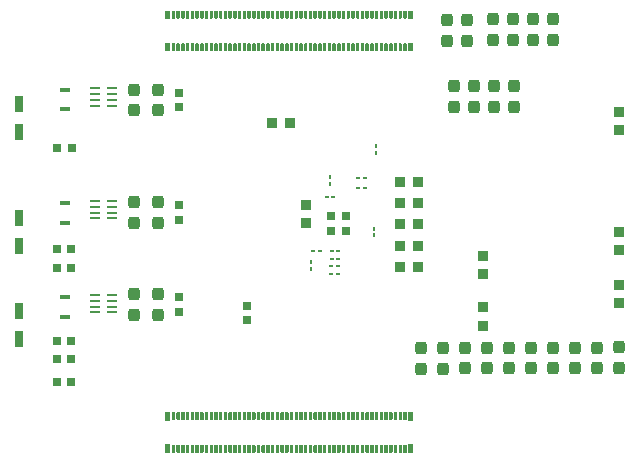
<source format=gbr>
%TF.GenerationSoftware,KiCad,Pcbnew,8.0.1*%
%TF.CreationDate,2024-12-16T22:11:11-05:00*%
%TF.ProjectId,cm,636d2e6b-6963-4616-945f-706362585858,rev?*%
%TF.SameCoordinates,Original*%
%TF.FileFunction,Paste,Bot*%
%TF.FilePolarity,Positive*%
%FSLAX46Y46*%
G04 Gerber Fmt 4.6, Leading zero omitted, Abs format (unit mm)*
G04 Created by KiCad (PCBNEW 8.0.1) date 2024-12-16 22:11:11*
%MOMM*%
%LPD*%
G01*
G04 APERTURE LIST*
G04 Aperture macros list*
%AMRoundRect*
0 Rectangle with rounded corners*
0 $1 Rounding radius*
0 $2 $3 $4 $5 $6 $7 $8 $9 X,Y pos of 4 corners*
0 Add a 4 corners polygon primitive as box body*
4,1,4,$2,$3,$4,$5,$6,$7,$8,$9,$2,$3,0*
0 Add four circle primitives for the rounded corners*
1,1,$1+$1,$2,$3*
1,1,$1+$1,$4,$5*
1,1,$1+$1,$6,$7*
1,1,$1+$1,$8,$9*
0 Add four rect primitives between the rounded corners*
20,1,$1+$1,$2,$3,$4,$5,0*
20,1,$1+$1,$4,$5,$6,$7,0*
20,1,$1+$1,$6,$7,$8,$9,0*
20,1,$1+$1,$8,$9,$2,$3,0*%
G04 Aperture macros list end*
%ADD10C,0.010000*%
%ADD11RoundRect,0.237500X-0.237500X0.287500X-0.237500X-0.287500X0.237500X-0.287500X0.237500X0.287500X0*%
%ADD12R,0.890000X0.930000*%
%ADD13R,0.930000X0.890000*%
%ADD14R,0.838200X0.355600*%
%ADD15R,0.355600X0.254000*%
%ADD16RoundRect,0.237500X0.237500X-0.287500X0.237500X0.287500X-0.237500X0.287500X-0.237500X-0.287500X0*%
%ADD17R,0.762000X0.660400*%
%ADD18RoundRect,0.062500X0.337500X0.062500X-0.337500X0.062500X-0.337500X-0.062500X0.337500X-0.062500X0*%
%ADD19R,0.254000X0.355600*%
%ADD20R,0.660400X0.762000*%
%ADD21RoundRect,0.237500X-0.237500X0.300000X-0.237500X-0.300000X0.237500X-0.300000X0.237500X0.300000X0*%
%ADD22R,0.660400X1.371600*%
G04 APERTURE END LIST*
D10*
%TO.C,J1*%
X104711000Y-60606000D02*
X104715000Y-60607000D01*
X104718000Y-60607000D01*
X104722000Y-60608000D01*
X104725000Y-60610000D01*
X104728000Y-60611000D01*
X104732000Y-60613000D01*
X104735000Y-60614000D01*
X104738000Y-60616000D01*
X104741000Y-60618000D01*
X104744000Y-60621000D01*
X104747000Y-60623000D01*
X104749000Y-60626000D01*
X104752000Y-60628000D01*
X104754000Y-60631000D01*
X104757000Y-60634000D01*
X104759000Y-60637000D01*
X104761000Y-60640000D01*
X104762000Y-60643000D01*
X104764000Y-60647000D01*
X104765000Y-60650000D01*
X104767000Y-60653000D01*
X104768000Y-60657000D01*
X104768000Y-60660000D01*
X104769000Y-60664000D01*
X104770000Y-60668000D01*
X104770000Y-60671000D01*
X104770000Y-60675000D01*
X104770000Y-61195000D01*
X104770000Y-61199000D01*
X104770000Y-61202000D01*
X104769000Y-61206000D01*
X104768000Y-61210000D01*
X104768000Y-61213000D01*
X104767000Y-61217000D01*
X104765000Y-61220000D01*
X104764000Y-61223000D01*
X104762000Y-61227000D01*
X104761000Y-61230000D01*
X104759000Y-61233000D01*
X104757000Y-61236000D01*
X104754000Y-61239000D01*
X104752000Y-61242000D01*
X104749000Y-61244000D01*
X104747000Y-61247000D01*
X104744000Y-61249000D01*
X104741000Y-61252000D01*
X104738000Y-61254000D01*
X104735000Y-61256000D01*
X104732000Y-61257000D01*
X104728000Y-61259000D01*
X104725000Y-61260000D01*
X104722000Y-61262000D01*
X104718000Y-61263000D01*
X104715000Y-61263000D01*
X104711000Y-61264000D01*
X104707000Y-61265000D01*
X104704000Y-61265000D01*
X104700000Y-61265000D01*
X104490000Y-61265000D01*
X104486000Y-61265000D01*
X104483000Y-61265000D01*
X104479000Y-61264000D01*
X104475000Y-61263000D01*
X104472000Y-61263000D01*
X104468000Y-61262000D01*
X104465000Y-61260000D01*
X104462000Y-61259000D01*
X104458000Y-61257000D01*
X104455000Y-61256000D01*
X104452000Y-61254000D01*
X104449000Y-61252000D01*
X104446000Y-61249000D01*
X104443000Y-61247000D01*
X104441000Y-61244000D01*
X104438000Y-61242000D01*
X104436000Y-61239000D01*
X104433000Y-61236000D01*
X104431000Y-61233000D01*
X104429000Y-61230000D01*
X104428000Y-61227000D01*
X104426000Y-61223000D01*
X104425000Y-61220000D01*
X104423000Y-61217000D01*
X104422000Y-61213000D01*
X104422000Y-61210000D01*
X104421000Y-61206000D01*
X104420000Y-61202000D01*
X104420000Y-61199000D01*
X104420000Y-61195000D01*
X104420000Y-60675000D01*
X104420000Y-60671000D01*
X104420000Y-60668000D01*
X104421000Y-60664000D01*
X104422000Y-60660000D01*
X104422000Y-60657000D01*
X104423000Y-60653000D01*
X104425000Y-60650000D01*
X104426000Y-60647000D01*
X104428000Y-60643000D01*
X104429000Y-60640000D01*
X104431000Y-60637000D01*
X104433000Y-60634000D01*
X104436000Y-60631000D01*
X104438000Y-60628000D01*
X104441000Y-60626000D01*
X104443000Y-60623000D01*
X104446000Y-60621000D01*
X104449000Y-60618000D01*
X104452000Y-60616000D01*
X104455000Y-60614000D01*
X104458000Y-60613000D01*
X104462000Y-60611000D01*
X104465000Y-60610000D01*
X104468000Y-60608000D01*
X104472000Y-60607000D01*
X104475000Y-60607000D01*
X104479000Y-60606000D01*
X104483000Y-60605000D01*
X104486000Y-60605000D01*
X104490000Y-60605000D01*
X104700000Y-60605000D01*
X104704000Y-60605000D01*
X104707000Y-60605000D01*
X104711000Y-60606000D01*
G36*
X104711000Y-60606000D02*
G01*
X104715000Y-60607000D01*
X104718000Y-60607000D01*
X104722000Y-60608000D01*
X104725000Y-60610000D01*
X104728000Y-60611000D01*
X104732000Y-60613000D01*
X104735000Y-60614000D01*
X104738000Y-60616000D01*
X104741000Y-60618000D01*
X104744000Y-60621000D01*
X104747000Y-60623000D01*
X104749000Y-60626000D01*
X104752000Y-60628000D01*
X104754000Y-60631000D01*
X104757000Y-60634000D01*
X104759000Y-60637000D01*
X104761000Y-60640000D01*
X104762000Y-60643000D01*
X104764000Y-60647000D01*
X104765000Y-60650000D01*
X104767000Y-60653000D01*
X104768000Y-60657000D01*
X104768000Y-60660000D01*
X104769000Y-60664000D01*
X104770000Y-60668000D01*
X104770000Y-60671000D01*
X104770000Y-60675000D01*
X104770000Y-61195000D01*
X104770000Y-61199000D01*
X104770000Y-61202000D01*
X104769000Y-61206000D01*
X104768000Y-61210000D01*
X104768000Y-61213000D01*
X104767000Y-61217000D01*
X104765000Y-61220000D01*
X104764000Y-61223000D01*
X104762000Y-61227000D01*
X104761000Y-61230000D01*
X104759000Y-61233000D01*
X104757000Y-61236000D01*
X104754000Y-61239000D01*
X104752000Y-61242000D01*
X104749000Y-61244000D01*
X104747000Y-61247000D01*
X104744000Y-61249000D01*
X104741000Y-61252000D01*
X104738000Y-61254000D01*
X104735000Y-61256000D01*
X104732000Y-61257000D01*
X104728000Y-61259000D01*
X104725000Y-61260000D01*
X104722000Y-61262000D01*
X104718000Y-61263000D01*
X104715000Y-61263000D01*
X104711000Y-61264000D01*
X104707000Y-61265000D01*
X104704000Y-61265000D01*
X104700000Y-61265000D01*
X104490000Y-61265000D01*
X104486000Y-61265000D01*
X104483000Y-61265000D01*
X104479000Y-61264000D01*
X104475000Y-61263000D01*
X104472000Y-61263000D01*
X104468000Y-61262000D01*
X104465000Y-61260000D01*
X104462000Y-61259000D01*
X104458000Y-61257000D01*
X104455000Y-61256000D01*
X104452000Y-61254000D01*
X104449000Y-61252000D01*
X104446000Y-61249000D01*
X104443000Y-61247000D01*
X104441000Y-61244000D01*
X104438000Y-61242000D01*
X104436000Y-61239000D01*
X104433000Y-61236000D01*
X104431000Y-61233000D01*
X104429000Y-61230000D01*
X104428000Y-61227000D01*
X104426000Y-61223000D01*
X104425000Y-61220000D01*
X104423000Y-61217000D01*
X104422000Y-61213000D01*
X104422000Y-61210000D01*
X104421000Y-61206000D01*
X104420000Y-61202000D01*
X104420000Y-61199000D01*
X104420000Y-61195000D01*
X104420000Y-60675000D01*
X104420000Y-60671000D01*
X104420000Y-60668000D01*
X104421000Y-60664000D01*
X104422000Y-60660000D01*
X104422000Y-60657000D01*
X104423000Y-60653000D01*
X104425000Y-60650000D01*
X104426000Y-60647000D01*
X104428000Y-60643000D01*
X104429000Y-60640000D01*
X104431000Y-60637000D01*
X104433000Y-60634000D01*
X104436000Y-60631000D01*
X104438000Y-60628000D01*
X104441000Y-60626000D01*
X104443000Y-60623000D01*
X104446000Y-60621000D01*
X104449000Y-60618000D01*
X104452000Y-60616000D01*
X104455000Y-60614000D01*
X104458000Y-60613000D01*
X104462000Y-60611000D01*
X104465000Y-60610000D01*
X104468000Y-60608000D01*
X104472000Y-60607000D01*
X104475000Y-60607000D01*
X104479000Y-60606000D01*
X104483000Y-60605000D01*
X104486000Y-60605000D01*
X104490000Y-60605000D01*
X104700000Y-60605000D01*
X104704000Y-60605000D01*
X104707000Y-60605000D01*
X104711000Y-60606000D01*
G37*
X104711000Y-63316000D02*
X104715000Y-63317000D01*
X104718000Y-63317000D01*
X104722000Y-63318000D01*
X104725000Y-63320000D01*
X104728000Y-63321000D01*
X104732000Y-63323000D01*
X104735000Y-63324000D01*
X104738000Y-63326000D01*
X104741000Y-63328000D01*
X104744000Y-63331000D01*
X104747000Y-63333000D01*
X104749000Y-63336000D01*
X104752000Y-63338000D01*
X104754000Y-63341000D01*
X104757000Y-63344000D01*
X104759000Y-63347000D01*
X104761000Y-63350000D01*
X104762000Y-63353000D01*
X104764000Y-63357000D01*
X104765000Y-63360000D01*
X104767000Y-63363000D01*
X104768000Y-63367000D01*
X104768000Y-63370000D01*
X104769000Y-63374000D01*
X104770000Y-63378000D01*
X104770000Y-63381000D01*
X104770000Y-63385000D01*
X104770000Y-63905000D01*
X104770000Y-63909000D01*
X104770000Y-63912000D01*
X104769000Y-63916000D01*
X104768000Y-63920000D01*
X104768000Y-63923000D01*
X104767000Y-63927000D01*
X104765000Y-63930000D01*
X104764000Y-63933000D01*
X104762000Y-63937000D01*
X104761000Y-63940000D01*
X104759000Y-63943000D01*
X104757000Y-63946000D01*
X104754000Y-63949000D01*
X104752000Y-63952000D01*
X104749000Y-63954000D01*
X104747000Y-63957000D01*
X104744000Y-63959000D01*
X104741000Y-63962000D01*
X104738000Y-63964000D01*
X104735000Y-63966000D01*
X104732000Y-63967000D01*
X104728000Y-63969000D01*
X104725000Y-63970000D01*
X104722000Y-63972000D01*
X104718000Y-63973000D01*
X104715000Y-63973000D01*
X104711000Y-63974000D01*
X104707000Y-63975000D01*
X104704000Y-63975000D01*
X104700000Y-63975000D01*
X104490000Y-63975000D01*
X104486000Y-63975000D01*
X104483000Y-63975000D01*
X104479000Y-63974000D01*
X104475000Y-63973000D01*
X104472000Y-63973000D01*
X104468000Y-63972000D01*
X104465000Y-63970000D01*
X104462000Y-63969000D01*
X104458000Y-63967000D01*
X104455000Y-63966000D01*
X104452000Y-63964000D01*
X104449000Y-63962000D01*
X104446000Y-63959000D01*
X104443000Y-63957000D01*
X104441000Y-63954000D01*
X104438000Y-63952000D01*
X104436000Y-63949000D01*
X104433000Y-63946000D01*
X104431000Y-63943000D01*
X104429000Y-63940000D01*
X104428000Y-63937000D01*
X104426000Y-63933000D01*
X104425000Y-63930000D01*
X104423000Y-63927000D01*
X104422000Y-63923000D01*
X104422000Y-63920000D01*
X104421000Y-63916000D01*
X104420000Y-63912000D01*
X104420000Y-63909000D01*
X104420000Y-63905000D01*
X104420000Y-63385000D01*
X104420000Y-63381000D01*
X104420000Y-63378000D01*
X104421000Y-63374000D01*
X104422000Y-63370000D01*
X104422000Y-63367000D01*
X104423000Y-63363000D01*
X104425000Y-63360000D01*
X104426000Y-63357000D01*
X104428000Y-63353000D01*
X104429000Y-63350000D01*
X104431000Y-63347000D01*
X104433000Y-63344000D01*
X104436000Y-63341000D01*
X104438000Y-63338000D01*
X104441000Y-63336000D01*
X104443000Y-63333000D01*
X104446000Y-63331000D01*
X104449000Y-63328000D01*
X104452000Y-63326000D01*
X104455000Y-63324000D01*
X104458000Y-63323000D01*
X104462000Y-63321000D01*
X104465000Y-63320000D01*
X104468000Y-63318000D01*
X104472000Y-63317000D01*
X104475000Y-63317000D01*
X104479000Y-63316000D01*
X104483000Y-63315000D01*
X104486000Y-63315000D01*
X104490000Y-63315000D01*
X104700000Y-63315000D01*
X104704000Y-63315000D01*
X104707000Y-63315000D01*
X104711000Y-63316000D01*
G36*
X104711000Y-63316000D02*
G01*
X104715000Y-63317000D01*
X104718000Y-63317000D01*
X104722000Y-63318000D01*
X104725000Y-63320000D01*
X104728000Y-63321000D01*
X104732000Y-63323000D01*
X104735000Y-63324000D01*
X104738000Y-63326000D01*
X104741000Y-63328000D01*
X104744000Y-63331000D01*
X104747000Y-63333000D01*
X104749000Y-63336000D01*
X104752000Y-63338000D01*
X104754000Y-63341000D01*
X104757000Y-63344000D01*
X104759000Y-63347000D01*
X104761000Y-63350000D01*
X104762000Y-63353000D01*
X104764000Y-63357000D01*
X104765000Y-63360000D01*
X104767000Y-63363000D01*
X104768000Y-63367000D01*
X104768000Y-63370000D01*
X104769000Y-63374000D01*
X104770000Y-63378000D01*
X104770000Y-63381000D01*
X104770000Y-63385000D01*
X104770000Y-63905000D01*
X104770000Y-63909000D01*
X104770000Y-63912000D01*
X104769000Y-63916000D01*
X104768000Y-63920000D01*
X104768000Y-63923000D01*
X104767000Y-63927000D01*
X104765000Y-63930000D01*
X104764000Y-63933000D01*
X104762000Y-63937000D01*
X104761000Y-63940000D01*
X104759000Y-63943000D01*
X104757000Y-63946000D01*
X104754000Y-63949000D01*
X104752000Y-63952000D01*
X104749000Y-63954000D01*
X104747000Y-63957000D01*
X104744000Y-63959000D01*
X104741000Y-63962000D01*
X104738000Y-63964000D01*
X104735000Y-63966000D01*
X104732000Y-63967000D01*
X104728000Y-63969000D01*
X104725000Y-63970000D01*
X104722000Y-63972000D01*
X104718000Y-63973000D01*
X104715000Y-63973000D01*
X104711000Y-63974000D01*
X104707000Y-63975000D01*
X104704000Y-63975000D01*
X104700000Y-63975000D01*
X104490000Y-63975000D01*
X104486000Y-63975000D01*
X104483000Y-63975000D01*
X104479000Y-63974000D01*
X104475000Y-63973000D01*
X104472000Y-63973000D01*
X104468000Y-63972000D01*
X104465000Y-63970000D01*
X104462000Y-63969000D01*
X104458000Y-63967000D01*
X104455000Y-63966000D01*
X104452000Y-63964000D01*
X104449000Y-63962000D01*
X104446000Y-63959000D01*
X104443000Y-63957000D01*
X104441000Y-63954000D01*
X104438000Y-63952000D01*
X104436000Y-63949000D01*
X104433000Y-63946000D01*
X104431000Y-63943000D01*
X104429000Y-63940000D01*
X104428000Y-63937000D01*
X104426000Y-63933000D01*
X104425000Y-63930000D01*
X104423000Y-63927000D01*
X104422000Y-63923000D01*
X104422000Y-63920000D01*
X104421000Y-63916000D01*
X104420000Y-63912000D01*
X104420000Y-63909000D01*
X104420000Y-63905000D01*
X104420000Y-63385000D01*
X104420000Y-63381000D01*
X104420000Y-63378000D01*
X104421000Y-63374000D01*
X104422000Y-63370000D01*
X104422000Y-63367000D01*
X104423000Y-63363000D01*
X104425000Y-63360000D01*
X104426000Y-63357000D01*
X104428000Y-63353000D01*
X104429000Y-63350000D01*
X104431000Y-63347000D01*
X104433000Y-63344000D01*
X104436000Y-63341000D01*
X104438000Y-63338000D01*
X104441000Y-63336000D01*
X104443000Y-63333000D01*
X104446000Y-63331000D01*
X104449000Y-63328000D01*
X104452000Y-63326000D01*
X104455000Y-63324000D01*
X104458000Y-63323000D01*
X104462000Y-63321000D01*
X104465000Y-63320000D01*
X104468000Y-63318000D01*
X104472000Y-63317000D01*
X104475000Y-63317000D01*
X104479000Y-63316000D01*
X104483000Y-63315000D01*
X104486000Y-63315000D01*
X104490000Y-63315000D01*
X104700000Y-63315000D01*
X104704000Y-63315000D01*
X104707000Y-63315000D01*
X104711000Y-63316000D01*
G37*
X105116000Y-60606000D02*
X105120000Y-60607000D01*
X105123000Y-60607000D01*
X105127000Y-60608000D01*
X105130000Y-60610000D01*
X105133000Y-60611000D01*
X105137000Y-60613000D01*
X105140000Y-60614000D01*
X105143000Y-60616000D01*
X105146000Y-60618000D01*
X105149000Y-60621000D01*
X105152000Y-60623000D01*
X105154000Y-60626000D01*
X105157000Y-60628000D01*
X105159000Y-60631000D01*
X105162000Y-60634000D01*
X105164000Y-60637000D01*
X105166000Y-60640000D01*
X105167000Y-60643000D01*
X105169000Y-60647000D01*
X105170000Y-60650000D01*
X105172000Y-60653000D01*
X105173000Y-60657000D01*
X105173000Y-60660000D01*
X105174000Y-60664000D01*
X105175000Y-60668000D01*
X105175000Y-60671000D01*
X105175000Y-60675000D01*
X105175000Y-61125000D01*
X105175000Y-61129000D01*
X105175000Y-61132000D01*
X105174000Y-61136000D01*
X105173000Y-61140000D01*
X105173000Y-61143000D01*
X105172000Y-61147000D01*
X105170000Y-61150000D01*
X105169000Y-61153000D01*
X105167000Y-61157000D01*
X105166000Y-61160000D01*
X105164000Y-61163000D01*
X105162000Y-61166000D01*
X105159000Y-61169000D01*
X105157000Y-61172000D01*
X105154000Y-61174000D01*
X105152000Y-61177000D01*
X105149000Y-61179000D01*
X105146000Y-61182000D01*
X105143000Y-61184000D01*
X105140000Y-61186000D01*
X105137000Y-61187000D01*
X105133000Y-61189000D01*
X105130000Y-61190000D01*
X105127000Y-61192000D01*
X105123000Y-61193000D01*
X105120000Y-61193000D01*
X105116000Y-61194000D01*
X105112000Y-61195000D01*
X105109000Y-61195000D01*
X105105000Y-61195000D01*
X105035000Y-61195000D01*
X105031000Y-61195000D01*
X105028000Y-61195000D01*
X105024000Y-61194000D01*
X105020000Y-61193000D01*
X105017000Y-61193000D01*
X105013000Y-61192000D01*
X105010000Y-61190000D01*
X105007000Y-61189000D01*
X105003000Y-61187000D01*
X105000000Y-61186000D01*
X104997000Y-61184000D01*
X104994000Y-61182000D01*
X104991000Y-61179000D01*
X104988000Y-61177000D01*
X104986000Y-61174000D01*
X104983000Y-61172000D01*
X104981000Y-61169000D01*
X104978000Y-61166000D01*
X104976000Y-61163000D01*
X104974000Y-61160000D01*
X104973000Y-61157000D01*
X104971000Y-61153000D01*
X104970000Y-61150000D01*
X104968000Y-61147000D01*
X104967000Y-61143000D01*
X104967000Y-61140000D01*
X104966000Y-61136000D01*
X104965000Y-61132000D01*
X104965000Y-61129000D01*
X104965000Y-61125000D01*
X104965000Y-60675000D01*
X104965000Y-60671000D01*
X104965000Y-60668000D01*
X104966000Y-60664000D01*
X104967000Y-60660000D01*
X104967000Y-60657000D01*
X104968000Y-60653000D01*
X104970000Y-60650000D01*
X104971000Y-60647000D01*
X104973000Y-60643000D01*
X104974000Y-60640000D01*
X104976000Y-60637000D01*
X104978000Y-60634000D01*
X104981000Y-60631000D01*
X104983000Y-60628000D01*
X104986000Y-60626000D01*
X104988000Y-60623000D01*
X104991000Y-60621000D01*
X104994000Y-60618000D01*
X104997000Y-60616000D01*
X105000000Y-60614000D01*
X105003000Y-60613000D01*
X105007000Y-60611000D01*
X105010000Y-60610000D01*
X105013000Y-60608000D01*
X105017000Y-60607000D01*
X105020000Y-60607000D01*
X105024000Y-60606000D01*
X105028000Y-60605000D01*
X105031000Y-60605000D01*
X105035000Y-60605000D01*
X105105000Y-60605000D01*
X105109000Y-60605000D01*
X105112000Y-60605000D01*
X105116000Y-60606000D01*
G36*
X105116000Y-60606000D02*
G01*
X105120000Y-60607000D01*
X105123000Y-60607000D01*
X105127000Y-60608000D01*
X105130000Y-60610000D01*
X105133000Y-60611000D01*
X105137000Y-60613000D01*
X105140000Y-60614000D01*
X105143000Y-60616000D01*
X105146000Y-60618000D01*
X105149000Y-60621000D01*
X105152000Y-60623000D01*
X105154000Y-60626000D01*
X105157000Y-60628000D01*
X105159000Y-60631000D01*
X105162000Y-60634000D01*
X105164000Y-60637000D01*
X105166000Y-60640000D01*
X105167000Y-60643000D01*
X105169000Y-60647000D01*
X105170000Y-60650000D01*
X105172000Y-60653000D01*
X105173000Y-60657000D01*
X105173000Y-60660000D01*
X105174000Y-60664000D01*
X105175000Y-60668000D01*
X105175000Y-60671000D01*
X105175000Y-60675000D01*
X105175000Y-61125000D01*
X105175000Y-61129000D01*
X105175000Y-61132000D01*
X105174000Y-61136000D01*
X105173000Y-61140000D01*
X105173000Y-61143000D01*
X105172000Y-61147000D01*
X105170000Y-61150000D01*
X105169000Y-61153000D01*
X105167000Y-61157000D01*
X105166000Y-61160000D01*
X105164000Y-61163000D01*
X105162000Y-61166000D01*
X105159000Y-61169000D01*
X105157000Y-61172000D01*
X105154000Y-61174000D01*
X105152000Y-61177000D01*
X105149000Y-61179000D01*
X105146000Y-61182000D01*
X105143000Y-61184000D01*
X105140000Y-61186000D01*
X105137000Y-61187000D01*
X105133000Y-61189000D01*
X105130000Y-61190000D01*
X105127000Y-61192000D01*
X105123000Y-61193000D01*
X105120000Y-61193000D01*
X105116000Y-61194000D01*
X105112000Y-61195000D01*
X105109000Y-61195000D01*
X105105000Y-61195000D01*
X105035000Y-61195000D01*
X105031000Y-61195000D01*
X105028000Y-61195000D01*
X105024000Y-61194000D01*
X105020000Y-61193000D01*
X105017000Y-61193000D01*
X105013000Y-61192000D01*
X105010000Y-61190000D01*
X105007000Y-61189000D01*
X105003000Y-61187000D01*
X105000000Y-61186000D01*
X104997000Y-61184000D01*
X104994000Y-61182000D01*
X104991000Y-61179000D01*
X104988000Y-61177000D01*
X104986000Y-61174000D01*
X104983000Y-61172000D01*
X104981000Y-61169000D01*
X104978000Y-61166000D01*
X104976000Y-61163000D01*
X104974000Y-61160000D01*
X104973000Y-61157000D01*
X104971000Y-61153000D01*
X104970000Y-61150000D01*
X104968000Y-61147000D01*
X104967000Y-61143000D01*
X104967000Y-61140000D01*
X104966000Y-61136000D01*
X104965000Y-61132000D01*
X104965000Y-61129000D01*
X104965000Y-61125000D01*
X104965000Y-60675000D01*
X104965000Y-60671000D01*
X104965000Y-60668000D01*
X104966000Y-60664000D01*
X104967000Y-60660000D01*
X104967000Y-60657000D01*
X104968000Y-60653000D01*
X104970000Y-60650000D01*
X104971000Y-60647000D01*
X104973000Y-60643000D01*
X104974000Y-60640000D01*
X104976000Y-60637000D01*
X104978000Y-60634000D01*
X104981000Y-60631000D01*
X104983000Y-60628000D01*
X104986000Y-60626000D01*
X104988000Y-60623000D01*
X104991000Y-60621000D01*
X104994000Y-60618000D01*
X104997000Y-60616000D01*
X105000000Y-60614000D01*
X105003000Y-60613000D01*
X105007000Y-60611000D01*
X105010000Y-60610000D01*
X105013000Y-60608000D01*
X105017000Y-60607000D01*
X105020000Y-60607000D01*
X105024000Y-60606000D01*
X105028000Y-60605000D01*
X105031000Y-60605000D01*
X105035000Y-60605000D01*
X105105000Y-60605000D01*
X105109000Y-60605000D01*
X105112000Y-60605000D01*
X105116000Y-60606000D01*
G37*
X105116000Y-63386000D02*
X105120000Y-63387000D01*
X105123000Y-63387000D01*
X105127000Y-63388000D01*
X105130000Y-63390000D01*
X105133000Y-63391000D01*
X105137000Y-63393000D01*
X105140000Y-63394000D01*
X105143000Y-63396000D01*
X105146000Y-63398000D01*
X105149000Y-63401000D01*
X105152000Y-63403000D01*
X105154000Y-63406000D01*
X105157000Y-63408000D01*
X105159000Y-63411000D01*
X105162000Y-63414000D01*
X105164000Y-63417000D01*
X105166000Y-63420000D01*
X105167000Y-63423000D01*
X105169000Y-63427000D01*
X105170000Y-63430000D01*
X105172000Y-63433000D01*
X105173000Y-63437000D01*
X105173000Y-63440000D01*
X105174000Y-63444000D01*
X105175000Y-63448000D01*
X105175000Y-63451000D01*
X105175000Y-63455000D01*
X105175000Y-63905000D01*
X105175000Y-63909000D01*
X105175000Y-63912000D01*
X105174000Y-63916000D01*
X105173000Y-63920000D01*
X105173000Y-63923000D01*
X105172000Y-63927000D01*
X105170000Y-63930000D01*
X105169000Y-63933000D01*
X105167000Y-63937000D01*
X105166000Y-63940000D01*
X105164000Y-63943000D01*
X105162000Y-63946000D01*
X105159000Y-63949000D01*
X105157000Y-63952000D01*
X105154000Y-63954000D01*
X105152000Y-63957000D01*
X105149000Y-63959000D01*
X105146000Y-63962000D01*
X105143000Y-63964000D01*
X105140000Y-63966000D01*
X105137000Y-63967000D01*
X105133000Y-63969000D01*
X105130000Y-63970000D01*
X105127000Y-63972000D01*
X105123000Y-63973000D01*
X105120000Y-63973000D01*
X105116000Y-63974000D01*
X105112000Y-63975000D01*
X105109000Y-63975000D01*
X105105000Y-63975000D01*
X105035000Y-63975000D01*
X105031000Y-63975000D01*
X105028000Y-63975000D01*
X105024000Y-63974000D01*
X105020000Y-63973000D01*
X105017000Y-63973000D01*
X105013000Y-63972000D01*
X105010000Y-63970000D01*
X105007000Y-63969000D01*
X105003000Y-63967000D01*
X105000000Y-63966000D01*
X104997000Y-63964000D01*
X104994000Y-63962000D01*
X104991000Y-63959000D01*
X104988000Y-63957000D01*
X104986000Y-63954000D01*
X104983000Y-63952000D01*
X104981000Y-63949000D01*
X104978000Y-63946000D01*
X104976000Y-63943000D01*
X104974000Y-63940000D01*
X104973000Y-63937000D01*
X104971000Y-63933000D01*
X104970000Y-63930000D01*
X104968000Y-63927000D01*
X104967000Y-63923000D01*
X104967000Y-63920000D01*
X104966000Y-63916000D01*
X104965000Y-63912000D01*
X104965000Y-63909000D01*
X104965000Y-63905000D01*
X104965000Y-63455000D01*
X104965000Y-63451000D01*
X104965000Y-63448000D01*
X104966000Y-63444000D01*
X104967000Y-63440000D01*
X104967000Y-63437000D01*
X104968000Y-63433000D01*
X104970000Y-63430000D01*
X104971000Y-63427000D01*
X104973000Y-63423000D01*
X104974000Y-63420000D01*
X104976000Y-63417000D01*
X104978000Y-63414000D01*
X104981000Y-63411000D01*
X104983000Y-63408000D01*
X104986000Y-63406000D01*
X104988000Y-63403000D01*
X104991000Y-63401000D01*
X104994000Y-63398000D01*
X104997000Y-63396000D01*
X105000000Y-63394000D01*
X105003000Y-63393000D01*
X105007000Y-63391000D01*
X105010000Y-63390000D01*
X105013000Y-63388000D01*
X105017000Y-63387000D01*
X105020000Y-63387000D01*
X105024000Y-63386000D01*
X105028000Y-63385000D01*
X105031000Y-63385000D01*
X105035000Y-63385000D01*
X105105000Y-63385000D01*
X105109000Y-63385000D01*
X105112000Y-63385000D01*
X105116000Y-63386000D01*
G36*
X105116000Y-63386000D02*
G01*
X105120000Y-63387000D01*
X105123000Y-63387000D01*
X105127000Y-63388000D01*
X105130000Y-63390000D01*
X105133000Y-63391000D01*
X105137000Y-63393000D01*
X105140000Y-63394000D01*
X105143000Y-63396000D01*
X105146000Y-63398000D01*
X105149000Y-63401000D01*
X105152000Y-63403000D01*
X105154000Y-63406000D01*
X105157000Y-63408000D01*
X105159000Y-63411000D01*
X105162000Y-63414000D01*
X105164000Y-63417000D01*
X105166000Y-63420000D01*
X105167000Y-63423000D01*
X105169000Y-63427000D01*
X105170000Y-63430000D01*
X105172000Y-63433000D01*
X105173000Y-63437000D01*
X105173000Y-63440000D01*
X105174000Y-63444000D01*
X105175000Y-63448000D01*
X105175000Y-63451000D01*
X105175000Y-63455000D01*
X105175000Y-63905000D01*
X105175000Y-63909000D01*
X105175000Y-63912000D01*
X105174000Y-63916000D01*
X105173000Y-63920000D01*
X105173000Y-63923000D01*
X105172000Y-63927000D01*
X105170000Y-63930000D01*
X105169000Y-63933000D01*
X105167000Y-63937000D01*
X105166000Y-63940000D01*
X105164000Y-63943000D01*
X105162000Y-63946000D01*
X105159000Y-63949000D01*
X105157000Y-63952000D01*
X105154000Y-63954000D01*
X105152000Y-63957000D01*
X105149000Y-63959000D01*
X105146000Y-63962000D01*
X105143000Y-63964000D01*
X105140000Y-63966000D01*
X105137000Y-63967000D01*
X105133000Y-63969000D01*
X105130000Y-63970000D01*
X105127000Y-63972000D01*
X105123000Y-63973000D01*
X105120000Y-63973000D01*
X105116000Y-63974000D01*
X105112000Y-63975000D01*
X105109000Y-63975000D01*
X105105000Y-63975000D01*
X105035000Y-63975000D01*
X105031000Y-63975000D01*
X105028000Y-63975000D01*
X105024000Y-63974000D01*
X105020000Y-63973000D01*
X105017000Y-63973000D01*
X105013000Y-63972000D01*
X105010000Y-63970000D01*
X105007000Y-63969000D01*
X105003000Y-63967000D01*
X105000000Y-63966000D01*
X104997000Y-63964000D01*
X104994000Y-63962000D01*
X104991000Y-63959000D01*
X104988000Y-63957000D01*
X104986000Y-63954000D01*
X104983000Y-63952000D01*
X104981000Y-63949000D01*
X104978000Y-63946000D01*
X104976000Y-63943000D01*
X104974000Y-63940000D01*
X104973000Y-63937000D01*
X104971000Y-63933000D01*
X104970000Y-63930000D01*
X104968000Y-63927000D01*
X104967000Y-63923000D01*
X104967000Y-63920000D01*
X104966000Y-63916000D01*
X104965000Y-63912000D01*
X104965000Y-63909000D01*
X104965000Y-63905000D01*
X104965000Y-63455000D01*
X104965000Y-63451000D01*
X104965000Y-63448000D01*
X104966000Y-63444000D01*
X104967000Y-63440000D01*
X104967000Y-63437000D01*
X104968000Y-63433000D01*
X104970000Y-63430000D01*
X104971000Y-63427000D01*
X104973000Y-63423000D01*
X104974000Y-63420000D01*
X104976000Y-63417000D01*
X104978000Y-63414000D01*
X104981000Y-63411000D01*
X104983000Y-63408000D01*
X104986000Y-63406000D01*
X104988000Y-63403000D01*
X104991000Y-63401000D01*
X104994000Y-63398000D01*
X104997000Y-63396000D01*
X105000000Y-63394000D01*
X105003000Y-63393000D01*
X105007000Y-63391000D01*
X105010000Y-63390000D01*
X105013000Y-63388000D01*
X105017000Y-63387000D01*
X105020000Y-63387000D01*
X105024000Y-63386000D01*
X105028000Y-63385000D01*
X105031000Y-63385000D01*
X105035000Y-63385000D01*
X105105000Y-63385000D01*
X105109000Y-63385000D01*
X105112000Y-63385000D01*
X105116000Y-63386000D01*
G37*
X105516000Y-60606000D02*
X105520000Y-60607000D01*
X105523000Y-60607000D01*
X105527000Y-60608000D01*
X105530000Y-60610000D01*
X105533000Y-60611000D01*
X105537000Y-60613000D01*
X105540000Y-60614000D01*
X105543000Y-60616000D01*
X105546000Y-60618000D01*
X105549000Y-60621000D01*
X105552000Y-60623000D01*
X105554000Y-60626000D01*
X105557000Y-60628000D01*
X105559000Y-60631000D01*
X105562000Y-60634000D01*
X105564000Y-60637000D01*
X105566000Y-60640000D01*
X105567000Y-60643000D01*
X105569000Y-60647000D01*
X105570000Y-60650000D01*
X105572000Y-60653000D01*
X105573000Y-60657000D01*
X105573000Y-60660000D01*
X105574000Y-60664000D01*
X105575000Y-60668000D01*
X105575000Y-60671000D01*
X105575000Y-60675000D01*
X105575000Y-61125000D01*
X105575000Y-61129000D01*
X105575000Y-61132000D01*
X105574000Y-61136000D01*
X105573000Y-61140000D01*
X105573000Y-61143000D01*
X105572000Y-61147000D01*
X105570000Y-61150000D01*
X105569000Y-61153000D01*
X105567000Y-61157000D01*
X105566000Y-61160000D01*
X105564000Y-61163000D01*
X105562000Y-61166000D01*
X105559000Y-61169000D01*
X105557000Y-61172000D01*
X105554000Y-61174000D01*
X105552000Y-61177000D01*
X105549000Y-61179000D01*
X105546000Y-61182000D01*
X105543000Y-61184000D01*
X105540000Y-61186000D01*
X105537000Y-61187000D01*
X105533000Y-61189000D01*
X105530000Y-61190000D01*
X105527000Y-61192000D01*
X105523000Y-61193000D01*
X105520000Y-61193000D01*
X105516000Y-61194000D01*
X105512000Y-61195000D01*
X105509000Y-61195000D01*
X105505000Y-61195000D01*
X105435000Y-61195000D01*
X105431000Y-61195000D01*
X105428000Y-61195000D01*
X105424000Y-61194000D01*
X105420000Y-61193000D01*
X105417000Y-61193000D01*
X105413000Y-61192000D01*
X105410000Y-61190000D01*
X105407000Y-61189000D01*
X105403000Y-61187000D01*
X105400000Y-61186000D01*
X105397000Y-61184000D01*
X105394000Y-61182000D01*
X105391000Y-61179000D01*
X105388000Y-61177000D01*
X105386000Y-61174000D01*
X105383000Y-61172000D01*
X105381000Y-61169000D01*
X105378000Y-61166000D01*
X105376000Y-61163000D01*
X105374000Y-61160000D01*
X105373000Y-61157000D01*
X105371000Y-61153000D01*
X105370000Y-61150000D01*
X105368000Y-61147000D01*
X105367000Y-61143000D01*
X105367000Y-61140000D01*
X105366000Y-61136000D01*
X105365000Y-61132000D01*
X105365000Y-61129000D01*
X105365000Y-61125000D01*
X105365000Y-60675000D01*
X105365000Y-60671000D01*
X105365000Y-60668000D01*
X105366000Y-60664000D01*
X105367000Y-60660000D01*
X105367000Y-60657000D01*
X105368000Y-60653000D01*
X105370000Y-60650000D01*
X105371000Y-60647000D01*
X105373000Y-60643000D01*
X105374000Y-60640000D01*
X105376000Y-60637000D01*
X105378000Y-60634000D01*
X105381000Y-60631000D01*
X105383000Y-60628000D01*
X105386000Y-60626000D01*
X105388000Y-60623000D01*
X105391000Y-60621000D01*
X105394000Y-60618000D01*
X105397000Y-60616000D01*
X105400000Y-60614000D01*
X105403000Y-60613000D01*
X105407000Y-60611000D01*
X105410000Y-60610000D01*
X105413000Y-60608000D01*
X105417000Y-60607000D01*
X105420000Y-60607000D01*
X105424000Y-60606000D01*
X105428000Y-60605000D01*
X105431000Y-60605000D01*
X105435000Y-60605000D01*
X105505000Y-60605000D01*
X105509000Y-60605000D01*
X105512000Y-60605000D01*
X105516000Y-60606000D01*
G36*
X105516000Y-60606000D02*
G01*
X105520000Y-60607000D01*
X105523000Y-60607000D01*
X105527000Y-60608000D01*
X105530000Y-60610000D01*
X105533000Y-60611000D01*
X105537000Y-60613000D01*
X105540000Y-60614000D01*
X105543000Y-60616000D01*
X105546000Y-60618000D01*
X105549000Y-60621000D01*
X105552000Y-60623000D01*
X105554000Y-60626000D01*
X105557000Y-60628000D01*
X105559000Y-60631000D01*
X105562000Y-60634000D01*
X105564000Y-60637000D01*
X105566000Y-60640000D01*
X105567000Y-60643000D01*
X105569000Y-60647000D01*
X105570000Y-60650000D01*
X105572000Y-60653000D01*
X105573000Y-60657000D01*
X105573000Y-60660000D01*
X105574000Y-60664000D01*
X105575000Y-60668000D01*
X105575000Y-60671000D01*
X105575000Y-60675000D01*
X105575000Y-61125000D01*
X105575000Y-61129000D01*
X105575000Y-61132000D01*
X105574000Y-61136000D01*
X105573000Y-61140000D01*
X105573000Y-61143000D01*
X105572000Y-61147000D01*
X105570000Y-61150000D01*
X105569000Y-61153000D01*
X105567000Y-61157000D01*
X105566000Y-61160000D01*
X105564000Y-61163000D01*
X105562000Y-61166000D01*
X105559000Y-61169000D01*
X105557000Y-61172000D01*
X105554000Y-61174000D01*
X105552000Y-61177000D01*
X105549000Y-61179000D01*
X105546000Y-61182000D01*
X105543000Y-61184000D01*
X105540000Y-61186000D01*
X105537000Y-61187000D01*
X105533000Y-61189000D01*
X105530000Y-61190000D01*
X105527000Y-61192000D01*
X105523000Y-61193000D01*
X105520000Y-61193000D01*
X105516000Y-61194000D01*
X105512000Y-61195000D01*
X105509000Y-61195000D01*
X105505000Y-61195000D01*
X105435000Y-61195000D01*
X105431000Y-61195000D01*
X105428000Y-61195000D01*
X105424000Y-61194000D01*
X105420000Y-61193000D01*
X105417000Y-61193000D01*
X105413000Y-61192000D01*
X105410000Y-61190000D01*
X105407000Y-61189000D01*
X105403000Y-61187000D01*
X105400000Y-61186000D01*
X105397000Y-61184000D01*
X105394000Y-61182000D01*
X105391000Y-61179000D01*
X105388000Y-61177000D01*
X105386000Y-61174000D01*
X105383000Y-61172000D01*
X105381000Y-61169000D01*
X105378000Y-61166000D01*
X105376000Y-61163000D01*
X105374000Y-61160000D01*
X105373000Y-61157000D01*
X105371000Y-61153000D01*
X105370000Y-61150000D01*
X105368000Y-61147000D01*
X105367000Y-61143000D01*
X105367000Y-61140000D01*
X105366000Y-61136000D01*
X105365000Y-61132000D01*
X105365000Y-61129000D01*
X105365000Y-61125000D01*
X105365000Y-60675000D01*
X105365000Y-60671000D01*
X105365000Y-60668000D01*
X105366000Y-60664000D01*
X105367000Y-60660000D01*
X105367000Y-60657000D01*
X105368000Y-60653000D01*
X105370000Y-60650000D01*
X105371000Y-60647000D01*
X105373000Y-60643000D01*
X105374000Y-60640000D01*
X105376000Y-60637000D01*
X105378000Y-60634000D01*
X105381000Y-60631000D01*
X105383000Y-60628000D01*
X105386000Y-60626000D01*
X105388000Y-60623000D01*
X105391000Y-60621000D01*
X105394000Y-60618000D01*
X105397000Y-60616000D01*
X105400000Y-60614000D01*
X105403000Y-60613000D01*
X105407000Y-60611000D01*
X105410000Y-60610000D01*
X105413000Y-60608000D01*
X105417000Y-60607000D01*
X105420000Y-60607000D01*
X105424000Y-60606000D01*
X105428000Y-60605000D01*
X105431000Y-60605000D01*
X105435000Y-60605000D01*
X105505000Y-60605000D01*
X105509000Y-60605000D01*
X105512000Y-60605000D01*
X105516000Y-60606000D01*
G37*
X105516000Y-63386000D02*
X105520000Y-63387000D01*
X105523000Y-63387000D01*
X105527000Y-63388000D01*
X105530000Y-63390000D01*
X105533000Y-63391000D01*
X105537000Y-63393000D01*
X105540000Y-63394000D01*
X105543000Y-63396000D01*
X105546000Y-63398000D01*
X105549000Y-63401000D01*
X105552000Y-63403000D01*
X105554000Y-63406000D01*
X105557000Y-63408000D01*
X105559000Y-63411000D01*
X105562000Y-63414000D01*
X105564000Y-63417000D01*
X105566000Y-63420000D01*
X105567000Y-63423000D01*
X105569000Y-63427000D01*
X105570000Y-63430000D01*
X105572000Y-63433000D01*
X105573000Y-63437000D01*
X105573000Y-63440000D01*
X105574000Y-63444000D01*
X105575000Y-63448000D01*
X105575000Y-63451000D01*
X105575000Y-63455000D01*
X105575000Y-63905000D01*
X105575000Y-63909000D01*
X105575000Y-63912000D01*
X105574000Y-63916000D01*
X105573000Y-63920000D01*
X105573000Y-63923000D01*
X105572000Y-63927000D01*
X105570000Y-63930000D01*
X105569000Y-63933000D01*
X105567000Y-63937000D01*
X105566000Y-63940000D01*
X105564000Y-63943000D01*
X105562000Y-63946000D01*
X105559000Y-63949000D01*
X105557000Y-63952000D01*
X105554000Y-63954000D01*
X105552000Y-63957000D01*
X105549000Y-63959000D01*
X105546000Y-63962000D01*
X105543000Y-63964000D01*
X105540000Y-63966000D01*
X105537000Y-63967000D01*
X105533000Y-63969000D01*
X105530000Y-63970000D01*
X105527000Y-63972000D01*
X105523000Y-63973000D01*
X105520000Y-63973000D01*
X105516000Y-63974000D01*
X105512000Y-63975000D01*
X105509000Y-63975000D01*
X105505000Y-63975000D01*
X105435000Y-63975000D01*
X105431000Y-63975000D01*
X105428000Y-63975000D01*
X105424000Y-63974000D01*
X105420000Y-63973000D01*
X105417000Y-63973000D01*
X105413000Y-63972000D01*
X105410000Y-63970000D01*
X105407000Y-63969000D01*
X105403000Y-63967000D01*
X105400000Y-63966000D01*
X105397000Y-63964000D01*
X105394000Y-63962000D01*
X105391000Y-63959000D01*
X105388000Y-63957000D01*
X105386000Y-63954000D01*
X105383000Y-63952000D01*
X105381000Y-63949000D01*
X105378000Y-63946000D01*
X105376000Y-63943000D01*
X105374000Y-63940000D01*
X105373000Y-63937000D01*
X105371000Y-63933000D01*
X105370000Y-63930000D01*
X105368000Y-63927000D01*
X105367000Y-63923000D01*
X105367000Y-63920000D01*
X105366000Y-63916000D01*
X105365000Y-63912000D01*
X105365000Y-63909000D01*
X105365000Y-63905000D01*
X105365000Y-63455000D01*
X105365000Y-63451000D01*
X105365000Y-63448000D01*
X105366000Y-63444000D01*
X105367000Y-63440000D01*
X105367000Y-63437000D01*
X105368000Y-63433000D01*
X105370000Y-63430000D01*
X105371000Y-63427000D01*
X105373000Y-63423000D01*
X105374000Y-63420000D01*
X105376000Y-63417000D01*
X105378000Y-63414000D01*
X105381000Y-63411000D01*
X105383000Y-63408000D01*
X105386000Y-63406000D01*
X105388000Y-63403000D01*
X105391000Y-63401000D01*
X105394000Y-63398000D01*
X105397000Y-63396000D01*
X105400000Y-63394000D01*
X105403000Y-63393000D01*
X105407000Y-63391000D01*
X105410000Y-63390000D01*
X105413000Y-63388000D01*
X105417000Y-63387000D01*
X105420000Y-63387000D01*
X105424000Y-63386000D01*
X105428000Y-63385000D01*
X105431000Y-63385000D01*
X105435000Y-63385000D01*
X105505000Y-63385000D01*
X105509000Y-63385000D01*
X105512000Y-63385000D01*
X105516000Y-63386000D01*
G36*
X105516000Y-63386000D02*
G01*
X105520000Y-63387000D01*
X105523000Y-63387000D01*
X105527000Y-63388000D01*
X105530000Y-63390000D01*
X105533000Y-63391000D01*
X105537000Y-63393000D01*
X105540000Y-63394000D01*
X105543000Y-63396000D01*
X105546000Y-63398000D01*
X105549000Y-63401000D01*
X105552000Y-63403000D01*
X105554000Y-63406000D01*
X105557000Y-63408000D01*
X105559000Y-63411000D01*
X105562000Y-63414000D01*
X105564000Y-63417000D01*
X105566000Y-63420000D01*
X105567000Y-63423000D01*
X105569000Y-63427000D01*
X105570000Y-63430000D01*
X105572000Y-63433000D01*
X105573000Y-63437000D01*
X105573000Y-63440000D01*
X105574000Y-63444000D01*
X105575000Y-63448000D01*
X105575000Y-63451000D01*
X105575000Y-63455000D01*
X105575000Y-63905000D01*
X105575000Y-63909000D01*
X105575000Y-63912000D01*
X105574000Y-63916000D01*
X105573000Y-63920000D01*
X105573000Y-63923000D01*
X105572000Y-63927000D01*
X105570000Y-63930000D01*
X105569000Y-63933000D01*
X105567000Y-63937000D01*
X105566000Y-63940000D01*
X105564000Y-63943000D01*
X105562000Y-63946000D01*
X105559000Y-63949000D01*
X105557000Y-63952000D01*
X105554000Y-63954000D01*
X105552000Y-63957000D01*
X105549000Y-63959000D01*
X105546000Y-63962000D01*
X105543000Y-63964000D01*
X105540000Y-63966000D01*
X105537000Y-63967000D01*
X105533000Y-63969000D01*
X105530000Y-63970000D01*
X105527000Y-63972000D01*
X105523000Y-63973000D01*
X105520000Y-63973000D01*
X105516000Y-63974000D01*
X105512000Y-63975000D01*
X105509000Y-63975000D01*
X105505000Y-63975000D01*
X105435000Y-63975000D01*
X105431000Y-63975000D01*
X105428000Y-63975000D01*
X105424000Y-63974000D01*
X105420000Y-63973000D01*
X105417000Y-63973000D01*
X105413000Y-63972000D01*
X105410000Y-63970000D01*
X105407000Y-63969000D01*
X105403000Y-63967000D01*
X105400000Y-63966000D01*
X105397000Y-63964000D01*
X105394000Y-63962000D01*
X105391000Y-63959000D01*
X105388000Y-63957000D01*
X105386000Y-63954000D01*
X105383000Y-63952000D01*
X105381000Y-63949000D01*
X105378000Y-63946000D01*
X105376000Y-63943000D01*
X105374000Y-63940000D01*
X105373000Y-63937000D01*
X105371000Y-63933000D01*
X105370000Y-63930000D01*
X105368000Y-63927000D01*
X105367000Y-63923000D01*
X105367000Y-63920000D01*
X105366000Y-63916000D01*
X105365000Y-63912000D01*
X105365000Y-63909000D01*
X105365000Y-63905000D01*
X105365000Y-63455000D01*
X105365000Y-63451000D01*
X105365000Y-63448000D01*
X105366000Y-63444000D01*
X105367000Y-63440000D01*
X105367000Y-63437000D01*
X105368000Y-63433000D01*
X105370000Y-63430000D01*
X105371000Y-63427000D01*
X105373000Y-63423000D01*
X105374000Y-63420000D01*
X105376000Y-63417000D01*
X105378000Y-63414000D01*
X105381000Y-63411000D01*
X105383000Y-63408000D01*
X105386000Y-63406000D01*
X105388000Y-63403000D01*
X105391000Y-63401000D01*
X105394000Y-63398000D01*
X105397000Y-63396000D01*
X105400000Y-63394000D01*
X105403000Y-63393000D01*
X105407000Y-63391000D01*
X105410000Y-63390000D01*
X105413000Y-63388000D01*
X105417000Y-63387000D01*
X105420000Y-63387000D01*
X105424000Y-63386000D01*
X105428000Y-63385000D01*
X105431000Y-63385000D01*
X105435000Y-63385000D01*
X105505000Y-63385000D01*
X105509000Y-63385000D01*
X105512000Y-63385000D01*
X105516000Y-63386000D01*
G37*
X105916000Y-60606000D02*
X105920000Y-60607000D01*
X105923000Y-60607000D01*
X105927000Y-60608000D01*
X105930000Y-60610000D01*
X105933000Y-60611000D01*
X105937000Y-60613000D01*
X105940000Y-60614000D01*
X105943000Y-60616000D01*
X105946000Y-60618000D01*
X105949000Y-60621000D01*
X105952000Y-60623000D01*
X105954000Y-60626000D01*
X105957000Y-60628000D01*
X105959000Y-60631000D01*
X105962000Y-60634000D01*
X105964000Y-60637000D01*
X105966000Y-60640000D01*
X105967000Y-60643000D01*
X105969000Y-60647000D01*
X105970000Y-60650000D01*
X105972000Y-60653000D01*
X105973000Y-60657000D01*
X105973000Y-60660000D01*
X105974000Y-60664000D01*
X105975000Y-60668000D01*
X105975000Y-60671000D01*
X105975000Y-60675000D01*
X105975000Y-61125000D01*
X105975000Y-61129000D01*
X105975000Y-61132000D01*
X105974000Y-61136000D01*
X105973000Y-61140000D01*
X105973000Y-61143000D01*
X105972000Y-61147000D01*
X105970000Y-61150000D01*
X105969000Y-61153000D01*
X105967000Y-61157000D01*
X105966000Y-61160000D01*
X105964000Y-61163000D01*
X105962000Y-61166000D01*
X105959000Y-61169000D01*
X105957000Y-61172000D01*
X105954000Y-61174000D01*
X105952000Y-61177000D01*
X105949000Y-61179000D01*
X105946000Y-61182000D01*
X105943000Y-61184000D01*
X105940000Y-61186000D01*
X105937000Y-61187000D01*
X105933000Y-61189000D01*
X105930000Y-61190000D01*
X105927000Y-61192000D01*
X105923000Y-61193000D01*
X105920000Y-61193000D01*
X105916000Y-61194000D01*
X105912000Y-61195000D01*
X105909000Y-61195000D01*
X105905000Y-61195000D01*
X105835000Y-61195000D01*
X105831000Y-61195000D01*
X105828000Y-61195000D01*
X105824000Y-61194000D01*
X105820000Y-61193000D01*
X105817000Y-61193000D01*
X105813000Y-61192000D01*
X105810000Y-61190000D01*
X105807000Y-61189000D01*
X105803000Y-61187000D01*
X105800000Y-61186000D01*
X105797000Y-61184000D01*
X105794000Y-61182000D01*
X105791000Y-61179000D01*
X105788000Y-61177000D01*
X105786000Y-61174000D01*
X105783000Y-61172000D01*
X105781000Y-61169000D01*
X105778000Y-61166000D01*
X105776000Y-61163000D01*
X105774000Y-61160000D01*
X105773000Y-61157000D01*
X105771000Y-61153000D01*
X105770000Y-61150000D01*
X105768000Y-61147000D01*
X105767000Y-61143000D01*
X105767000Y-61140000D01*
X105766000Y-61136000D01*
X105765000Y-61132000D01*
X105765000Y-61129000D01*
X105765000Y-61125000D01*
X105765000Y-60675000D01*
X105765000Y-60671000D01*
X105765000Y-60668000D01*
X105766000Y-60664000D01*
X105767000Y-60660000D01*
X105767000Y-60657000D01*
X105768000Y-60653000D01*
X105770000Y-60650000D01*
X105771000Y-60647000D01*
X105773000Y-60643000D01*
X105774000Y-60640000D01*
X105776000Y-60637000D01*
X105778000Y-60634000D01*
X105781000Y-60631000D01*
X105783000Y-60628000D01*
X105786000Y-60626000D01*
X105788000Y-60623000D01*
X105791000Y-60621000D01*
X105794000Y-60618000D01*
X105797000Y-60616000D01*
X105800000Y-60614000D01*
X105803000Y-60613000D01*
X105807000Y-60611000D01*
X105810000Y-60610000D01*
X105813000Y-60608000D01*
X105817000Y-60607000D01*
X105820000Y-60607000D01*
X105824000Y-60606000D01*
X105828000Y-60605000D01*
X105831000Y-60605000D01*
X105835000Y-60605000D01*
X105905000Y-60605000D01*
X105909000Y-60605000D01*
X105912000Y-60605000D01*
X105916000Y-60606000D01*
G36*
X105916000Y-60606000D02*
G01*
X105920000Y-60607000D01*
X105923000Y-60607000D01*
X105927000Y-60608000D01*
X105930000Y-60610000D01*
X105933000Y-60611000D01*
X105937000Y-60613000D01*
X105940000Y-60614000D01*
X105943000Y-60616000D01*
X105946000Y-60618000D01*
X105949000Y-60621000D01*
X105952000Y-60623000D01*
X105954000Y-60626000D01*
X105957000Y-60628000D01*
X105959000Y-60631000D01*
X105962000Y-60634000D01*
X105964000Y-60637000D01*
X105966000Y-60640000D01*
X105967000Y-60643000D01*
X105969000Y-60647000D01*
X105970000Y-60650000D01*
X105972000Y-60653000D01*
X105973000Y-60657000D01*
X105973000Y-60660000D01*
X105974000Y-60664000D01*
X105975000Y-60668000D01*
X105975000Y-60671000D01*
X105975000Y-60675000D01*
X105975000Y-61125000D01*
X105975000Y-61129000D01*
X105975000Y-61132000D01*
X105974000Y-61136000D01*
X105973000Y-61140000D01*
X105973000Y-61143000D01*
X105972000Y-61147000D01*
X105970000Y-61150000D01*
X105969000Y-61153000D01*
X105967000Y-61157000D01*
X105966000Y-61160000D01*
X105964000Y-61163000D01*
X105962000Y-61166000D01*
X105959000Y-61169000D01*
X105957000Y-61172000D01*
X105954000Y-61174000D01*
X105952000Y-61177000D01*
X105949000Y-61179000D01*
X105946000Y-61182000D01*
X105943000Y-61184000D01*
X105940000Y-61186000D01*
X105937000Y-61187000D01*
X105933000Y-61189000D01*
X105930000Y-61190000D01*
X105927000Y-61192000D01*
X105923000Y-61193000D01*
X105920000Y-61193000D01*
X105916000Y-61194000D01*
X105912000Y-61195000D01*
X105909000Y-61195000D01*
X105905000Y-61195000D01*
X105835000Y-61195000D01*
X105831000Y-61195000D01*
X105828000Y-61195000D01*
X105824000Y-61194000D01*
X105820000Y-61193000D01*
X105817000Y-61193000D01*
X105813000Y-61192000D01*
X105810000Y-61190000D01*
X105807000Y-61189000D01*
X105803000Y-61187000D01*
X105800000Y-61186000D01*
X105797000Y-61184000D01*
X105794000Y-61182000D01*
X105791000Y-61179000D01*
X105788000Y-61177000D01*
X105786000Y-61174000D01*
X105783000Y-61172000D01*
X105781000Y-61169000D01*
X105778000Y-61166000D01*
X105776000Y-61163000D01*
X105774000Y-61160000D01*
X105773000Y-61157000D01*
X105771000Y-61153000D01*
X105770000Y-61150000D01*
X105768000Y-61147000D01*
X105767000Y-61143000D01*
X105767000Y-61140000D01*
X105766000Y-61136000D01*
X105765000Y-61132000D01*
X105765000Y-61129000D01*
X105765000Y-61125000D01*
X105765000Y-60675000D01*
X105765000Y-60671000D01*
X105765000Y-60668000D01*
X105766000Y-60664000D01*
X105767000Y-60660000D01*
X105767000Y-60657000D01*
X105768000Y-60653000D01*
X105770000Y-60650000D01*
X105771000Y-60647000D01*
X105773000Y-60643000D01*
X105774000Y-60640000D01*
X105776000Y-60637000D01*
X105778000Y-60634000D01*
X105781000Y-60631000D01*
X105783000Y-60628000D01*
X105786000Y-60626000D01*
X105788000Y-60623000D01*
X105791000Y-60621000D01*
X105794000Y-60618000D01*
X105797000Y-60616000D01*
X105800000Y-60614000D01*
X105803000Y-60613000D01*
X105807000Y-60611000D01*
X105810000Y-60610000D01*
X105813000Y-60608000D01*
X105817000Y-60607000D01*
X105820000Y-60607000D01*
X105824000Y-60606000D01*
X105828000Y-60605000D01*
X105831000Y-60605000D01*
X105835000Y-60605000D01*
X105905000Y-60605000D01*
X105909000Y-60605000D01*
X105912000Y-60605000D01*
X105916000Y-60606000D01*
G37*
X105916000Y-63386000D02*
X105920000Y-63387000D01*
X105923000Y-63387000D01*
X105927000Y-63388000D01*
X105930000Y-63390000D01*
X105933000Y-63391000D01*
X105937000Y-63393000D01*
X105940000Y-63394000D01*
X105943000Y-63396000D01*
X105946000Y-63398000D01*
X105949000Y-63401000D01*
X105952000Y-63403000D01*
X105954000Y-63406000D01*
X105957000Y-63408000D01*
X105959000Y-63411000D01*
X105962000Y-63414000D01*
X105964000Y-63417000D01*
X105966000Y-63420000D01*
X105967000Y-63423000D01*
X105969000Y-63427000D01*
X105970000Y-63430000D01*
X105972000Y-63433000D01*
X105973000Y-63437000D01*
X105973000Y-63440000D01*
X105974000Y-63444000D01*
X105975000Y-63448000D01*
X105975000Y-63451000D01*
X105975000Y-63455000D01*
X105975000Y-63905000D01*
X105975000Y-63909000D01*
X105975000Y-63912000D01*
X105974000Y-63916000D01*
X105973000Y-63920000D01*
X105973000Y-63923000D01*
X105972000Y-63927000D01*
X105970000Y-63930000D01*
X105969000Y-63933000D01*
X105967000Y-63937000D01*
X105966000Y-63940000D01*
X105964000Y-63943000D01*
X105962000Y-63946000D01*
X105959000Y-63949000D01*
X105957000Y-63952000D01*
X105954000Y-63954000D01*
X105952000Y-63957000D01*
X105949000Y-63959000D01*
X105946000Y-63962000D01*
X105943000Y-63964000D01*
X105940000Y-63966000D01*
X105937000Y-63967000D01*
X105933000Y-63969000D01*
X105930000Y-63970000D01*
X105927000Y-63972000D01*
X105923000Y-63973000D01*
X105920000Y-63973000D01*
X105916000Y-63974000D01*
X105912000Y-63975000D01*
X105909000Y-63975000D01*
X105905000Y-63975000D01*
X105835000Y-63975000D01*
X105831000Y-63975000D01*
X105828000Y-63975000D01*
X105824000Y-63974000D01*
X105820000Y-63973000D01*
X105817000Y-63973000D01*
X105813000Y-63972000D01*
X105810000Y-63970000D01*
X105807000Y-63969000D01*
X105803000Y-63967000D01*
X105800000Y-63966000D01*
X105797000Y-63964000D01*
X105794000Y-63962000D01*
X105791000Y-63959000D01*
X105788000Y-63957000D01*
X105786000Y-63954000D01*
X105783000Y-63952000D01*
X105781000Y-63949000D01*
X105778000Y-63946000D01*
X105776000Y-63943000D01*
X105774000Y-63940000D01*
X105773000Y-63937000D01*
X105771000Y-63933000D01*
X105770000Y-63930000D01*
X105768000Y-63927000D01*
X105767000Y-63923000D01*
X105767000Y-63920000D01*
X105766000Y-63916000D01*
X105765000Y-63912000D01*
X105765000Y-63909000D01*
X105765000Y-63905000D01*
X105765000Y-63455000D01*
X105765000Y-63451000D01*
X105765000Y-63448000D01*
X105766000Y-63444000D01*
X105767000Y-63440000D01*
X105767000Y-63437000D01*
X105768000Y-63433000D01*
X105770000Y-63430000D01*
X105771000Y-63427000D01*
X105773000Y-63423000D01*
X105774000Y-63420000D01*
X105776000Y-63417000D01*
X105778000Y-63414000D01*
X105781000Y-63411000D01*
X105783000Y-63408000D01*
X105786000Y-63406000D01*
X105788000Y-63403000D01*
X105791000Y-63401000D01*
X105794000Y-63398000D01*
X105797000Y-63396000D01*
X105800000Y-63394000D01*
X105803000Y-63393000D01*
X105807000Y-63391000D01*
X105810000Y-63390000D01*
X105813000Y-63388000D01*
X105817000Y-63387000D01*
X105820000Y-63387000D01*
X105824000Y-63386000D01*
X105828000Y-63385000D01*
X105831000Y-63385000D01*
X105835000Y-63385000D01*
X105905000Y-63385000D01*
X105909000Y-63385000D01*
X105912000Y-63385000D01*
X105916000Y-63386000D01*
G36*
X105916000Y-63386000D02*
G01*
X105920000Y-63387000D01*
X105923000Y-63387000D01*
X105927000Y-63388000D01*
X105930000Y-63390000D01*
X105933000Y-63391000D01*
X105937000Y-63393000D01*
X105940000Y-63394000D01*
X105943000Y-63396000D01*
X105946000Y-63398000D01*
X105949000Y-63401000D01*
X105952000Y-63403000D01*
X105954000Y-63406000D01*
X105957000Y-63408000D01*
X105959000Y-63411000D01*
X105962000Y-63414000D01*
X105964000Y-63417000D01*
X105966000Y-63420000D01*
X105967000Y-63423000D01*
X105969000Y-63427000D01*
X105970000Y-63430000D01*
X105972000Y-63433000D01*
X105973000Y-63437000D01*
X105973000Y-63440000D01*
X105974000Y-63444000D01*
X105975000Y-63448000D01*
X105975000Y-63451000D01*
X105975000Y-63455000D01*
X105975000Y-63905000D01*
X105975000Y-63909000D01*
X105975000Y-63912000D01*
X105974000Y-63916000D01*
X105973000Y-63920000D01*
X105973000Y-63923000D01*
X105972000Y-63927000D01*
X105970000Y-63930000D01*
X105969000Y-63933000D01*
X105967000Y-63937000D01*
X105966000Y-63940000D01*
X105964000Y-63943000D01*
X105962000Y-63946000D01*
X105959000Y-63949000D01*
X105957000Y-63952000D01*
X105954000Y-63954000D01*
X105952000Y-63957000D01*
X105949000Y-63959000D01*
X105946000Y-63962000D01*
X105943000Y-63964000D01*
X105940000Y-63966000D01*
X105937000Y-63967000D01*
X105933000Y-63969000D01*
X105930000Y-63970000D01*
X105927000Y-63972000D01*
X105923000Y-63973000D01*
X105920000Y-63973000D01*
X105916000Y-63974000D01*
X105912000Y-63975000D01*
X105909000Y-63975000D01*
X105905000Y-63975000D01*
X105835000Y-63975000D01*
X105831000Y-63975000D01*
X105828000Y-63975000D01*
X105824000Y-63974000D01*
X105820000Y-63973000D01*
X105817000Y-63973000D01*
X105813000Y-63972000D01*
X105810000Y-63970000D01*
X105807000Y-63969000D01*
X105803000Y-63967000D01*
X105800000Y-63966000D01*
X105797000Y-63964000D01*
X105794000Y-63962000D01*
X105791000Y-63959000D01*
X105788000Y-63957000D01*
X105786000Y-63954000D01*
X105783000Y-63952000D01*
X105781000Y-63949000D01*
X105778000Y-63946000D01*
X105776000Y-63943000D01*
X105774000Y-63940000D01*
X105773000Y-63937000D01*
X105771000Y-63933000D01*
X105770000Y-63930000D01*
X105768000Y-63927000D01*
X105767000Y-63923000D01*
X105767000Y-63920000D01*
X105766000Y-63916000D01*
X105765000Y-63912000D01*
X105765000Y-63909000D01*
X105765000Y-63905000D01*
X105765000Y-63455000D01*
X105765000Y-63451000D01*
X105765000Y-63448000D01*
X105766000Y-63444000D01*
X105767000Y-63440000D01*
X105767000Y-63437000D01*
X105768000Y-63433000D01*
X105770000Y-63430000D01*
X105771000Y-63427000D01*
X105773000Y-63423000D01*
X105774000Y-63420000D01*
X105776000Y-63417000D01*
X105778000Y-63414000D01*
X105781000Y-63411000D01*
X105783000Y-63408000D01*
X105786000Y-63406000D01*
X105788000Y-63403000D01*
X105791000Y-63401000D01*
X105794000Y-63398000D01*
X105797000Y-63396000D01*
X105800000Y-63394000D01*
X105803000Y-63393000D01*
X105807000Y-63391000D01*
X105810000Y-63390000D01*
X105813000Y-63388000D01*
X105817000Y-63387000D01*
X105820000Y-63387000D01*
X105824000Y-63386000D01*
X105828000Y-63385000D01*
X105831000Y-63385000D01*
X105835000Y-63385000D01*
X105905000Y-63385000D01*
X105909000Y-63385000D01*
X105912000Y-63385000D01*
X105916000Y-63386000D01*
G37*
X106316000Y-60606000D02*
X106320000Y-60607000D01*
X106323000Y-60607000D01*
X106327000Y-60608000D01*
X106330000Y-60610000D01*
X106333000Y-60611000D01*
X106337000Y-60613000D01*
X106340000Y-60614000D01*
X106343000Y-60616000D01*
X106346000Y-60618000D01*
X106349000Y-60621000D01*
X106352000Y-60623000D01*
X106354000Y-60626000D01*
X106357000Y-60628000D01*
X106359000Y-60631000D01*
X106362000Y-60634000D01*
X106364000Y-60637000D01*
X106366000Y-60640000D01*
X106367000Y-60643000D01*
X106369000Y-60647000D01*
X106370000Y-60650000D01*
X106372000Y-60653000D01*
X106373000Y-60657000D01*
X106373000Y-60660000D01*
X106374000Y-60664000D01*
X106375000Y-60668000D01*
X106375000Y-60671000D01*
X106375000Y-60675000D01*
X106375000Y-61125000D01*
X106375000Y-61129000D01*
X106375000Y-61132000D01*
X106374000Y-61136000D01*
X106373000Y-61140000D01*
X106373000Y-61143000D01*
X106372000Y-61147000D01*
X106370000Y-61150000D01*
X106369000Y-61153000D01*
X106367000Y-61157000D01*
X106366000Y-61160000D01*
X106364000Y-61163000D01*
X106362000Y-61166000D01*
X106359000Y-61169000D01*
X106357000Y-61172000D01*
X106354000Y-61174000D01*
X106352000Y-61177000D01*
X106349000Y-61179000D01*
X106346000Y-61182000D01*
X106343000Y-61184000D01*
X106340000Y-61186000D01*
X106337000Y-61187000D01*
X106333000Y-61189000D01*
X106330000Y-61190000D01*
X106327000Y-61192000D01*
X106323000Y-61193000D01*
X106320000Y-61193000D01*
X106316000Y-61194000D01*
X106312000Y-61195000D01*
X106309000Y-61195000D01*
X106305000Y-61195000D01*
X106235000Y-61195000D01*
X106231000Y-61195000D01*
X106228000Y-61195000D01*
X106224000Y-61194000D01*
X106220000Y-61193000D01*
X106217000Y-61193000D01*
X106213000Y-61192000D01*
X106210000Y-61190000D01*
X106207000Y-61189000D01*
X106203000Y-61187000D01*
X106200000Y-61186000D01*
X106197000Y-61184000D01*
X106194000Y-61182000D01*
X106191000Y-61179000D01*
X106188000Y-61177000D01*
X106186000Y-61174000D01*
X106183000Y-61172000D01*
X106181000Y-61169000D01*
X106178000Y-61166000D01*
X106176000Y-61163000D01*
X106174000Y-61160000D01*
X106173000Y-61157000D01*
X106171000Y-61153000D01*
X106170000Y-61150000D01*
X106168000Y-61147000D01*
X106167000Y-61143000D01*
X106167000Y-61140000D01*
X106166000Y-61136000D01*
X106165000Y-61132000D01*
X106165000Y-61129000D01*
X106165000Y-61125000D01*
X106165000Y-60675000D01*
X106165000Y-60671000D01*
X106165000Y-60668000D01*
X106166000Y-60664000D01*
X106167000Y-60660000D01*
X106167000Y-60657000D01*
X106168000Y-60653000D01*
X106170000Y-60650000D01*
X106171000Y-60647000D01*
X106173000Y-60643000D01*
X106174000Y-60640000D01*
X106176000Y-60637000D01*
X106178000Y-60634000D01*
X106181000Y-60631000D01*
X106183000Y-60628000D01*
X106186000Y-60626000D01*
X106188000Y-60623000D01*
X106191000Y-60621000D01*
X106194000Y-60618000D01*
X106197000Y-60616000D01*
X106200000Y-60614000D01*
X106203000Y-60613000D01*
X106207000Y-60611000D01*
X106210000Y-60610000D01*
X106213000Y-60608000D01*
X106217000Y-60607000D01*
X106220000Y-60607000D01*
X106224000Y-60606000D01*
X106228000Y-60605000D01*
X106231000Y-60605000D01*
X106235000Y-60605000D01*
X106305000Y-60605000D01*
X106309000Y-60605000D01*
X106312000Y-60605000D01*
X106316000Y-60606000D01*
G36*
X106316000Y-60606000D02*
G01*
X106320000Y-60607000D01*
X106323000Y-60607000D01*
X106327000Y-60608000D01*
X106330000Y-60610000D01*
X106333000Y-60611000D01*
X106337000Y-60613000D01*
X106340000Y-60614000D01*
X106343000Y-60616000D01*
X106346000Y-60618000D01*
X106349000Y-60621000D01*
X106352000Y-60623000D01*
X106354000Y-60626000D01*
X106357000Y-60628000D01*
X106359000Y-60631000D01*
X106362000Y-60634000D01*
X106364000Y-60637000D01*
X106366000Y-60640000D01*
X106367000Y-60643000D01*
X106369000Y-60647000D01*
X106370000Y-60650000D01*
X106372000Y-60653000D01*
X106373000Y-60657000D01*
X106373000Y-60660000D01*
X106374000Y-60664000D01*
X106375000Y-60668000D01*
X106375000Y-60671000D01*
X106375000Y-60675000D01*
X106375000Y-61125000D01*
X106375000Y-61129000D01*
X106375000Y-61132000D01*
X106374000Y-61136000D01*
X106373000Y-61140000D01*
X106373000Y-61143000D01*
X106372000Y-61147000D01*
X106370000Y-61150000D01*
X106369000Y-61153000D01*
X106367000Y-61157000D01*
X106366000Y-61160000D01*
X106364000Y-61163000D01*
X106362000Y-61166000D01*
X106359000Y-61169000D01*
X106357000Y-61172000D01*
X106354000Y-61174000D01*
X106352000Y-61177000D01*
X106349000Y-61179000D01*
X106346000Y-61182000D01*
X106343000Y-61184000D01*
X106340000Y-61186000D01*
X106337000Y-61187000D01*
X106333000Y-61189000D01*
X106330000Y-61190000D01*
X106327000Y-61192000D01*
X106323000Y-61193000D01*
X106320000Y-61193000D01*
X106316000Y-61194000D01*
X106312000Y-61195000D01*
X106309000Y-61195000D01*
X106305000Y-61195000D01*
X106235000Y-61195000D01*
X106231000Y-61195000D01*
X106228000Y-61195000D01*
X106224000Y-61194000D01*
X106220000Y-61193000D01*
X106217000Y-61193000D01*
X106213000Y-61192000D01*
X106210000Y-61190000D01*
X106207000Y-61189000D01*
X106203000Y-61187000D01*
X106200000Y-61186000D01*
X106197000Y-61184000D01*
X106194000Y-61182000D01*
X106191000Y-61179000D01*
X106188000Y-61177000D01*
X106186000Y-61174000D01*
X106183000Y-61172000D01*
X106181000Y-61169000D01*
X106178000Y-61166000D01*
X106176000Y-61163000D01*
X106174000Y-61160000D01*
X106173000Y-61157000D01*
X106171000Y-61153000D01*
X106170000Y-61150000D01*
X106168000Y-61147000D01*
X106167000Y-61143000D01*
X106167000Y-61140000D01*
X106166000Y-61136000D01*
X106165000Y-61132000D01*
X106165000Y-61129000D01*
X106165000Y-61125000D01*
X106165000Y-60675000D01*
X106165000Y-60671000D01*
X106165000Y-60668000D01*
X106166000Y-60664000D01*
X106167000Y-60660000D01*
X106167000Y-60657000D01*
X106168000Y-60653000D01*
X106170000Y-60650000D01*
X106171000Y-60647000D01*
X106173000Y-60643000D01*
X106174000Y-60640000D01*
X106176000Y-60637000D01*
X106178000Y-60634000D01*
X106181000Y-60631000D01*
X106183000Y-60628000D01*
X106186000Y-60626000D01*
X106188000Y-60623000D01*
X106191000Y-60621000D01*
X106194000Y-60618000D01*
X106197000Y-60616000D01*
X106200000Y-60614000D01*
X106203000Y-60613000D01*
X106207000Y-60611000D01*
X106210000Y-60610000D01*
X106213000Y-60608000D01*
X106217000Y-60607000D01*
X106220000Y-60607000D01*
X106224000Y-60606000D01*
X106228000Y-60605000D01*
X106231000Y-60605000D01*
X106235000Y-60605000D01*
X106305000Y-60605000D01*
X106309000Y-60605000D01*
X106312000Y-60605000D01*
X106316000Y-60606000D01*
G37*
X106316000Y-63386000D02*
X106320000Y-63387000D01*
X106323000Y-63387000D01*
X106327000Y-63388000D01*
X106330000Y-63390000D01*
X106333000Y-63391000D01*
X106337000Y-63393000D01*
X106340000Y-63394000D01*
X106343000Y-63396000D01*
X106346000Y-63398000D01*
X106349000Y-63401000D01*
X106352000Y-63403000D01*
X106354000Y-63406000D01*
X106357000Y-63408000D01*
X106359000Y-63411000D01*
X106362000Y-63414000D01*
X106364000Y-63417000D01*
X106366000Y-63420000D01*
X106367000Y-63423000D01*
X106369000Y-63427000D01*
X106370000Y-63430000D01*
X106372000Y-63433000D01*
X106373000Y-63437000D01*
X106373000Y-63440000D01*
X106374000Y-63444000D01*
X106375000Y-63448000D01*
X106375000Y-63451000D01*
X106375000Y-63455000D01*
X106375000Y-63905000D01*
X106375000Y-63909000D01*
X106375000Y-63912000D01*
X106374000Y-63916000D01*
X106373000Y-63920000D01*
X106373000Y-63923000D01*
X106372000Y-63927000D01*
X106370000Y-63930000D01*
X106369000Y-63933000D01*
X106367000Y-63937000D01*
X106366000Y-63940000D01*
X106364000Y-63943000D01*
X106362000Y-63946000D01*
X106359000Y-63949000D01*
X106357000Y-63952000D01*
X106354000Y-63954000D01*
X106352000Y-63957000D01*
X106349000Y-63959000D01*
X106346000Y-63962000D01*
X106343000Y-63964000D01*
X106340000Y-63966000D01*
X106337000Y-63967000D01*
X106333000Y-63969000D01*
X106330000Y-63970000D01*
X106327000Y-63972000D01*
X106323000Y-63973000D01*
X106320000Y-63973000D01*
X106316000Y-63974000D01*
X106312000Y-63975000D01*
X106309000Y-63975000D01*
X106305000Y-63975000D01*
X106235000Y-63975000D01*
X106231000Y-63975000D01*
X106228000Y-63975000D01*
X106224000Y-63974000D01*
X106220000Y-63973000D01*
X106217000Y-63973000D01*
X106213000Y-63972000D01*
X106210000Y-63970000D01*
X106207000Y-63969000D01*
X106203000Y-63967000D01*
X106200000Y-63966000D01*
X106197000Y-63964000D01*
X106194000Y-63962000D01*
X106191000Y-63959000D01*
X106188000Y-63957000D01*
X106186000Y-63954000D01*
X106183000Y-63952000D01*
X106181000Y-63949000D01*
X106178000Y-63946000D01*
X106176000Y-63943000D01*
X106174000Y-63940000D01*
X106173000Y-63937000D01*
X106171000Y-63933000D01*
X106170000Y-63930000D01*
X106168000Y-63927000D01*
X106167000Y-63923000D01*
X106167000Y-63920000D01*
X106166000Y-63916000D01*
X106165000Y-63912000D01*
X106165000Y-63909000D01*
X106165000Y-63905000D01*
X106165000Y-63455000D01*
X106165000Y-63451000D01*
X106165000Y-63448000D01*
X106166000Y-63444000D01*
X106167000Y-63440000D01*
X106167000Y-63437000D01*
X106168000Y-63433000D01*
X106170000Y-63430000D01*
X106171000Y-63427000D01*
X106173000Y-63423000D01*
X106174000Y-63420000D01*
X106176000Y-63417000D01*
X106178000Y-63414000D01*
X106181000Y-63411000D01*
X106183000Y-63408000D01*
X106186000Y-63406000D01*
X106188000Y-63403000D01*
X106191000Y-63401000D01*
X106194000Y-63398000D01*
X106197000Y-63396000D01*
X106200000Y-63394000D01*
X106203000Y-63393000D01*
X106207000Y-63391000D01*
X106210000Y-63390000D01*
X106213000Y-63388000D01*
X106217000Y-63387000D01*
X106220000Y-63387000D01*
X106224000Y-63386000D01*
X106228000Y-63385000D01*
X106231000Y-63385000D01*
X106235000Y-63385000D01*
X106305000Y-63385000D01*
X106309000Y-63385000D01*
X106312000Y-63385000D01*
X106316000Y-63386000D01*
G36*
X106316000Y-63386000D02*
G01*
X106320000Y-63387000D01*
X106323000Y-63387000D01*
X106327000Y-63388000D01*
X106330000Y-63390000D01*
X106333000Y-63391000D01*
X106337000Y-63393000D01*
X106340000Y-63394000D01*
X106343000Y-63396000D01*
X106346000Y-63398000D01*
X106349000Y-63401000D01*
X106352000Y-63403000D01*
X106354000Y-63406000D01*
X106357000Y-63408000D01*
X106359000Y-63411000D01*
X106362000Y-63414000D01*
X106364000Y-63417000D01*
X106366000Y-63420000D01*
X106367000Y-63423000D01*
X106369000Y-63427000D01*
X106370000Y-63430000D01*
X106372000Y-63433000D01*
X106373000Y-63437000D01*
X106373000Y-63440000D01*
X106374000Y-63444000D01*
X106375000Y-63448000D01*
X106375000Y-63451000D01*
X106375000Y-63455000D01*
X106375000Y-63905000D01*
X106375000Y-63909000D01*
X106375000Y-63912000D01*
X106374000Y-63916000D01*
X106373000Y-63920000D01*
X106373000Y-63923000D01*
X106372000Y-63927000D01*
X106370000Y-63930000D01*
X106369000Y-63933000D01*
X106367000Y-63937000D01*
X106366000Y-63940000D01*
X106364000Y-63943000D01*
X106362000Y-63946000D01*
X106359000Y-63949000D01*
X106357000Y-63952000D01*
X106354000Y-63954000D01*
X106352000Y-63957000D01*
X106349000Y-63959000D01*
X106346000Y-63962000D01*
X106343000Y-63964000D01*
X106340000Y-63966000D01*
X106337000Y-63967000D01*
X106333000Y-63969000D01*
X106330000Y-63970000D01*
X106327000Y-63972000D01*
X106323000Y-63973000D01*
X106320000Y-63973000D01*
X106316000Y-63974000D01*
X106312000Y-63975000D01*
X106309000Y-63975000D01*
X106305000Y-63975000D01*
X106235000Y-63975000D01*
X106231000Y-63975000D01*
X106228000Y-63975000D01*
X106224000Y-63974000D01*
X106220000Y-63973000D01*
X106217000Y-63973000D01*
X106213000Y-63972000D01*
X106210000Y-63970000D01*
X106207000Y-63969000D01*
X106203000Y-63967000D01*
X106200000Y-63966000D01*
X106197000Y-63964000D01*
X106194000Y-63962000D01*
X106191000Y-63959000D01*
X106188000Y-63957000D01*
X106186000Y-63954000D01*
X106183000Y-63952000D01*
X106181000Y-63949000D01*
X106178000Y-63946000D01*
X106176000Y-63943000D01*
X106174000Y-63940000D01*
X106173000Y-63937000D01*
X106171000Y-63933000D01*
X106170000Y-63930000D01*
X106168000Y-63927000D01*
X106167000Y-63923000D01*
X106167000Y-63920000D01*
X106166000Y-63916000D01*
X106165000Y-63912000D01*
X106165000Y-63909000D01*
X106165000Y-63905000D01*
X106165000Y-63455000D01*
X106165000Y-63451000D01*
X106165000Y-63448000D01*
X106166000Y-63444000D01*
X106167000Y-63440000D01*
X106167000Y-63437000D01*
X106168000Y-63433000D01*
X106170000Y-63430000D01*
X106171000Y-63427000D01*
X106173000Y-63423000D01*
X106174000Y-63420000D01*
X106176000Y-63417000D01*
X106178000Y-63414000D01*
X106181000Y-63411000D01*
X106183000Y-63408000D01*
X106186000Y-63406000D01*
X106188000Y-63403000D01*
X106191000Y-63401000D01*
X106194000Y-63398000D01*
X106197000Y-63396000D01*
X106200000Y-63394000D01*
X106203000Y-63393000D01*
X106207000Y-63391000D01*
X106210000Y-63390000D01*
X106213000Y-63388000D01*
X106217000Y-63387000D01*
X106220000Y-63387000D01*
X106224000Y-63386000D01*
X106228000Y-63385000D01*
X106231000Y-63385000D01*
X106235000Y-63385000D01*
X106305000Y-63385000D01*
X106309000Y-63385000D01*
X106312000Y-63385000D01*
X106316000Y-63386000D01*
G37*
X106716000Y-60606000D02*
X106720000Y-60607000D01*
X106723000Y-60607000D01*
X106727000Y-60608000D01*
X106730000Y-60610000D01*
X106733000Y-60611000D01*
X106737000Y-60613000D01*
X106740000Y-60614000D01*
X106743000Y-60616000D01*
X106746000Y-60618000D01*
X106749000Y-60621000D01*
X106752000Y-60623000D01*
X106754000Y-60626000D01*
X106757000Y-60628000D01*
X106759000Y-60631000D01*
X106762000Y-60634000D01*
X106764000Y-60637000D01*
X106766000Y-60640000D01*
X106767000Y-60643000D01*
X106769000Y-60647000D01*
X106770000Y-60650000D01*
X106772000Y-60653000D01*
X106773000Y-60657000D01*
X106773000Y-60660000D01*
X106774000Y-60664000D01*
X106775000Y-60668000D01*
X106775000Y-60671000D01*
X106775000Y-60675000D01*
X106775000Y-61125000D01*
X106775000Y-61129000D01*
X106775000Y-61132000D01*
X106774000Y-61136000D01*
X106773000Y-61140000D01*
X106773000Y-61143000D01*
X106772000Y-61147000D01*
X106770000Y-61150000D01*
X106769000Y-61153000D01*
X106767000Y-61157000D01*
X106766000Y-61160000D01*
X106764000Y-61163000D01*
X106762000Y-61166000D01*
X106759000Y-61169000D01*
X106757000Y-61172000D01*
X106754000Y-61174000D01*
X106752000Y-61177000D01*
X106749000Y-61179000D01*
X106746000Y-61182000D01*
X106743000Y-61184000D01*
X106740000Y-61186000D01*
X106737000Y-61187000D01*
X106733000Y-61189000D01*
X106730000Y-61190000D01*
X106727000Y-61192000D01*
X106723000Y-61193000D01*
X106720000Y-61193000D01*
X106716000Y-61194000D01*
X106712000Y-61195000D01*
X106709000Y-61195000D01*
X106705000Y-61195000D01*
X106635000Y-61195000D01*
X106631000Y-61195000D01*
X106628000Y-61195000D01*
X106624000Y-61194000D01*
X106620000Y-61193000D01*
X106617000Y-61193000D01*
X106613000Y-61192000D01*
X106610000Y-61190000D01*
X106607000Y-61189000D01*
X106603000Y-61187000D01*
X106600000Y-61186000D01*
X106597000Y-61184000D01*
X106594000Y-61182000D01*
X106591000Y-61179000D01*
X106588000Y-61177000D01*
X106586000Y-61174000D01*
X106583000Y-61172000D01*
X106581000Y-61169000D01*
X106578000Y-61166000D01*
X106576000Y-61163000D01*
X106574000Y-61160000D01*
X106573000Y-61157000D01*
X106571000Y-61153000D01*
X106570000Y-61150000D01*
X106568000Y-61147000D01*
X106567000Y-61143000D01*
X106567000Y-61140000D01*
X106566000Y-61136000D01*
X106565000Y-61132000D01*
X106565000Y-61129000D01*
X106565000Y-61125000D01*
X106565000Y-60675000D01*
X106565000Y-60671000D01*
X106565000Y-60668000D01*
X106566000Y-60664000D01*
X106567000Y-60660000D01*
X106567000Y-60657000D01*
X106568000Y-60653000D01*
X106570000Y-60650000D01*
X106571000Y-60647000D01*
X106573000Y-60643000D01*
X106574000Y-60640000D01*
X106576000Y-60637000D01*
X106578000Y-60634000D01*
X106581000Y-60631000D01*
X106583000Y-60628000D01*
X106586000Y-60626000D01*
X106588000Y-60623000D01*
X106591000Y-60621000D01*
X106594000Y-60618000D01*
X106597000Y-60616000D01*
X106600000Y-60614000D01*
X106603000Y-60613000D01*
X106607000Y-60611000D01*
X106610000Y-60610000D01*
X106613000Y-60608000D01*
X106617000Y-60607000D01*
X106620000Y-60607000D01*
X106624000Y-60606000D01*
X106628000Y-60605000D01*
X106631000Y-60605000D01*
X106635000Y-60605000D01*
X106705000Y-60605000D01*
X106709000Y-60605000D01*
X106712000Y-60605000D01*
X106716000Y-60606000D01*
G36*
X106716000Y-60606000D02*
G01*
X106720000Y-60607000D01*
X106723000Y-60607000D01*
X106727000Y-60608000D01*
X106730000Y-60610000D01*
X106733000Y-60611000D01*
X106737000Y-60613000D01*
X106740000Y-60614000D01*
X106743000Y-60616000D01*
X106746000Y-60618000D01*
X106749000Y-60621000D01*
X106752000Y-60623000D01*
X106754000Y-60626000D01*
X106757000Y-60628000D01*
X106759000Y-60631000D01*
X106762000Y-60634000D01*
X106764000Y-60637000D01*
X106766000Y-60640000D01*
X106767000Y-60643000D01*
X106769000Y-60647000D01*
X106770000Y-60650000D01*
X106772000Y-60653000D01*
X106773000Y-60657000D01*
X106773000Y-60660000D01*
X106774000Y-60664000D01*
X106775000Y-60668000D01*
X106775000Y-60671000D01*
X106775000Y-60675000D01*
X106775000Y-61125000D01*
X106775000Y-61129000D01*
X106775000Y-61132000D01*
X106774000Y-61136000D01*
X106773000Y-61140000D01*
X106773000Y-61143000D01*
X106772000Y-61147000D01*
X106770000Y-61150000D01*
X106769000Y-61153000D01*
X106767000Y-61157000D01*
X106766000Y-61160000D01*
X106764000Y-61163000D01*
X106762000Y-61166000D01*
X106759000Y-61169000D01*
X106757000Y-61172000D01*
X106754000Y-61174000D01*
X106752000Y-61177000D01*
X106749000Y-61179000D01*
X106746000Y-61182000D01*
X106743000Y-61184000D01*
X106740000Y-61186000D01*
X106737000Y-61187000D01*
X106733000Y-61189000D01*
X106730000Y-61190000D01*
X106727000Y-61192000D01*
X106723000Y-61193000D01*
X106720000Y-61193000D01*
X106716000Y-61194000D01*
X106712000Y-61195000D01*
X106709000Y-61195000D01*
X106705000Y-61195000D01*
X106635000Y-61195000D01*
X106631000Y-61195000D01*
X106628000Y-61195000D01*
X106624000Y-61194000D01*
X106620000Y-61193000D01*
X106617000Y-61193000D01*
X106613000Y-61192000D01*
X106610000Y-61190000D01*
X106607000Y-61189000D01*
X106603000Y-61187000D01*
X106600000Y-61186000D01*
X106597000Y-61184000D01*
X106594000Y-61182000D01*
X106591000Y-61179000D01*
X106588000Y-61177000D01*
X106586000Y-61174000D01*
X106583000Y-61172000D01*
X106581000Y-61169000D01*
X106578000Y-61166000D01*
X106576000Y-61163000D01*
X106574000Y-61160000D01*
X106573000Y-61157000D01*
X106571000Y-61153000D01*
X106570000Y-61150000D01*
X106568000Y-61147000D01*
X106567000Y-61143000D01*
X106567000Y-61140000D01*
X106566000Y-61136000D01*
X106565000Y-61132000D01*
X106565000Y-61129000D01*
X106565000Y-61125000D01*
X106565000Y-60675000D01*
X106565000Y-60671000D01*
X106565000Y-60668000D01*
X106566000Y-60664000D01*
X106567000Y-60660000D01*
X106567000Y-60657000D01*
X106568000Y-60653000D01*
X106570000Y-60650000D01*
X106571000Y-60647000D01*
X106573000Y-60643000D01*
X106574000Y-60640000D01*
X106576000Y-60637000D01*
X106578000Y-60634000D01*
X106581000Y-60631000D01*
X106583000Y-60628000D01*
X106586000Y-60626000D01*
X106588000Y-60623000D01*
X106591000Y-60621000D01*
X106594000Y-60618000D01*
X106597000Y-60616000D01*
X106600000Y-60614000D01*
X106603000Y-60613000D01*
X106607000Y-60611000D01*
X106610000Y-60610000D01*
X106613000Y-60608000D01*
X106617000Y-60607000D01*
X106620000Y-60607000D01*
X106624000Y-60606000D01*
X106628000Y-60605000D01*
X106631000Y-60605000D01*
X106635000Y-60605000D01*
X106705000Y-60605000D01*
X106709000Y-60605000D01*
X106712000Y-60605000D01*
X106716000Y-60606000D01*
G37*
X106716000Y-63386000D02*
X106720000Y-63387000D01*
X106723000Y-63387000D01*
X106727000Y-63388000D01*
X106730000Y-63390000D01*
X106733000Y-63391000D01*
X106737000Y-63393000D01*
X106740000Y-63394000D01*
X106743000Y-63396000D01*
X106746000Y-63398000D01*
X106749000Y-63401000D01*
X106752000Y-63403000D01*
X106754000Y-63406000D01*
X106757000Y-63408000D01*
X106759000Y-63411000D01*
X106762000Y-63414000D01*
X106764000Y-63417000D01*
X106766000Y-63420000D01*
X106767000Y-63423000D01*
X106769000Y-63427000D01*
X106770000Y-63430000D01*
X106772000Y-63433000D01*
X106773000Y-63437000D01*
X106773000Y-63440000D01*
X106774000Y-63444000D01*
X106775000Y-63448000D01*
X106775000Y-63451000D01*
X106775000Y-63455000D01*
X106775000Y-63905000D01*
X106775000Y-63909000D01*
X106775000Y-63912000D01*
X106774000Y-63916000D01*
X106773000Y-63920000D01*
X106773000Y-63923000D01*
X106772000Y-63927000D01*
X106770000Y-63930000D01*
X106769000Y-63933000D01*
X106767000Y-63937000D01*
X106766000Y-63940000D01*
X106764000Y-63943000D01*
X106762000Y-63946000D01*
X106759000Y-63949000D01*
X106757000Y-63952000D01*
X106754000Y-63954000D01*
X106752000Y-63957000D01*
X106749000Y-63959000D01*
X106746000Y-63962000D01*
X106743000Y-63964000D01*
X106740000Y-63966000D01*
X106737000Y-63967000D01*
X106733000Y-63969000D01*
X106730000Y-63970000D01*
X106727000Y-63972000D01*
X106723000Y-63973000D01*
X106720000Y-63973000D01*
X106716000Y-63974000D01*
X106712000Y-63975000D01*
X106709000Y-63975000D01*
X106705000Y-63975000D01*
X106635000Y-63975000D01*
X106631000Y-63975000D01*
X106628000Y-63975000D01*
X106624000Y-63974000D01*
X106620000Y-63973000D01*
X106617000Y-63973000D01*
X106613000Y-63972000D01*
X106610000Y-63970000D01*
X106607000Y-63969000D01*
X106603000Y-63967000D01*
X106600000Y-63966000D01*
X106597000Y-63964000D01*
X106594000Y-63962000D01*
X106591000Y-63959000D01*
X106588000Y-63957000D01*
X106586000Y-63954000D01*
X106583000Y-63952000D01*
X106581000Y-63949000D01*
X106578000Y-63946000D01*
X106576000Y-63943000D01*
X106574000Y-63940000D01*
X106573000Y-63937000D01*
X106571000Y-63933000D01*
X106570000Y-63930000D01*
X106568000Y-63927000D01*
X106567000Y-63923000D01*
X106567000Y-63920000D01*
X106566000Y-63916000D01*
X106565000Y-63912000D01*
X106565000Y-63909000D01*
X106565000Y-63905000D01*
X106565000Y-63455000D01*
X106565000Y-63451000D01*
X106565000Y-63448000D01*
X106566000Y-63444000D01*
X106567000Y-63440000D01*
X106567000Y-63437000D01*
X106568000Y-63433000D01*
X106570000Y-63430000D01*
X106571000Y-63427000D01*
X106573000Y-63423000D01*
X106574000Y-63420000D01*
X106576000Y-63417000D01*
X106578000Y-63414000D01*
X106581000Y-63411000D01*
X106583000Y-63408000D01*
X106586000Y-63406000D01*
X106588000Y-63403000D01*
X106591000Y-63401000D01*
X106594000Y-63398000D01*
X106597000Y-63396000D01*
X106600000Y-63394000D01*
X106603000Y-63393000D01*
X106607000Y-63391000D01*
X106610000Y-63390000D01*
X106613000Y-63388000D01*
X106617000Y-63387000D01*
X106620000Y-63387000D01*
X106624000Y-63386000D01*
X106628000Y-63385000D01*
X106631000Y-63385000D01*
X106635000Y-63385000D01*
X106705000Y-63385000D01*
X106709000Y-63385000D01*
X106712000Y-63385000D01*
X106716000Y-63386000D01*
G36*
X106716000Y-63386000D02*
G01*
X106720000Y-63387000D01*
X106723000Y-63387000D01*
X106727000Y-63388000D01*
X106730000Y-63390000D01*
X106733000Y-63391000D01*
X106737000Y-63393000D01*
X106740000Y-63394000D01*
X106743000Y-63396000D01*
X106746000Y-63398000D01*
X106749000Y-63401000D01*
X106752000Y-63403000D01*
X106754000Y-63406000D01*
X106757000Y-63408000D01*
X106759000Y-63411000D01*
X106762000Y-63414000D01*
X106764000Y-63417000D01*
X106766000Y-63420000D01*
X106767000Y-63423000D01*
X106769000Y-63427000D01*
X106770000Y-63430000D01*
X106772000Y-63433000D01*
X106773000Y-63437000D01*
X106773000Y-63440000D01*
X106774000Y-63444000D01*
X106775000Y-63448000D01*
X106775000Y-63451000D01*
X106775000Y-63455000D01*
X106775000Y-63905000D01*
X106775000Y-63909000D01*
X106775000Y-63912000D01*
X106774000Y-63916000D01*
X106773000Y-63920000D01*
X106773000Y-63923000D01*
X106772000Y-63927000D01*
X106770000Y-63930000D01*
X106769000Y-63933000D01*
X106767000Y-63937000D01*
X106766000Y-63940000D01*
X106764000Y-63943000D01*
X106762000Y-63946000D01*
X106759000Y-63949000D01*
X106757000Y-63952000D01*
X106754000Y-63954000D01*
X106752000Y-63957000D01*
X106749000Y-63959000D01*
X106746000Y-63962000D01*
X106743000Y-63964000D01*
X106740000Y-63966000D01*
X106737000Y-63967000D01*
X106733000Y-63969000D01*
X106730000Y-63970000D01*
X106727000Y-63972000D01*
X106723000Y-63973000D01*
X106720000Y-63973000D01*
X106716000Y-63974000D01*
X106712000Y-63975000D01*
X106709000Y-63975000D01*
X106705000Y-63975000D01*
X106635000Y-63975000D01*
X106631000Y-63975000D01*
X106628000Y-63975000D01*
X106624000Y-63974000D01*
X106620000Y-63973000D01*
X106617000Y-63973000D01*
X106613000Y-63972000D01*
X106610000Y-63970000D01*
X106607000Y-63969000D01*
X106603000Y-63967000D01*
X106600000Y-63966000D01*
X106597000Y-63964000D01*
X106594000Y-63962000D01*
X106591000Y-63959000D01*
X106588000Y-63957000D01*
X106586000Y-63954000D01*
X106583000Y-63952000D01*
X106581000Y-63949000D01*
X106578000Y-63946000D01*
X106576000Y-63943000D01*
X106574000Y-63940000D01*
X106573000Y-63937000D01*
X106571000Y-63933000D01*
X106570000Y-63930000D01*
X106568000Y-63927000D01*
X106567000Y-63923000D01*
X106567000Y-63920000D01*
X106566000Y-63916000D01*
X106565000Y-63912000D01*
X106565000Y-63909000D01*
X106565000Y-63905000D01*
X106565000Y-63455000D01*
X106565000Y-63451000D01*
X106565000Y-63448000D01*
X106566000Y-63444000D01*
X106567000Y-63440000D01*
X106567000Y-63437000D01*
X106568000Y-63433000D01*
X106570000Y-63430000D01*
X106571000Y-63427000D01*
X106573000Y-63423000D01*
X106574000Y-63420000D01*
X106576000Y-63417000D01*
X106578000Y-63414000D01*
X106581000Y-63411000D01*
X106583000Y-63408000D01*
X106586000Y-63406000D01*
X106588000Y-63403000D01*
X106591000Y-63401000D01*
X106594000Y-63398000D01*
X106597000Y-63396000D01*
X106600000Y-63394000D01*
X106603000Y-63393000D01*
X106607000Y-63391000D01*
X106610000Y-63390000D01*
X106613000Y-63388000D01*
X106617000Y-63387000D01*
X106620000Y-63387000D01*
X106624000Y-63386000D01*
X106628000Y-63385000D01*
X106631000Y-63385000D01*
X106635000Y-63385000D01*
X106705000Y-63385000D01*
X106709000Y-63385000D01*
X106712000Y-63385000D01*
X106716000Y-63386000D01*
G37*
X107116000Y-60606000D02*
X107120000Y-60607000D01*
X107123000Y-60607000D01*
X107127000Y-60608000D01*
X107130000Y-60610000D01*
X107133000Y-60611000D01*
X107137000Y-60613000D01*
X107140000Y-60614000D01*
X107143000Y-60616000D01*
X107146000Y-60618000D01*
X107149000Y-60621000D01*
X107152000Y-60623000D01*
X107154000Y-60626000D01*
X107157000Y-60628000D01*
X107159000Y-60631000D01*
X107162000Y-60634000D01*
X107164000Y-60637000D01*
X107166000Y-60640000D01*
X107167000Y-60643000D01*
X107169000Y-60647000D01*
X107170000Y-60650000D01*
X107172000Y-60653000D01*
X107173000Y-60657000D01*
X107173000Y-60660000D01*
X107174000Y-60664000D01*
X107175000Y-60668000D01*
X107175000Y-60671000D01*
X107175000Y-60675000D01*
X107175000Y-61125000D01*
X107175000Y-61129000D01*
X107175000Y-61132000D01*
X107174000Y-61136000D01*
X107173000Y-61140000D01*
X107173000Y-61143000D01*
X107172000Y-61147000D01*
X107170000Y-61150000D01*
X107169000Y-61153000D01*
X107167000Y-61157000D01*
X107166000Y-61160000D01*
X107164000Y-61163000D01*
X107162000Y-61166000D01*
X107159000Y-61169000D01*
X107157000Y-61172000D01*
X107154000Y-61174000D01*
X107152000Y-61177000D01*
X107149000Y-61179000D01*
X107146000Y-61182000D01*
X107143000Y-61184000D01*
X107140000Y-61186000D01*
X107137000Y-61187000D01*
X107133000Y-61189000D01*
X107130000Y-61190000D01*
X107127000Y-61192000D01*
X107123000Y-61193000D01*
X107120000Y-61193000D01*
X107116000Y-61194000D01*
X107112000Y-61195000D01*
X107109000Y-61195000D01*
X107105000Y-61195000D01*
X107035000Y-61195000D01*
X107031000Y-61195000D01*
X107028000Y-61195000D01*
X107024000Y-61194000D01*
X107020000Y-61193000D01*
X107017000Y-61193000D01*
X107013000Y-61192000D01*
X107010000Y-61190000D01*
X107007000Y-61189000D01*
X107003000Y-61187000D01*
X107000000Y-61186000D01*
X106997000Y-61184000D01*
X106994000Y-61182000D01*
X106991000Y-61179000D01*
X106988000Y-61177000D01*
X106986000Y-61174000D01*
X106983000Y-61172000D01*
X106981000Y-61169000D01*
X106978000Y-61166000D01*
X106976000Y-61163000D01*
X106974000Y-61160000D01*
X106973000Y-61157000D01*
X106971000Y-61153000D01*
X106970000Y-61150000D01*
X106968000Y-61147000D01*
X106967000Y-61143000D01*
X106967000Y-61140000D01*
X106966000Y-61136000D01*
X106965000Y-61132000D01*
X106965000Y-61129000D01*
X106965000Y-61125000D01*
X106965000Y-60675000D01*
X106965000Y-60671000D01*
X106965000Y-60668000D01*
X106966000Y-60664000D01*
X106967000Y-60660000D01*
X106967000Y-60657000D01*
X106968000Y-60653000D01*
X106970000Y-60650000D01*
X106971000Y-60647000D01*
X106973000Y-60643000D01*
X106974000Y-60640000D01*
X106976000Y-60637000D01*
X106978000Y-60634000D01*
X106981000Y-60631000D01*
X106983000Y-60628000D01*
X106986000Y-60626000D01*
X106988000Y-60623000D01*
X106991000Y-60621000D01*
X106994000Y-60618000D01*
X106997000Y-60616000D01*
X107000000Y-60614000D01*
X107003000Y-60613000D01*
X107007000Y-60611000D01*
X107010000Y-60610000D01*
X107013000Y-60608000D01*
X107017000Y-60607000D01*
X107020000Y-60607000D01*
X107024000Y-60606000D01*
X107028000Y-60605000D01*
X107031000Y-60605000D01*
X107035000Y-60605000D01*
X107105000Y-60605000D01*
X107109000Y-60605000D01*
X107112000Y-60605000D01*
X107116000Y-60606000D01*
G36*
X107116000Y-60606000D02*
G01*
X107120000Y-60607000D01*
X107123000Y-60607000D01*
X107127000Y-60608000D01*
X107130000Y-60610000D01*
X107133000Y-60611000D01*
X107137000Y-60613000D01*
X107140000Y-60614000D01*
X107143000Y-60616000D01*
X107146000Y-60618000D01*
X107149000Y-60621000D01*
X107152000Y-60623000D01*
X107154000Y-60626000D01*
X107157000Y-60628000D01*
X107159000Y-60631000D01*
X107162000Y-60634000D01*
X107164000Y-60637000D01*
X107166000Y-60640000D01*
X107167000Y-60643000D01*
X107169000Y-60647000D01*
X107170000Y-60650000D01*
X107172000Y-60653000D01*
X107173000Y-60657000D01*
X107173000Y-60660000D01*
X107174000Y-60664000D01*
X107175000Y-60668000D01*
X107175000Y-60671000D01*
X107175000Y-60675000D01*
X107175000Y-61125000D01*
X107175000Y-61129000D01*
X107175000Y-61132000D01*
X107174000Y-61136000D01*
X107173000Y-61140000D01*
X107173000Y-61143000D01*
X107172000Y-61147000D01*
X107170000Y-61150000D01*
X107169000Y-61153000D01*
X107167000Y-61157000D01*
X107166000Y-61160000D01*
X107164000Y-61163000D01*
X107162000Y-61166000D01*
X107159000Y-61169000D01*
X107157000Y-61172000D01*
X107154000Y-61174000D01*
X107152000Y-61177000D01*
X107149000Y-61179000D01*
X107146000Y-61182000D01*
X107143000Y-61184000D01*
X107140000Y-61186000D01*
X107137000Y-61187000D01*
X107133000Y-61189000D01*
X107130000Y-61190000D01*
X107127000Y-61192000D01*
X107123000Y-61193000D01*
X107120000Y-61193000D01*
X107116000Y-61194000D01*
X107112000Y-61195000D01*
X107109000Y-61195000D01*
X107105000Y-61195000D01*
X107035000Y-61195000D01*
X107031000Y-61195000D01*
X107028000Y-61195000D01*
X107024000Y-61194000D01*
X107020000Y-61193000D01*
X107017000Y-61193000D01*
X107013000Y-61192000D01*
X107010000Y-61190000D01*
X107007000Y-61189000D01*
X107003000Y-61187000D01*
X107000000Y-61186000D01*
X106997000Y-61184000D01*
X106994000Y-61182000D01*
X106991000Y-61179000D01*
X106988000Y-61177000D01*
X106986000Y-61174000D01*
X106983000Y-61172000D01*
X106981000Y-61169000D01*
X106978000Y-61166000D01*
X106976000Y-61163000D01*
X106974000Y-61160000D01*
X106973000Y-61157000D01*
X106971000Y-61153000D01*
X106970000Y-61150000D01*
X106968000Y-61147000D01*
X106967000Y-61143000D01*
X106967000Y-61140000D01*
X106966000Y-61136000D01*
X106965000Y-61132000D01*
X106965000Y-61129000D01*
X106965000Y-61125000D01*
X106965000Y-60675000D01*
X106965000Y-60671000D01*
X106965000Y-60668000D01*
X106966000Y-60664000D01*
X106967000Y-60660000D01*
X106967000Y-60657000D01*
X106968000Y-60653000D01*
X106970000Y-60650000D01*
X106971000Y-60647000D01*
X106973000Y-60643000D01*
X106974000Y-60640000D01*
X106976000Y-60637000D01*
X106978000Y-60634000D01*
X106981000Y-60631000D01*
X106983000Y-60628000D01*
X106986000Y-60626000D01*
X106988000Y-60623000D01*
X106991000Y-60621000D01*
X106994000Y-60618000D01*
X106997000Y-60616000D01*
X107000000Y-60614000D01*
X107003000Y-60613000D01*
X107007000Y-60611000D01*
X107010000Y-60610000D01*
X107013000Y-60608000D01*
X107017000Y-60607000D01*
X107020000Y-60607000D01*
X107024000Y-60606000D01*
X107028000Y-60605000D01*
X107031000Y-60605000D01*
X107035000Y-60605000D01*
X107105000Y-60605000D01*
X107109000Y-60605000D01*
X107112000Y-60605000D01*
X107116000Y-60606000D01*
G37*
X107116000Y-63386000D02*
X107120000Y-63387000D01*
X107123000Y-63387000D01*
X107127000Y-63388000D01*
X107130000Y-63390000D01*
X107133000Y-63391000D01*
X107137000Y-63393000D01*
X107140000Y-63394000D01*
X107143000Y-63396000D01*
X107146000Y-63398000D01*
X107149000Y-63401000D01*
X107152000Y-63403000D01*
X107154000Y-63406000D01*
X107157000Y-63408000D01*
X107159000Y-63411000D01*
X107162000Y-63414000D01*
X107164000Y-63417000D01*
X107166000Y-63420000D01*
X107167000Y-63423000D01*
X107169000Y-63427000D01*
X107170000Y-63430000D01*
X107172000Y-63433000D01*
X107173000Y-63437000D01*
X107173000Y-63440000D01*
X107174000Y-63444000D01*
X107175000Y-63448000D01*
X107175000Y-63451000D01*
X107175000Y-63455000D01*
X107175000Y-63905000D01*
X107175000Y-63909000D01*
X107175000Y-63912000D01*
X107174000Y-63916000D01*
X107173000Y-63920000D01*
X107173000Y-63923000D01*
X107172000Y-63927000D01*
X107170000Y-63930000D01*
X107169000Y-63933000D01*
X107167000Y-63937000D01*
X107166000Y-63940000D01*
X107164000Y-63943000D01*
X107162000Y-63946000D01*
X107159000Y-63949000D01*
X107157000Y-63952000D01*
X107154000Y-63954000D01*
X107152000Y-63957000D01*
X107149000Y-63959000D01*
X107146000Y-63962000D01*
X107143000Y-63964000D01*
X107140000Y-63966000D01*
X107137000Y-63967000D01*
X107133000Y-63969000D01*
X107130000Y-63970000D01*
X107127000Y-63972000D01*
X107123000Y-63973000D01*
X107120000Y-63973000D01*
X107116000Y-63974000D01*
X107112000Y-63975000D01*
X107109000Y-63975000D01*
X107105000Y-63975000D01*
X107035000Y-63975000D01*
X107031000Y-63975000D01*
X107028000Y-63975000D01*
X107024000Y-63974000D01*
X107020000Y-63973000D01*
X107017000Y-63973000D01*
X107013000Y-63972000D01*
X107010000Y-63970000D01*
X107007000Y-63969000D01*
X107003000Y-63967000D01*
X107000000Y-63966000D01*
X106997000Y-63964000D01*
X106994000Y-63962000D01*
X106991000Y-63959000D01*
X106988000Y-63957000D01*
X106986000Y-63954000D01*
X106983000Y-63952000D01*
X106981000Y-63949000D01*
X106978000Y-63946000D01*
X106976000Y-63943000D01*
X106974000Y-63940000D01*
X106973000Y-63937000D01*
X106971000Y-63933000D01*
X106970000Y-63930000D01*
X106968000Y-63927000D01*
X106967000Y-63923000D01*
X106967000Y-63920000D01*
X106966000Y-63916000D01*
X106965000Y-63912000D01*
X106965000Y-63909000D01*
X106965000Y-63905000D01*
X106965000Y-63455000D01*
X106965000Y-63451000D01*
X106965000Y-63448000D01*
X106966000Y-63444000D01*
X106967000Y-63440000D01*
X106967000Y-63437000D01*
X106968000Y-63433000D01*
X106970000Y-63430000D01*
X106971000Y-63427000D01*
X106973000Y-63423000D01*
X106974000Y-63420000D01*
X106976000Y-63417000D01*
X106978000Y-63414000D01*
X106981000Y-63411000D01*
X106983000Y-63408000D01*
X106986000Y-63406000D01*
X106988000Y-63403000D01*
X106991000Y-63401000D01*
X106994000Y-63398000D01*
X106997000Y-63396000D01*
X107000000Y-63394000D01*
X107003000Y-63393000D01*
X107007000Y-63391000D01*
X107010000Y-63390000D01*
X107013000Y-63388000D01*
X107017000Y-63387000D01*
X107020000Y-63387000D01*
X107024000Y-63386000D01*
X107028000Y-63385000D01*
X107031000Y-63385000D01*
X107035000Y-63385000D01*
X107105000Y-63385000D01*
X107109000Y-63385000D01*
X107112000Y-63385000D01*
X107116000Y-63386000D01*
G36*
X107116000Y-63386000D02*
G01*
X107120000Y-63387000D01*
X107123000Y-63387000D01*
X107127000Y-63388000D01*
X107130000Y-63390000D01*
X107133000Y-63391000D01*
X107137000Y-63393000D01*
X107140000Y-63394000D01*
X107143000Y-63396000D01*
X107146000Y-63398000D01*
X107149000Y-63401000D01*
X107152000Y-63403000D01*
X107154000Y-63406000D01*
X107157000Y-63408000D01*
X107159000Y-63411000D01*
X107162000Y-63414000D01*
X107164000Y-63417000D01*
X107166000Y-63420000D01*
X107167000Y-63423000D01*
X107169000Y-63427000D01*
X107170000Y-63430000D01*
X107172000Y-63433000D01*
X107173000Y-63437000D01*
X107173000Y-63440000D01*
X107174000Y-63444000D01*
X107175000Y-63448000D01*
X107175000Y-63451000D01*
X107175000Y-63455000D01*
X107175000Y-63905000D01*
X107175000Y-63909000D01*
X107175000Y-63912000D01*
X107174000Y-63916000D01*
X107173000Y-63920000D01*
X107173000Y-63923000D01*
X107172000Y-63927000D01*
X107170000Y-63930000D01*
X107169000Y-63933000D01*
X107167000Y-63937000D01*
X107166000Y-63940000D01*
X107164000Y-63943000D01*
X107162000Y-63946000D01*
X107159000Y-63949000D01*
X107157000Y-63952000D01*
X107154000Y-63954000D01*
X107152000Y-63957000D01*
X107149000Y-63959000D01*
X107146000Y-63962000D01*
X107143000Y-63964000D01*
X107140000Y-63966000D01*
X107137000Y-63967000D01*
X107133000Y-63969000D01*
X107130000Y-63970000D01*
X107127000Y-63972000D01*
X107123000Y-63973000D01*
X107120000Y-63973000D01*
X107116000Y-63974000D01*
X107112000Y-63975000D01*
X107109000Y-63975000D01*
X107105000Y-63975000D01*
X107035000Y-63975000D01*
X107031000Y-63975000D01*
X107028000Y-63975000D01*
X107024000Y-63974000D01*
X107020000Y-63973000D01*
X107017000Y-63973000D01*
X107013000Y-63972000D01*
X107010000Y-63970000D01*
X107007000Y-63969000D01*
X107003000Y-63967000D01*
X107000000Y-63966000D01*
X106997000Y-63964000D01*
X106994000Y-63962000D01*
X106991000Y-63959000D01*
X106988000Y-63957000D01*
X106986000Y-63954000D01*
X106983000Y-63952000D01*
X106981000Y-63949000D01*
X106978000Y-63946000D01*
X106976000Y-63943000D01*
X106974000Y-63940000D01*
X106973000Y-63937000D01*
X106971000Y-63933000D01*
X106970000Y-63930000D01*
X106968000Y-63927000D01*
X106967000Y-63923000D01*
X106967000Y-63920000D01*
X106966000Y-63916000D01*
X106965000Y-63912000D01*
X106965000Y-63909000D01*
X106965000Y-63905000D01*
X106965000Y-63455000D01*
X106965000Y-63451000D01*
X106965000Y-63448000D01*
X106966000Y-63444000D01*
X106967000Y-63440000D01*
X106967000Y-63437000D01*
X106968000Y-63433000D01*
X106970000Y-63430000D01*
X106971000Y-63427000D01*
X106973000Y-63423000D01*
X106974000Y-63420000D01*
X106976000Y-63417000D01*
X106978000Y-63414000D01*
X106981000Y-63411000D01*
X106983000Y-63408000D01*
X106986000Y-63406000D01*
X106988000Y-63403000D01*
X106991000Y-63401000D01*
X106994000Y-63398000D01*
X106997000Y-63396000D01*
X107000000Y-63394000D01*
X107003000Y-63393000D01*
X107007000Y-63391000D01*
X107010000Y-63390000D01*
X107013000Y-63388000D01*
X107017000Y-63387000D01*
X107020000Y-63387000D01*
X107024000Y-63386000D01*
X107028000Y-63385000D01*
X107031000Y-63385000D01*
X107035000Y-63385000D01*
X107105000Y-63385000D01*
X107109000Y-63385000D01*
X107112000Y-63385000D01*
X107116000Y-63386000D01*
G37*
X107516000Y-60606000D02*
X107520000Y-60607000D01*
X107523000Y-60607000D01*
X107527000Y-60608000D01*
X107530000Y-60610000D01*
X107533000Y-60611000D01*
X107537000Y-60613000D01*
X107540000Y-60614000D01*
X107543000Y-60616000D01*
X107546000Y-60618000D01*
X107549000Y-60621000D01*
X107552000Y-60623000D01*
X107554000Y-60626000D01*
X107557000Y-60628000D01*
X107559000Y-60631000D01*
X107562000Y-60634000D01*
X107564000Y-60637000D01*
X107566000Y-60640000D01*
X107567000Y-60643000D01*
X107569000Y-60647000D01*
X107570000Y-60650000D01*
X107572000Y-60653000D01*
X107573000Y-60657000D01*
X107573000Y-60660000D01*
X107574000Y-60664000D01*
X107575000Y-60668000D01*
X107575000Y-60671000D01*
X107575000Y-60675000D01*
X107575000Y-61125000D01*
X107575000Y-61129000D01*
X107575000Y-61132000D01*
X107574000Y-61136000D01*
X107573000Y-61140000D01*
X107573000Y-61143000D01*
X107572000Y-61147000D01*
X107570000Y-61150000D01*
X107569000Y-61153000D01*
X107567000Y-61157000D01*
X107566000Y-61160000D01*
X107564000Y-61163000D01*
X107562000Y-61166000D01*
X107559000Y-61169000D01*
X107557000Y-61172000D01*
X107554000Y-61174000D01*
X107552000Y-61177000D01*
X107549000Y-61179000D01*
X107546000Y-61182000D01*
X107543000Y-61184000D01*
X107540000Y-61186000D01*
X107537000Y-61187000D01*
X107533000Y-61189000D01*
X107530000Y-61190000D01*
X107527000Y-61192000D01*
X107523000Y-61193000D01*
X107520000Y-61193000D01*
X107516000Y-61194000D01*
X107512000Y-61195000D01*
X107509000Y-61195000D01*
X107505000Y-61195000D01*
X107435000Y-61195000D01*
X107431000Y-61195000D01*
X107428000Y-61195000D01*
X107424000Y-61194000D01*
X107420000Y-61193000D01*
X107417000Y-61193000D01*
X107413000Y-61192000D01*
X107410000Y-61190000D01*
X107407000Y-61189000D01*
X107403000Y-61187000D01*
X107400000Y-61186000D01*
X107397000Y-61184000D01*
X107394000Y-61182000D01*
X107391000Y-61179000D01*
X107388000Y-61177000D01*
X107386000Y-61174000D01*
X107383000Y-61172000D01*
X107381000Y-61169000D01*
X107378000Y-61166000D01*
X107376000Y-61163000D01*
X107374000Y-61160000D01*
X107373000Y-61157000D01*
X107371000Y-61153000D01*
X107370000Y-61150000D01*
X107368000Y-61147000D01*
X107367000Y-61143000D01*
X107367000Y-61140000D01*
X107366000Y-61136000D01*
X107365000Y-61132000D01*
X107365000Y-61129000D01*
X107365000Y-61125000D01*
X107365000Y-60675000D01*
X107365000Y-60671000D01*
X107365000Y-60668000D01*
X107366000Y-60664000D01*
X107367000Y-60660000D01*
X107367000Y-60657000D01*
X107368000Y-60653000D01*
X107370000Y-60650000D01*
X107371000Y-60647000D01*
X107373000Y-60643000D01*
X107374000Y-60640000D01*
X107376000Y-60637000D01*
X107378000Y-60634000D01*
X107381000Y-60631000D01*
X107383000Y-60628000D01*
X107386000Y-60626000D01*
X107388000Y-60623000D01*
X107391000Y-60621000D01*
X107394000Y-60618000D01*
X107397000Y-60616000D01*
X107400000Y-60614000D01*
X107403000Y-60613000D01*
X107407000Y-60611000D01*
X107410000Y-60610000D01*
X107413000Y-60608000D01*
X107417000Y-60607000D01*
X107420000Y-60607000D01*
X107424000Y-60606000D01*
X107428000Y-60605000D01*
X107431000Y-60605000D01*
X107435000Y-60605000D01*
X107505000Y-60605000D01*
X107509000Y-60605000D01*
X107512000Y-60605000D01*
X107516000Y-60606000D01*
G36*
X107516000Y-60606000D02*
G01*
X107520000Y-60607000D01*
X107523000Y-60607000D01*
X107527000Y-60608000D01*
X107530000Y-60610000D01*
X107533000Y-60611000D01*
X107537000Y-60613000D01*
X107540000Y-60614000D01*
X107543000Y-60616000D01*
X107546000Y-60618000D01*
X107549000Y-60621000D01*
X107552000Y-60623000D01*
X107554000Y-60626000D01*
X107557000Y-60628000D01*
X107559000Y-60631000D01*
X107562000Y-60634000D01*
X107564000Y-60637000D01*
X107566000Y-60640000D01*
X107567000Y-60643000D01*
X107569000Y-60647000D01*
X107570000Y-60650000D01*
X107572000Y-60653000D01*
X107573000Y-60657000D01*
X107573000Y-60660000D01*
X107574000Y-60664000D01*
X107575000Y-60668000D01*
X107575000Y-60671000D01*
X107575000Y-60675000D01*
X107575000Y-61125000D01*
X107575000Y-61129000D01*
X107575000Y-61132000D01*
X107574000Y-61136000D01*
X107573000Y-61140000D01*
X107573000Y-61143000D01*
X107572000Y-61147000D01*
X107570000Y-61150000D01*
X107569000Y-61153000D01*
X107567000Y-61157000D01*
X107566000Y-61160000D01*
X107564000Y-61163000D01*
X107562000Y-61166000D01*
X107559000Y-61169000D01*
X107557000Y-61172000D01*
X107554000Y-61174000D01*
X107552000Y-61177000D01*
X107549000Y-61179000D01*
X107546000Y-61182000D01*
X107543000Y-61184000D01*
X107540000Y-61186000D01*
X107537000Y-61187000D01*
X107533000Y-61189000D01*
X107530000Y-61190000D01*
X107527000Y-61192000D01*
X107523000Y-61193000D01*
X107520000Y-61193000D01*
X107516000Y-61194000D01*
X107512000Y-61195000D01*
X107509000Y-61195000D01*
X107505000Y-61195000D01*
X107435000Y-61195000D01*
X107431000Y-61195000D01*
X107428000Y-61195000D01*
X107424000Y-61194000D01*
X107420000Y-61193000D01*
X107417000Y-61193000D01*
X107413000Y-61192000D01*
X107410000Y-61190000D01*
X107407000Y-61189000D01*
X107403000Y-61187000D01*
X107400000Y-61186000D01*
X107397000Y-61184000D01*
X107394000Y-61182000D01*
X107391000Y-61179000D01*
X107388000Y-61177000D01*
X107386000Y-61174000D01*
X107383000Y-61172000D01*
X107381000Y-61169000D01*
X107378000Y-61166000D01*
X107376000Y-61163000D01*
X107374000Y-61160000D01*
X107373000Y-61157000D01*
X107371000Y-61153000D01*
X107370000Y-61150000D01*
X107368000Y-61147000D01*
X107367000Y-61143000D01*
X107367000Y-61140000D01*
X107366000Y-61136000D01*
X107365000Y-61132000D01*
X107365000Y-61129000D01*
X107365000Y-61125000D01*
X107365000Y-60675000D01*
X107365000Y-60671000D01*
X107365000Y-60668000D01*
X107366000Y-60664000D01*
X107367000Y-60660000D01*
X107367000Y-60657000D01*
X107368000Y-60653000D01*
X107370000Y-60650000D01*
X107371000Y-60647000D01*
X107373000Y-60643000D01*
X107374000Y-60640000D01*
X107376000Y-60637000D01*
X107378000Y-60634000D01*
X107381000Y-60631000D01*
X107383000Y-60628000D01*
X107386000Y-60626000D01*
X107388000Y-60623000D01*
X107391000Y-60621000D01*
X107394000Y-60618000D01*
X107397000Y-60616000D01*
X107400000Y-60614000D01*
X107403000Y-60613000D01*
X107407000Y-60611000D01*
X107410000Y-60610000D01*
X107413000Y-60608000D01*
X107417000Y-60607000D01*
X107420000Y-60607000D01*
X107424000Y-60606000D01*
X107428000Y-60605000D01*
X107431000Y-60605000D01*
X107435000Y-60605000D01*
X107505000Y-60605000D01*
X107509000Y-60605000D01*
X107512000Y-60605000D01*
X107516000Y-60606000D01*
G37*
X107516000Y-63386000D02*
X107520000Y-63387000D01*
X107523000Y-63387000D01*
X107527000Y-63388000D01*
X107530000Y-63390000D01*
X107533000Y-63391000D01*
X107537000Y-63393000D01*
X107540000Y-63394000D01*
X107543000Y-63396000D01*
X107546000Y-63398000D01*
X107549000Y-63401000D01*
X107552000Y-63403000D01*
X107554000Y-63406000D01*
X107557000Y-63408000D01*
X107559000Y-63411000D01*
X107562000Y-63414000D01*
X107564000Y-63417000D01*
X107566000Y-63420000D01*
X107567000Y-63423000D01*
X107569000Y-63427000D01*
X107570000Y-63430000D01*
X107572000Y-63433000D01*
X107573000Y-63437000D01*
X107573000Y-63440000D01*
X107574000Y-63444000D01*
X107575000Y-63448000D01*
X107575000Y-63451000D01*
X107575000Y-63455000D01*
X107575000Y-63905000D01*
X107575000Y-63909000D01*
X107575000Y-63912000D01*
X107574000Y-63916000D01*
X107573000Y-63920000D01*
X107573000Y-63923000D01*
X107572000Y-63927000D01*
X107570000Y-63930000D01*
X107569000Y-63933000D01*
X107567000Y-63937000D01*
X107566000Y-63940000D01*
X107564000Y-63943000D01*
X107562000Y-63946000D01*
X107559000Y-63949000D01*
X107557000Y-63952000D01*
X107554000Y-63954000D01*
X107552000Y-63957000D01*
X107549000Y-63959000D01*
X107546000Y-63962000D01*
X107543000Y-63964000D01*
X107540000Y-63966000D01*
X107537000Y-63967000D01*
X107533000Y-63969000D01*
X107530000Y-63970000D01*
X107527000Y-63972000D01*
X107523000Y-63973000D01*
X107520000Y-63973000D01*
X107516000Y-63974000D01*
X107512000Y-63975000D01*
X107509000Y-63975000D01*
X107505000Y-63975000D01*
X107435000Y-63975000D01*
X107431000Y-63975000D01*
X107428000Y-63975000D01*
X107424000Y-63974000D01*
X107420000Y-63973000D01*
X107417000Y-63973000D01*
X107413000Y-63972000D01*
X107410000Y-63970000D01*
X107407000Y-63969000D01*
X107403000Y-63967000D01*
X107400000Y-63966000D01*
X107397000Y-63964000D01*
X107394000Y-63962000D01*
X107391000Y-63959000D01*
X107388000Y-63957000D01*
X107386000Y-63954000D01*
X107383000Y-63952000D01*
X107381000Y-63949000D01*
X107378000Y-63946000D01*
X107376000Y-63943000D01*
X107374000Y-63940000D01*
X107373000Y-63937000D01*
X107371000Y-63933000D01*
X107370000Y-63930000D01*
X107368000Y-63927000D01*
X107367000Y-63923000D01*
X107367000Y-63920000D01*
X107366000Y-63916000D01*
X107365000Y-63912000D01*
X107365000Y-63909000D01*
X107365000Y-63905000D01*
X107365000Y-63455000D01*
X107365000Y-63451000D01*
X107365000Y-63448000D01*
X107366000Y-63444000D01*
X107367000Y-63440000D01*
X107367000Y-63437000D01*
X107368000Y-63433000D01*
X107370000Y-63430000D01*
X107371000Y-63427000D01*
X107373000Y-63423000D01*
X107374000Y-63420000D01*
X107376000Y-63417000D01*
X107378000Y-63414000D01*
X107381000Y-63411000D01*
X107383000Y-63408000D01*
X107386000Y-63406000D01*
X107388000Y-63403000D01*
X107391000Y-63401000D01*
X107394000Y-63398000D01*
X107397000Y-63396000D01*
X107400000Y-63394000D01*
X107403000Y-63393000D01*
X107407000Y-63391000D01*
X107410000Y-63390000D01*
X107413000Y-63388000D01*
X107417000Y-63387000D01*
X107420000Y-63387000D01*
X107424000Y-63386000D01*
X107428000Y-63385000D01*
X107431000Y-63385000D01*
X107435000Y-63385000D01*
X107505000Y-63385000D01*
X107509000Y-63385000D01*
X107512000Y-63385000D01*
X107516000Y-63386000D01*
G36*
X107516000Y-63386000D02*
G01*
X107520000Y-63387000D01*
X107523000Y-63387000D01*
X107527000Y-63388000D01*
X107530000Y-63390000D01*
X107533000Y-63391000D01*
X107537000Y-63393000D01*
X107540000Y-63394000D01*
X107543000Y-63396000D01*
X107546000Y-63398000D01*
X107549000Y-63401000D01*
X107552000Y-63403000D01*
X107554000Y-63406000D01*
X107557000Y-63408000D01*
X107559000Y-63411000D01*
X107562000Y-63414000D01*
X107564000Y-63417000D01*
X107566000Y-63420000D01*
X107567000Y-63423000D01*
X107569000Y-63427000D01*
X107570000Y-63430000D01*
X107572000Y-63433000D01*
X107573000Y-63437000D01*
X107573000Y-63440000D01*
X107574000Y-63444000D01*
X107575000Y-63448000D01*
X107575000Y-63451000D01*
X107575000Y-63455000D01*
X107575000Y-63905000D01*
X107575000Y-63909000D01*
X107575000Y-63912000D01*
X107574000Y-63916000D01*
X107573000Y-63920000D01*
X107573000Y-63923000D01*
X107572000Y-63927000D01*
X107570000Y-63930000D01*
X107569000Y-63933000D01*
X107567000Y-63937000D01*
X107566000Y-63940000D01*
X107564000Y-63943000D01*
X107562000Y-63946000D01*
X107559000Y-63949000D01*
X107557000Y-63952000D01*
X107554000Y-63954000D01*
X107552000Y-63957000D01*
X107549000Y-63959000D01*
X107546000Y-63962000D01*
X107543000Y-63964000D01*
X107540000Y-63966000D01*
X107537000Y-63967000D01*
X107533000Y-63969000D01*
X107530000Y-63970000D01*
X107527000Y-63972000D01*
X107523000Y-63973000D01*
X107520000Y-63973000D01*
X107516000Y-63974000D01*
X107512000Y-63975000D01*
X107509000Y-63975000D01*
X107505000Y-63975000D01*
X107435000Y-63975000D01*
X107431000Y-63975000D01*
X107428000Y-63975000D01*
X107424000Y-63974000D01*
X107420000Y-63973000D01*
X107417000Y-63973000D01*
X107413000Y-63972000D01*
X107410000Y-63970000D01*
X107407000Y-63969000D01*
X107403000Y-63967000D01*
X107400000Y-63966000D01*
X107397000Y-63964000D01*
X107394000Y-63962000D01*
X107391000Y-63959000D01*
X107388000Y-63957000D01*
X107386000Y-63954000D01*
X107383000Y-63952000D01*
X107381000Y-63949000D01*
X107378000Y-63946000D01*
X107376000Y-63943000D01*
X107374000Y-63940000D01*
X107373000Y-63937000D01*
X107371000Y-63933000D01*
X107370000Y-63930000D01*
X107368000Y-63927000D01*
X107367000Y-63923000D01*
X107367000Y-63920000D01*
X107366000Y-63916000D01*
X107365000Y-63912000D01*
X107365000Y-63909000D01*
X107365000Y-63905000D01*
X107365000Y-63455000D01*
X107365000Y-63451000D01*
X107365000Y-63448000D01*
X107366000Y-63444000D01*
X107367000Y-63440000D01*
X107367000Y-63437000D01*
X107368000Y-63433000D01*
X107370000Y-63430000D01*
X107371000Y-63427000D01*
X107373000Y-63423000D01*
X107374000Y-63420000D01*
X107376000Y-63417000D01*
X107378000Y-63414000D01*
X107381000Y-63411000D01*
X107383000Y-63408000D01*
X107386000Y-63406000D01*
X107388000Y-63403000D01*
X107391000Y-63401000D01*
X107394000Y-63398000D01*
X107397000Y-63396000D01*
X107400000Y-63394000D01*
X107403000Y-63393000D01*
X107407000Y-63391000D01*
X107410000Y-63390000D01*
X107413000Y-63388000D01*
X107417000Y-63387000D01*
X107420000Y-63387000D01*
X107424000Y-63386000D01*
X107428000Y-63385000D01*
X107431000Y-63385000D01*
X107435000Y-63385000D01*
X107505000Y-63385000D01*
X107509000Y-63385000D01*
X107512000Y-63385000D01*
X107516000Y-63386000D01*
G37*
X107916000Y-60606000D02*
X107920000Y-60607000D01*
X107923000Y-60607000D01*
X107927000Y-60608000D01*
X107930000Y-60610000D01*
X107933000Y-60611000D01*
X107937000Y-60613000D01*
X107940000Y-60614000D01*
X107943000Y-60616000D01*
X107946000Y-60618000D01*
X107949000Y-60621000D01*
X107952000Y-60623000D01*
X107954000Y-60626000D01*
X107957000Y-60628000D01*
X107959000Y-60631000D01*
X107962000Y-60634000D01*
X107964000Y-60637000D01*
X107966000Y-60640000D01*
X107967000Y-60643000D01*
X107969000Y-60647000D01*
X107970000Y-60650000D01*
X107972000Y-60653000D01*
X107973000Y-60657000D01*
X107973000Y-60660000D01*
X107974000Y-60664000D01*
X107975000Y-60668000D01*
X107975000Y-60671000D01*
X107975000Y-60675000D01*
X107975000Y-61125000D01*
X107975000Y-61129000D01*
X107975000Y-61132000D01*
X107974000Y-61136000D01*
X107973000Y-61140000D01*
X107973000Y-61143000D01*
X107972000Y-61147000D01*
X107970000Y-61150000D01*
X107969000Y-61153000D01*
X107967000Y-61157000D01*
X107966000Y-61160000D01*
X107964000Y-61163000D01*
X107962000Y-61166000D01*
X107959000Y-61169000D01*
X107957000Y-61172000D01*
X107954000Y-61174000D01*
X107952000Y-61177000D01*
X107949000Y-61179000D01*
X107946000Y-61182000D01*
X107943000Y-61184000D01*
X107940000Y-61186000D01*
X107937000Y-61187000D01*
X107933000Y-61189000D01*
X107930000Y-61190000D01*
X107927000Y-61192000D01*
X107923000Y-61193000D01*
X107920000Y-61193000D01*
X107916000Y-61194000D01*
X107912000Y-61195000D01*
X107909000Y-61195000D01*
X107905000Y-61195000D01*
X107835000Y-61195000D01*
X107831000Y-61195000D01*
X107828000Y-61195000D01*
X107824000Y-61194000D01*
X107820000Y-61193000D01*
X107817000Y-61193000D01*
X107813000Y-61192000D01*
X107810000Y-61190000D01*
X107807000Y-61189000D01*
X107803000Y-61187000D01*
X107800000Y-61186000D01*
X107797000Y-61184000D01*
X107794000Y-61182000D01*
X107791000Y-61179000D01*
X107788000Y-61177000D01*
X107786000Y-61174000D01*
X107783000Y-61172000D01*
X107781000Y-61169000D01*
X107778000Y-61166000D01*
X107776000Y-61163000D01*
X107774000Y-61160000D01*
X107773000Y-61157000D01*
X107771000Y-61153000D01*
X107770000Y-61150000D01*
X107768000Y-61147000D01*
X107767000Y-61143000D01*
X107767000Y-61140000D01*
X107766000Y-61136000D01*
X107765000Y-61132000D01*
X107765000Y-61129000D01*
X107765000Y-61125000D01*
X107765000Y-60675000D01*
X107765000Y-60671000D01*
X107765000Y-60668000D01*
X107766000Y-60664000D01*
X107767000Y-60660000D01*
X107767000Y-60657000D01*
X107768000Y-60653000D01*
X107770000Y-60650000D01*
X107771000Y-60647000D01*
X107773000Y-60643000D01*
X107774000Y-60640000D01*
X107776000Y-60637000D01*
X107778000Y-60634000D01*
X107781000Y-60631000D01*
X107783000Y-60628000D01*
X107786000Y-60626000D01*
X107788000Y-60623000D01*
X107791000Y-60621000D01*
X107794000Y-60618000D01*
X107797000Y-60616000D01*
X107800000Y-60614000D01*
X107803000Y-60613000D01*
X107807000Y-60611000D01*
X107810000Y-60610000D01*
X107813000Y-60608000D01*
X107817000Y-60607000D01*
X107820000Y-60607000D01*
X107824000Y-60606000D01*
X107828000Y-60605000D01*
X107831000Y-60605000D01*
X107835000Y-60605000D01*
X107905000Y-60605000D01*
X107909000Y-60605000D01*
X107912000Y-60605000D01*
X107916000Y-60606000D01*
G36*
X107916000Y-60606000D02*
G01*
X107920000Y-60607000D01*
X107923000Y-60607000D01*
X107927000Y-60608000D01*
X107930000Y-60610000D01*
X107933000Y-60611000D01*
X107937000Y-60613000D01*
X107940000Y-60614000D01*
X107943000Y-60616000D01*
X107946000Y-60618000D01*
X107949000Y-60621000D01*
X107952000Y-60623000D01*
X107954000Y-60626000D01*
X107957000Y-60628000D01*
X107959000Y-60631000D01*
X107962000Y-60634000D01*
X107964000Y-60637000D01*
X107966000Y-60640000D01*
X107967000Y-60643000D01*
X107969000Y-60647000D01*
X107970000Y-60650000D01*
X107972000Y-60653000D01*
X107973000Y-60657000D01*
X107973000Y-60660000D01*
X107974000Y-60664000D01*
X107975000Y-60668000D01*
X107975000Y-60671000D01*
X107975000Y-60675000D01*
X107975000Y-61125000D01*
X107975000Y-61129000D01*
X107975000Y-61132000D01*
X107974000Y-61136000D01*
X107973000Y-61140000D01*
X107973000Y-61143000D01*
X107972000Y-61147000D01*
X107970000Y-61150000D01*
X107969000Y-61153000D01*
X107967000Y-61157000D01*
X107966000Y-61160000D01*
X107964000Y-61163000D01*
X107962000Y-61166000D01*
X107959000Y-61169000D01*
X107957000Y-61172000D01*
X107954000Y-61174000D01*
X107952000Y-61177000D01*
X107949000Y-61179000D01*
X107946000Y-61182000D01*
X107943000Y-61184000D01*
X107940000Y-61186000D01*
X107937000Y-61187000D01*
X107933000Y-61189000D01*
X107930000Y-61190000D01*
X107927000Y-61192000D01*
X107923000Y-61193000D01*
X107920000Y-61193000D01*
X107916000Y-61194000D01*
X107912000Y-61195000D01*
X107909000Y-61195000D01*
X107905000Y-61195000D01*
X107835000Y-61195000D01*
X107831000Y-61195000D01*
X107828000Y-61195000D01*
X107824000Y-61194000D01*
X107820000Y-61193000D01*
X107817000Y-61193000D01*
X107813000Y-61192000D01*
X107810000Y-61190000D01*
X107807000Y-61189000D01*
X107803000Y-61187000D01*
X107800000Y-61186000D01*
X107797000Y-61184000D01*
X107794000Y-61182000D01*
X107791000Y-61179000D01*
X107788000Y-61177000D01*
X107786000Y-61174000D01*
X107783000Y-61172000D01*
X107781000Y-61169000D01*
X107778000Y-61166000D01*
X107776000Y-61163000D01*
X107774000Y-61160000D01*
X107773000Y-61157000D01*
X107771000Y-61153000D01*
X107770000Y-61150000D01*
X107768000Y-61147000D01*
X107767000Y-61143000D01*
X107767000Y-61140000D01*
X107766000Y-61136000D01*
X107765000Y-61132000D01*
X107765000Y-61129000D01*
X107765000Y-61125000D01*
X107765000Y-60675000D01*
X107765000Y-60671000D01*
X107765000Y-60668000D01*
X107766000Y-60664000D01*
X107767000Y-60660000D01*
X107767000Y-60657000D01*
X107768000Y-60653000D01*
X107770000Y-60650000D01*
X107771000Y-60647000D01*
X107773000Y-60643000D01*
X107774000Y-60640000D01*
X107776000Y-60637000D01*
X107778000Y-60634000D01*
X107781000Y-60631000D01*
X107783000Y-60628000D01*
X107786000Y-60626000D01*
X107788000Y-60623000D01*
X107791000Y-60621000D01*
X107794000Y-60618000D01*
X107797000Y-60616000D01*
X107800000Y-60614000D01*
X107803000Y-60613000D01*
X107807000Y-60611000D01*
X107810000Y-60610000D01*
X107813000Y-60608000D01*
X107817000Y-60607000D01*
X107820000Y-60607000D01*
X107824000Y-60606000D01*
X107828000Y-60605000D01*
X107831000Y-60605000D01*
X107835000Y-60605000D01*
X107905000Y-60605000D01*
X107909000Y-60605000D01*
X107912000Y-60605000D01*
X107916000Y-60606000D01*
G37*
X107916000Y-63386000D02*
X107920000Y-63387000D01*
X107923000Y-63387000D01*
X107927000Y-63388000D01*
X107930000Y-63390000D01*
X107933000Y-63391000D01*
X107937000Y-63393000D01*
X107940000Y-63394000D01*
X107943000Y-63396000D01*
X107946000Y-63398000D01*
X107949000Y-63401000D01*
X107952000Y-63403000D01*
X107954000Y-63406000D01*
X107957000Y-63408000D01*
X107959000Y-63411000D01*
X107962000Y-63414000D01*
X107964000Y-63417000D01*
X107966000Y-63420000D01*
X107967000Y-63423000D01*
X107969000Y-63427000D01*
X107970000Y-63430000D01*
X107972000Y-63433000D01*
X107973000Y-63437000D01*
X107973000Y-63440000D01*
X107974000Y-63444000D01*
X107975000Y-63448000D01*
X107975000Y-63451000D01*
X107975000Y-63455000D01*
X107975000Y-63905000D01*
X107975000Y-63909000D01*
X107975000Y-63912000D01*
X107974000Y-63916000D01*
X107973000Y-63920000D01*
X107973000Y-63923000D01*
X107972000Y-63927000D01*
X107970000Y-63930000D01*
X107969000Y-63933000D01*
X107967000Y-63937000D01*
X107966000Y-63940000D01*
X107964000Y-63943000D01*
X107962000Y-63946000D01*
X107959000Y-63949000D01*
X107957000Y-63952000D01*
X107954000Y-63954000D01*
X107952000Y-63957000D01*
X107949000Y-63959000D01*
X107946000Y-63962000D01*
X107943000Y-63964000D01*
X107940000Y-63966000D01*
X107937000Y-63967000D01*
X107933000Y-63969000D01*
X107930000Y-63970000D01*
X107927000Y-63972000D01*
X107923000Y-63973000D01*
X107920000Y-63973000D01*
X107916000Y-63974000D01*
X107912000Y-63975000D01*
X107909000Y-63975000D01*
X107905000Y-63975000D01*
X107835000Y-63975000D01*
X107831000Y-63975000D01*
X107828000Y-63975000D01*
X107824000Y-63974000D01*
X107820000Y-63973000D01*
X107817000Y-63973000D01*
X107813000Y-63972000D01*
X107810000Y-63970000D01*
X107807000Y-63969000D01*
X107803000Y-63967000D01*
X107800000Y-63966000D01*
X107797000Y-63964000D01*
X107794000Y-63962000D01*
X107791000Y-63959000D01*
X107788000Y-63957000D01*
X107786000Y-63954000D01*
X107783000Y-63952000D01*
X107781000Y-63949000D01*
X107778000Y-63946000D01*
X107776000Y-63943000D01*
X107774000Y-63940000D01*
X107773000Y-63937000D01*
X107771000Y-63933000D01*
X107770000Y-63930000D01*
X107768000Y-63927000D01*
X107767000Y-63923000D01*
X107767000Y-63920000D01*
X107766000Y-63916000D01*
X107765000Y-63912000D01*
X107765000Y-63909000D01*
X107765000Y-63905000D01*
X107765000Y-63455000D01*
X107765000Y-63451000D01*
X107765000Y-63448000D01*
X107766000Y-63444000D01*
X107767000Y-63440000D01*
X107767000Y-63437000D01*
X107768000Y-63433000D01*
X107770000Y-63430000D01*
X107771000Y-63427000D01*
X107773000Y-63423000D01*
X107774000Y-63420000D01*
X107776000Y-63417000D01*
X107778000Y-63414000D01*
X107781000Y-63411000D01*
X107783000Y-63408000D01*
X107786000Y-63406000D01*
X107788000Y-63403000D01*
X107791000Y-63401000D01*
X107794000Y-63398000D01*
X107797000Y-63396000D01*
X107800000Y-63394000D01*
X107803000Y-63393000D01*
X107807000Y-63391000D01*
X107810000Y-63390000D01*
X107813000Y-63388000D01*
X107817000Y-63387000D01*
X107820000Y-63387000D01*
X107824000Y-63386000D01*
X107828000Y-63385000D01*
X107831000Y-63385000D01*
X107835000Y-63385000D01*
X107905000Y-63385000D01*
X107909000Y-63385000D01*
X107912000Y-63385000D01*
X107916000Y-63386000D01*
G36*
X107916000Y-63386000D02*
G01*
X107920000Y-63387000D01*
X107923000Y-63387000D01*
X107927000Y-63388000D01*
X107930000Y-63390000D01*
X107933000Y-63391000D01*
X107937000Y-63393000D01*
X107940000Y-63394000D01*
X107943000Y-63396000D01*
X107946000Y-63398000D01*
X107949000Y-63401000D01*
X107952000Y-63403000D01*
X107954000Y-63406000D01*
X107957000Y-63408000D01*
X107959000Y-63411000D01*
X107962000Y-63414000D01*
X107964000Y-63417000D01*
X107966000Y-63420000D01*
X107967000Y-63423000D01*
X107969000Y-63427000D01*
X107970000Y-63430000D01*
X107972000Y-63433000D01*
X107973000Y-63437000D01*
X107973000Y-63440000D01*
X107974000Y-63444000D01*
X107975000Y-63448000D01*
X107975000Y-63451000D01*
X107975000Y-63455000D01*
X107975000Y-63905000D01*
X107975000Y-63909000D01*
X107975000Y-63912000D01*
X107974000Y-63916000D01*
X107973000Y-63920000D01*
X107973000Y-63923000D01*
X107972000Y-63927000D01*
X107970000Y-63930000D01*
X107969000Y-63933000D01*
X107967000Y-63937000D01*
X107966000Y-63940000D01*
X107964000Y-63943000D01*
X107962000Y-63946000D01*
X107959000Y-63949000D01*
X107957000Y-63952000D01*
X107954000Y-63954000D01*
X107952000Y-63957000D01*
X107949000Y-63959000D01*
X107946000Y-63962000D01*
X107943000Y-63964000D01*
X107940000Y-63966000D01*
X107937000Y-63967000D01*
X107933000Y-63969000D01*
X107930000Y-63970000D01*
X107927000Y-63972000D01*
X107923000Y-63973000D01*
X107920000Y-63973000D01*
X107916000Y-63974000D01*
X107912000Y-63975000D01*
X107909000Y-63975000D01*
X107905000Y-63975000D01*
X107835000Y-63975000D01*
X107831000Y-63975000D01*
X107828000Y-63975000D01*
X107824000Y-63974000D01*
X107820000Y-63973000D01*
X107817000Y-63973000D01*
X107813000Y-63972000D01*
X107810000Y-63970000D01*
X107807000Y-63969000D01*
X107803000Y-63967000D01*
X107800000Y-63966000D01*
X107797000Y-63964000D01*
X107794000Y-63962000D01*
X107791000Y-63959000D01*
X107788000Y-63957000D01*
X107786000Y-63954000D01*
X107783000Y-63952000D01*
X107781000Y-63949000D01*
X107778000Y-63946000D01*
X107776000Y-63943000D01*
X107774000Y-63940000D01*
X107773000Y-63937000D01*
X107771000Y-63933000D01*
X107770000Y-63930000D01*
X107768000Y-63927000D01*
X107767000Y-63923000D01*
X107767000Y-63920000D01*
X107766000Y-63916000D01*
X107765000Y-63912000D01*
X107765000Y-63909000D01*
X107765000Y-63905000D01*
X107765000Y-63455000D01*
X107765000Y-63451000D01*
X107765000Y-63448000D01*
X107766000Y-63444000D01*
X107767000Y-63440000D01*
X107767000Y-63437000D01*
X107768000Y-63433000D01*
X107770000Y-63430000D01*
X107771000Y-63427000D01*
X107773000Y-63423000D01*
X107774000Y-63420000D01*
X107776000Y-63417000D01*
X107778000Y-63414000D01*
X107781000Y-63411000D01*
X107783000Y-63408000D01*
X107786000Y-63406000D01*
X107788000Y-63403000D01*
X107791000Y-63401000D01*
X107794000Y-63398000D01*
X107797000Y-63396000D01*
X107800000Y-63394000D01*
X107803000Y-63393000D01*
X107807000Y-63391000D01*
X107810000Y-63390000D01*
X107813000Y-63388000D01*
X107817000Y-63387000D01*
X107820000Y-63387000D01*
X107824000Y-63386000D01*
X107828000Y-63385000D01*
X107831000Y-63385000D01*
X107835000Y-63385000D01*
X107905000Y-63385000D01*
X107909000Y-63385000D01*
X107912000Y-63385000D01*
X107916000Y-63386000D01*
G37*
X108316000Y-60606000D02*
X108320000Y-60607000D01*
X108323000Y-60607000D01*
X108327000Y-60608000D01*
X108330000Y-60610000D01*
X108333000Y-60611000D01*
X108337000Y-60613000D01*
X108340000Y-60614000D01*
X108343000Y-60616000D01*
X108346000Y-60618000D01*
X108349000Y-60621000D01*
X108352000Y-60623000D01*
X108354000Y-60626000D01*
X108357000Y-60628000D01*
X108359000Y-60631000D01*
X108362000Y-60634000D01*
X108364000Y-60637000D01*
X108366000Y-60640000D01*
X108367000Y-60643000D01*
X108369000Y-60647000D01*
X108370000Y-60650000D01*
X108372000Y-60653000D01*
X108373000Y-60657000D01*
X108373000Y-60660000D01*
X108374000Y-60664000D01*
X108375000Y-60668000D01*
X108375000Y-60671000D01*
X108375000Y-60675000D01*
X108375000Y-61125000D01*
X108375000Y-61129000D01*
X108375000Y-61132000D01*
X108374000Y-61136000D01*
X108373000Y-61140000D01*
X108373000Y-61143000D01*
X108372000Y-61147000D01*
X108370000Y-61150000D01*
X108369000Y-61153000D01*
X108367000Y-61157000D01*
X108366000Y-61160000D01*
X108364000Y-61163000D01*
X108362000Y-61166000D01*
X108359000Y-61169000D01*
X108357000Y-61172000D01*
X108354000Y-61174000D01*
X108352000Y-61177000D01*
X108349000Y-61179000D01*
X108346000Y-61182000D01*
X108343000Y-61184000D01*
X108340000Y-61186000D01*
X108337000Y-61187000D01*
X108333000Y-61189000D01*
X108330000Y-61190000D01*
X108327000Y-61192000D01*
X108323000Y-61193000D01*
X108320000Y-61193000D01*
X108316000Y-61194000D01*
X108312000Y-61195000D01*
X108309000Y-61195000D01*
X108305000Y-61195000D01*
X108235000Y-61195000D01*
X108231000Y-61195000D01*
X108228000Y-61195000D01*
X108224000Y-61194000D01*
X108220000Y-61193000D01*
X108217000Y-61193000D01*
X108213000Y-61192000D01*
X108210000Y-61190000D01*
X108207000Y-61189000D01*
X108203000Y-61187000D01*
X108200000Y-61186000D01*
X108197000Y-61184000D01*
X108194000Y-61182000D01*
X108191000Y-61179000D01*
X108188000Y-61177000D01*
X108186000Y-61174000D01*
X108183000Y-61172000D01*
X108181000Y-61169000D01*
X108178000Y-61166000D01*
X108176000Y-61163000D01*
X108174000Y-61160000D01*
X108173000Y-61157000D01*
X108171000Y-61153000D01*
X108170000Y-61150000D01*
X108168000Y-61147000D01*
X108167000Y-61143000D01*
X108167000Y-61140000D01*
X108166000Y-61136000D01*
X108165000Y-61132000D01*
X108165000Y-61129000D01*
X108165000Y-61125000D01*
X108165000Y-60675000D01*
X108165000Y-60671000D01*
X108165000Y-60668000D01*
X108166000Y-60664000D01*
X108167000Y-60660000D01*
X108167000Y-60657000D01*
X108168000Y-60653000D01*
X108170000Y-60650000D01*
X108171000Y-60647000D01*
X108173000Y-60643000D01*
X108174000Y-60640000D01*
X108176000Y-60637000D01*
X108178000Y-60634000D01*
X108181000Y-60631000D01*
X108183000Y-60628000D01*
X108186000Y-60626000D01*
X108188000Y-60623000D01*
X108191000Y-60621000D01*
X108194000Y-60618000D01*
X108197000Y-60616000D01*
X108200000Y-60614000D01*
X108203000Y-60613000D01*
X108207000Y-60611000D01*
X108210000Y-60610000D01*
X108213000Y-60608000D01*
X108217000Y-60607000D01*
X108220000Y-60607000D01*
X108224000Y-60606000D01*
X108228000Y-60605000D01*
X108231000Y-60605000D01*
X108235000Y-60605000D01*
X108305000Y-60605000D01*
X108309000Y-60605000D01*
X108312000Y-60605000D01*
X108316000Y-60606000D01*
G36*
X108316000Y-60606000D02*
G01*
X108320000Y-60607000D01*
X108323000Y-60607000D01*
X108327000Y-60608000D01*
X108330000Y-60610000D01*
X108333000Y-60611000D01*
X108337000Y-60613000D01*
X108340000Y-60614000D01*
X108343000Y-60616000D01*
X108346000Y-60618000D01*
X108349000Y-60621000D01*
X108352000Y-60623000D01*
X108354000Y-60626000D01*
X108357000Y-60628000D01*
X108359000Y-60631000D01*
X108362000Y-60634000D01*
X108364000Y-60637000D01*
X108366000Y-60640000D01*
X108367000Y-60643000D01*
X108369000Y-60647000D01*
X108370000Y-60650000D01*
X108372000Y-60653000D01*
X108373000Y-60657000D01*
X108373000Y-60660000D01*
X108374000Y-60664000D01*
X108375000Y-60668000D01*
X108375000Y-60671000D01*
X108375000Y-60675000D01*
X108375000Y-61125000D01*
X108375000Y-61129000D01*
X108375000Y-61132000D01*
X108374000Y-61136000D01*
X108373000Y-61140000D01*
X108373000Y-61143000D01*
X108372000Y-61147000D01*
X108370000Y-61150000D01*
X108369000Y-61153000D01*
X108367000Y-61157000D01*
X108366000Y-61160000D01*
X108364000Y-61163000D01*
X108362000Y-61166000D01*
X108359000Y-61169000D01*
X108357000Y-61172000D01*
X108354000Y-61174000D01*
X108352000Y-61177000D01*
X108349000Y-61179000D01*
X108346000Y-61182000D01*
X108343000Y-61184000D01*
X108340000Y-61186000D01*
X108337000Y-61187000D01*
X108333000Y-61189000D01*
X108330000Y-61190000D01*
X108327000Y-61192000D01*
X108323000Y-61193000D01*
X108320000Y-61193000D01*
X108316000Y-61194000D01*
X108312000Y-61195000D01*
X108309000Y-61195000D01*
X108305000Y-61195000D01*
X108235000Y-61195000D01*
X108231000Y-61195000D01*
X108228000Y-61195000D01*
X108224000Y-61194000D01*
X108220000Y-61193000D01*
X108217000Y-61193000D01*
X108213000Y-61192000D01*
X108210000Y-61190000D01*
X108207000Y-61189000D01*
X108203000Y-61187000D01*
X108200000Y-61186000D01*
X108197000Y-61184000D01*
X108194000Y-61182000D01*
X108191000Y-61179000D01*
X108188000Y-61177000D01*
X108186000Y-61174000D01*
X108183000Y-61172000D01*
X108181000Y-61169000D01*
X108178000Y-61166000D01*
X108176000Y-61163000D01*
X108174000Y-61160000D01*
X108173000Y-61157000D01*
X108171000Y-61153000D01*
X108170000Y-61150000D01*
X108168000Y-61147000D01*
X108167000Y-61143000D01*
X108167000Y-61140000D01*
X108166000Y-61136000D01*
X108165000Y-61132000D01*
X108165000Y-61129000D01*
X108165000Y-61125000D01*
X108165000Y-60675000D01*
X108165000Y-60671000D01*
X108165000Y-60668000D01*
X108166000Y-60664000D01*
X108167000Y-60660000D01*
X108167000Y-60657000D01*
X108168000Y-60653000D01*
X108170000Y-60650000D01*
X108171000Y-60647000D01*
X108173000Y-60643000D01*
X108174000Y-60640000D01*
X108176000Y-60637000D01*
X108178000Y-60634000D01*
X108181000Y-60631000D01*
X108183000Y-60628000D01*
X108186000Y-60626000D01*
X108188000Y-60623000D01*
X108191000Y-60621000D01*
X108194000Y-60618000D01*
X108197000Y-60616000D01*
X108200000Y-60614000D01*
X108203000Y-60613000D01*
X108207000Y-60611000D01*
X108210000Y-60610000D01*
X108213000Y-60608000D01*
X108217000Y-60607000D01*
X108220000Y-60607000D01*
X108224000Y-60606000D01*
X108228000Y-60605000D01*
X108231000Y-60605000D01*
X108235000Y-60605000D01*
X108305000Y-60605000D01*
X108309000Y-60605000D01*
X108312000Y-60605000D01*
X108316000Y-60606000D01*
G37*
X108316000Y-63386000D02*
X108320000Y-63387000D01*
X108323000Y-63387000D01*
X108327000Y-63388000D01*
X108330000Y-63390000D01*
X108333000Y-63391000D01*
X108337000Y-63393000D01*
X108340000Y-63394000D01*
X108343000Y-63396000D01*
X108346000Y-63398000D01*
X108349000Y-63401000D01*
X108352000Y-63403000D01*
X108354000Y-63406000D01*
X108357000Y-63408000D01*
X108359000Y-63411000D01*
X108362000Y-63414000D01*
X108364000Y-63417000D01*
X108366000Y-63420000D01*
X108367000Y-63423000D01*
X108369000Y-63427000D01*
X108370000Y-63430000D01*
X108372000Y-63433000D01*
X108373000Y-63437000D01*
X108373000Y-63440000D01*
X108374000Y-63444000D01*
X108375000Y-63448000D01*
X108375000Y-63451000D01*
X108375000Y-63455000D01*
X108375000Y-63905000D01*
X108375000Y-63909000D01*
X108375000Y-63912000D01*
X108374000Y-63916000D01*
X108373000Y-63920000D01*
X108373000Y-63923000D01*
X108372000Y-63927000D01*
X108370000Y-63930000D01*
X108369000Y-63933000D01*
X108367000Y-63937000D01*
X108366000Y-63940000D01*
X108364000Y-63943000D01*
X108362000Y-63946000D01*
X108359000Y-63949000D01*
X108357000Y-63952000D01*
X108354000Y-63954000D01*
X108352000Y-63957000D01*
X108349000Y-63959000D01*
X108346000Y-63962000D01*
X108343000Y-63964000D01*
X108340000Y-63966000D01*
X108337000Y-63967000D01*
X108333000Y-63969000D01*
X108330000Y-63970000D01*
X108327000Y-63972000D01*
X108323000Y-63973000D01*
X108320000Y-63973000D01*
X108316000Y-63974000D01*
X108312000Y-63975000D01*
X108309000Y-63975000D01*
X108305000Y-63975000D01*
X108235000Y-63975000D01*
X108231000Y-63975000D01*
X108228000Y-63975000D01*
X108224000Y-63974000D01*
X108220000Y-63973000D01*
X108217000Y-63973000D01*
X108213000Y-63972000D01*
X108210000Y-63970000D01*
X108207000Y-63969000D01*
X108203000Y-63967000D01*
X108200000Y-63966000D01*
X108197000Y-63964000D01*
X108194000Y-63962000D01*
X108191000Y-63959000D01*
X108188000Y-63957000D01*
X108186000Y-63954000D01*
X108183000Y-63952000D01*
X108181000Y-63949000D01*
X108178000Y-63946000D01*
X108176000Y-63943000D01*
X108174000Y-63940000D01*
X108173000Y-63937000D01*
X108171000Y-63933000D01*
X108170000Y-63930000D01*
X108168000Y-63927000D01*
X108167000Y-63923000D01*
X108167000Y-63920000D01*
X108166000Y-63916000D01*
X108165000Y-63912000D01*
X108165000Y-63909000D01*
X108165000Y-63905000D01*
X108165000Y-63455000D01*
X108165000Y-63451000D01*
X108165000Y-63448000D01*
X108166000Y-63444000D01*
X108167000Y-63440000D01*
X108167000Y-63437000D01*
X108168000Y-63433000D01*
X108170000Y-63430000D01*
X108171000Y-63427000D01*
X108173000Y-63423000D01*
X108174000Y-63420000D01*
X108176000Y-63417000D01*
X108178000Y-63414000D01*
X108181000Y-63411000D01*
X108183000Y-63408000D01*
X108186000Y-63406000D01*
X108188000Y-63403000D01*
X108191000Y-63401000D01*
X108194000Y-63398000D01*
X108197000Y-63396000D01*
X108200000Y-63394000D01*
X108203000Y-63393000D01*
X108207000Y-63391000D01*
X108210000Y-63390000D01*
X108213000Y-63388000D01*
X108217000Y-63387000D01*
X108220000Y-63387000D01*
X108224000Y-63386000D01*
X108228000Y-63385000D01*
X108231000Y-63385000D01*
X108235000Y-63385000D01*
X108305000Y-63385000D01*
X108309000Y-63385000D01*
X108312000Y-63385000D01*
X108316000Y-63386000D01*
G36*
X108316000Y-63386000D02*
G01*
X108320000Y-63387000D01*
X108323000Y-63387000D01*
X108327000Y-63388000D01*
X108330000Y-63390000D01*
X108333000Y-63391000D01*
X108337000Y-63393000D01*
X108340000Y-63394000D01*
X108343000Y-63396000D01*
X108346000Y-63398000D01*
X108349000Y-63401000D01*
X108352000Y-63403000D01*
X108354000Y-63406000D01*
X108357000Y-63408000D01*
X108359000Y-63411000D01*
X108362000Y-63414000D01*
X108364000Y-63417000D01*
X108366000Y-63420000D01*
X108367000Y-63423000D01*
X108369000Y-63427000D01*
X108370000Y-63430000D01*
X108372000Y-63433000D01*
X108373000Y-63437000D01*
X108373000Y-63440000D01*
X108374000Y-63444000D01*
X108375000Y-63448000D01*
X108375000Y-63451000D01*
X108375000Y-63455000D01*
X108375000Y-63905000D01*
X108375000Y-63909000D01*
X108375000Y-63912000D01*
X108374000Y-63916000D01*
X108373000Y-63920000D01*
X108373000Y-63923000D01*
X108372000Y-63927000D01*
X108370000Y-63930000D01*
X108369000Y-63933000D01*
X108367000Y-63937000D01*
X108366000Y-63940000D01*
X108364000Y-63943000D01*
X108362000Y-63946000D01*
X108359000Y-63949000D01*
X108357000Y-63952000D01*
X108354000Y-63954000D01*
X108352000Y-63957000D01*
X108349000Y-63959000D01*
X108346000Y-63962000D01*
X108343000Y-63964000D01*
X108340000Y-63966000D01*
X108337000Y-63967000D01*
X108333000Y-63969000D01*
X108330000Y-63970000D01*
X108327000Y-63972000D01*
X108323000Y-63973000D01*
X108320000Y-63973000D01*
X108316000Y-63974000D01*
X108312000Y-63975000D01*
X108309000Y-63975000D01*
X108305000Y-63975000D01*
X108235000Y-63975000D01*
X108231000Y-63975000D01*
X108228000Y-63975000D01*
X108224000Y-63974000D01*
X108220000Y-63973000D01*
X108217000Y-63973000D01*
X108213000Y-63972000D01*
X108210000Y-63970000D01*
X108207000Y-63969000D01*
X108203000Y-63967000D01*
X108200000Y-63966000D01*
X108197000Y-63964000D01*
X108194000Y-63962000D01*
X108191000Y-63959000D01*
X108188000Y-63957000D01*
X108186000Y-63954000D01*
X108183000Y-63952000D01*
X108181000Y-63949000D01*
X108178000Y-63946000D01*
X108176000Y-63943000D01*
X108174000Y-63940000D01*
X108173000Y-63937000D01*
X108171000Y-63933000D01*
X108170000Y-63930000D01*
X108168000Y-63927000D01*
X108167000Y-63923000D01*
X108167000Y-63920000D01*
X108166000Y-63916000D01*
X108165000Y-63912000D01*
X108165000Y-63909000D01*
X108165000Y-63905000D01*
X108165000Y-63455000D01*
X108165000Y-63451000D01*
X108165000Y-63448000D01*
X108166000Y-63444000D01*
X108167000Y-63440000D01*
X108167000Y-63437000D01*
X108168000Y-63433000D01*
X108170000Y-63430000D01*
X108171000Y-63427000D01*
X108173000Y-63423000D01*
X108174000Y-63420000D01*
X108176000Y-63417000D01*
X108178000Y-63414000D01*
X108181000Y-63411000D01*
X108183000Y-63408000D01*
X108186000Y-63406000D01*
X108188000Y-63403000D01*
X108191000Y-63401000D01*
X108194000Y-63398000D01*
X108197000Y-63396000D01*
X108200000Y-63394000D01*
X108203000Y-63393000D01*
X108207000Y-63391000D01*
X108210000Y-63390000D01*
X108213000Y-63388000D01*
X108217000Y-63387000D01*
X108220000Y-63387000D01*
X108224000Y-63386000D01*
X108228000Y-63385000D01*
X108231000Y-63385000D01*
X108235000Y-63385000D01*
X108305000Y-63385000D01*
X108309000Y-63385000D01*
X108312000Y-63385000D01*
X108316000Y-63386000D01*
G37*
X108716000Y-60606000D02*
X108720000Y-60607000D01*
X108723000Y-60607000D01*
X108727000Y-60608000D01*
X108730000Y-60610000D01*
X108733000Y-60611000D01*
X108737000Y-60613000D01*
X108740000Y-60614000D01*
X108743000Y-60616000D01*
X108746000Y-60618000D01*
X108749000Y-60621000D01*
X108752000Y-60623000D01*
X108754000Y-60626000D01*
X108757000Y-60628000D01*
X108759000Y-60631000D01*
X108762000Y-60634000D01*
X108764000Y-60637000D01*
X108766000Y-60640000D01*
X108767000Y-60643000D01*
X108769000Y-60647000D01*
X108770000Y-60650000D01*
X108772000Y-60653000D01*
X108773000Y-60657000D01*
X108773000Y-60660000D01*
X108774000Y-60664000D01*
X108775000Y-60668000D01*
X108775000Y-60671000D01*
X108775000Y-60675000D01*
X108775000Y-61125000D01*
X108775000Y-61129000D01*
X108775000Y-61132000D01*
X108774000Y-61136000D01*
X108773000Y-61140000D01*
X108773000Y-61143000D01*
X108772000Y-61147000D01*
X108770000Y-61150000D01*
X108769000Y-61153000D01*
X108767000Y-61157000D01*
X108766000Y-61160000D01*
X108764000Y-61163000D01*
X108762000Y-61166000D01*
X108759000Y-61169000D01*
X108757000Y-61172000D01*
X108754000Y-61174000D01*
X108752000Y-61177000D01*
X108749000Y-61179000D01*
X108746000Y-61182000D01*
X108743000Y-61184000D01*
X108740000Y-61186000D01*
X108737000Y-61187000D01*
X108733000Y-61189000D01*
X108730000Y-61190000D01*
X108727000Y-61192000D01*
X108723000Y-61193000D01*
X108720000Y-61193000D01*
X108716000Y-61194000D01*
X108712000Y-61195000D01*
X108709000Y-61195000D01*
X108705000Y-61195000D01*
X108635000Y-61195000D01*
X108631000Y-61195000D01*
X108628000Y-61195000D01*
X108624000Y-61194000D01*
X108620000Y-61193000D01*
X108617000Y-61193000D01*
X108613000Y-61192000D01*
X108610000Y-61190000D01*
X108607000Y-61189000D01*
X108603000Y-61187000D01*
X108600000Y-61186000D01*
X108597000Y-61184000D01*
X108594000Y-61182000D01*
X108591000Y-61179000D01*
X108588000Y-61177000D01*
X108586000Y-61174000D01*
X108583000Y-61172000D01*
X108581000Y-61169000D01*
X108578000Y-61166000D01*
X108576000Y-61163000D01*
X108574000Y-61160000D01*
X108573000Y-61157000D01*
X108571000Y-61153000D01*
X108570000Y-61150000D01*
X108568000Y-61147000D01*
X108567000Y-61143000D01*
X108567000Y-61140000D01*
X108566000Y-61136000D01*
X108565000Y-61132000D01*
X108565000Y-61129000D01*
X108565000Y-61125000D01*
X108565000Y-60675000D01*
X108565000Y-60671000D01*
X108565000Y-60668000D01*
X108566000Y-60664000D01*
X108567000Y-60660000D01*
X108567000Y-60657000D01*
X108568000Y-60653000D01*
X108570000Y-60650000D01*
X108571000Y-60647000D01*
X108573000Y-60643000D01*
X108574000Y-60640000D01*
X108576000Y-60637000D01*
X108578000Y-60634000D01*
X108581000Y-60631000D01*
X108583000Y-60628000D01*
X108586000Y-60626000D01*
X108588000Y-60623000D01*
X108591000Y-60621000D01*
X108594000Y-60618000D01*
X108597000Y-60616000D01*
X108600000Y-60614000D01*
X108603000Y-60613000D01*
X108607000Y-60611000D01*
X108610000Y-60610000D01*
X108613000Y-60608000D01*
X108617000Y-60607000D01*
X108620000Y-60607000D01*
X108624000Y-60606000D01*
X108628000Y-60605000D01*
X108631000Y-60605000D01*
X108635000Y-60605000D01*
X108705000Y-60605000D01*
X108709000Y-60605000D01*
X108712000Y-60605000D01*
X108716000Y-60606000D01*
G36*
X108716000Y-60606000D02*
G01*
X108720000Y-60607000D01*
X108723000Y-60607000D01*
X108727000Y-60608000D01*
X108730000Y-60610000D01*
X108733000Y-60611000D01*
X108737000Y-60613000D01*
X108740000Y-60614000D01*
X108743000Y-60616000D01*
X108746000Y-60618000D01*
X108749000Y-60621000D01*
X108752000Y-60623000D01*
X108754000Y-60626000D01*
X108757000Y-60628000D01*
X108759000Y-60631000D01*
X108762000Y-60634000D01*
X108764000Y-60637000D01*
X108766000Y-60640000D01*
X108767000Y-60643000D01*
X108769000Y-60647000D01*
X108770000Y-60650000D01*
X108772000Y-60653000D01*
X108773000Y-60657000D01*
X108773000Y-60660000D01*
X108774000Y-60664000D01*
X108775000Y-60668000D01*
X108775000Y-60671000D01*
X108775000Y-60675000D01*
X108775000Y-61125000D01*
X108775000Y-61129000D01*
X108775000Y-61132000D01*
X108774000Y-61136000D01*
X108773000Y-61140000D01*
X108773000Y-61143000D01*
X108772000Y-61147000D01*
X108770000Y-61150000D01*
X108769000Y-61153000D01*
X108767000Y-61157000D01*
X108766000Y-61160000D01*
X108764000Y-61163000D01*
X108762000Y-61166000D01*
X108759000Y-61169000D01*
X108757000Y-61172000D01*
X108754000Y-61174000D01*
X108752000Y-61177000D01*
X108749000Y-61179000D01*
X108746000Y-61182000D01*
X108743000Y-61184000D01*
X108740000Y-61186000D01*
X108737000Y-61187000D01*
X108733000Y-61189000D01*
X108730000Y-61190000D01*
X108727000Y-61192000D01*
X108723000Y-61193000D01*
X108720000Y-61193000D01*
X108716000Y-61194000D01*
X108712000Y-61195000D01*
X108709000Y-61195000D01*
X108705000Y-61195000D01*
X108635000Y-61195000D01*
X108631000Y-61195000D01*
X108628000Y-61195000D01*
X108624000Y-61194000D01*
X108620000Y-61193000D01*
X108617000Y-61193000D01*
X108613000Y-61192000D01*
X108610000Y-61190000D01*
X108607000Y-61189000D01*
X108603000Y-61187000D01*
X108600000Y-61186000D01*
X108597000Y-61184000D01*
X108594000Y-61182000D01*
X108591000Y-61179000D01*
X108588000Y-61177000D01*
X108586000Y-61174000D01*
X108583000Y-61172000D01*
X108581000Y-61169000D01*
X108578000Y-61166000D01*
X108576000Y-61163000D01*
X108574000Y-61160000D01*
X108573000Y-61157000D01*
X108571000Y-61153000D01*
X108570000Y-61150000D01*
X108568000Y-61147000D01*
X108567000Y-61143000D01*
X108567000Y-61140000D01*
X108566000Y-61136000D01*
X108565000Y-61132000D01*
X108565000Y-61129000D01*
X108565000Y-61125000D01*
X108565000Y-60675000D01*
X108565000Y-60671000D01*
X108565000Y-60668000D01*
X108566000Y-60664000D01*
X108567000Y-60660000D01*
X108567000Y-60657000D01*
X108568000Y-60653000D01*
X108570000Y-60650000D01*
X108571000Y-60647000D01*
X108573000Y-60643000D01*
X108574000Y-60640000D01*
X108576000Y-60637000D01*
X108578000Y-60634000D01*
X108581000Y-60631000D01*
X108583000Y-60628000D01*
X108586000Y-60626000D01*
X108588000Y-60623000D01*
X108591000Y-60621000D01*
X108594000Y-60618000D01*
X108597000Y-60616000D01*
X108600000Y-60614000D01*
X108603000Y-60613000D01*
X108607000Y-60611000D01*
X108610000Y-60610000D01*
X108613000Y-60608000D01*
X108617000Y-60607000D01*
X108620000Y-60607000D01*
X108624000Y-60606000D01*
X108628000Y-60605000D01*
X108631000Y-60605000D01*
X108635000Y-60605000D01*
X108705000Y-60605000D01*
X108709000Y-60605000D01*
X108712000Y-60605000D01*
X108716000Y-60606000D01*
G37*
X108716000Y-63386000D02*
X108720000Y-63387000D01*
X108723000Y-63387000D01*
X108727000Y-63388000D01*
X108730000Y-63390000D01*
X108733000Y-63391000D01*
X108737000Y-63393000D01*
X108740000Y-63394000D01*
X108743000Y-63396000D01*
X108746000Y-63398000D01*
X108749000Y-63401000D01*
X108752000Y-63403000D01*
X108754000Y-63406000D01*
X108757000Y-63408000D01*
X108759000Y-63411000D01*
X108762000Y-63414000D01*
X108764000Y-63417000D01*
X108766000Y-63420000D01*
X108767000Y-63423000D01*
X108769000Y-63427000D01*
X108770000Y-63430000D01*
X108772000Y-63433000D01*
X108773000Y-63437000D01*
X108773000Y-63440000D01*
X108774000Y-63444000D01*
X108775000Y-63448000D01*
X108775000Y-63451000D01*
X108775000Y-63455000D01*
X108775000Y-63905000D01*
X108775000Y-63909000D01*
X108775000Y-63912000D01*
X108774000Y-63916000D01*
X108773000Y-63920000D01*
X108773000Y-63923000D01*
X108772000Y-63927000D01*
X108770000Y-63930000D01*
X108769000Y-63933000D01*
X108767000Y-63937000D01*
X108766000Y-63940000D01*
X108764000Y-63943000D01*
X108762000Y-63946000D01*
X108759000Y-63949000D01*
X108757000Y-63952000D01*
X108754000Y-63954000D01*
X108752000Y-63957000D01*
X108749000Y-63959000D01*
X108746000Y-63962000D01*
X108743000Y-63964000D01*
X108740000Y-63966000D01*
X108737000Y-63967000D01*
X108733000Y-63969000D01*
X108730000Y-63970000D01*
X108727000Y-63972000D01*
X108723000Y-63973000D01*
X108720000Y-63973000D01*
X108716000Y-63974000D01*
X108712000Y-63975000D01*
X108709000Y-63975000D01*
X108705000Y-63975000D01*
X108635000Y-63975000D01*
X108631000Y-63975000D01*
X108628000Y-63975000D01*
X108624000Y-63974000D01*
X108620000Y-63973000D01*
X108617000Y-63973000D01*
X108613000Y-63972000D01*
X108610000Y-63970000D01*
X108607000Y-63969000D01*
X108603000Y-63967000D01*
X108600000Y-63966000D01*
X108597000Y-63964000D01*
X108594000Y-63962000D01*
X108591000Y-63959000D01*
X108588000Y-63957000D01*
X108586000Y-63954000D01*
X108583000Y-63952000D01*
X108581000Y-63949000D01*
X108578000Y-63946000D01*
X108576000Y-63943000D01*
X108574000Y-63940000D01*
X108573000Y-63937000D01*
X108571000Y-63933000D01*
X108570000Y-63930000D01*
X108568000Y-63927000D01*
X108567000Y-63923000D01*
X108567000Y-63920000D01*
X108566000Y-63916000D01*
X108565000Y-63912000D01*
X108565000Y-63909000D01*
X108565000Y-63905000D01*
X108565000Y-63455000D01*
X108565000Y-63451000D01*
X108565000Y-63448000D01*
X108566000Y-63444000D01*
X108567000Y-63440000D01*
X108567000Y-63437000D01*
X108568000Y-63433000D01*
X108570000Y-63430000D01*
X108571000Y-63427000D01*
X108573000Y-63423000D01*
X108574000Y-63420000D01*
X108576000Y-63417000D01*
X108578000Y-63414000D01*
X108581000Y-63411000D01*
X108583000Y-63408000D01*
X108586000Y-63406000D01*
X108588000Y-63403000D01*
X108591000Y-63401000D01*
X108594000Y-63398000D01*
X108597000Y-63396000D01*
X108600000Y-63394000D01*
X108603000Y-63393000D01*
X108607000Y-63391000D01*
X108610000Y-63390000D01*
X108613000Y-63388000D01*
X108617000Y-63387000D01*
X108620000Y-63387000D01*
X108624000Y-63386000D01*
X108628000Y-63385000D01*
X108631000Y-63385000D01*
X108635000Y-63385000D01*
X108705000Y-63385000D01*
X108709000Y-63385000D01*
X108712000Y-63385000D01*
X108716000Y-63386000D01*
G36*
X108716000Y-63386000D02*
G01*
X108720000Y-63387000D01*
X108723000Y-63387000D01*
X108727000Y-63388000D01*
X108730000Y-63390000D01*
X108733000Y-63391000D01*
X108737000Y-63393000D01*
X108740000Y-63394000D01*
X108743000Y-63396000D01*
X108746000Y-63398000D01*
X108749000Y-63401000D01*
X108752000Y-63403000D01*
X108754000Y-63406000D01*
X108757000Y-63408000D01*
X108759000Y-63411000D01*
X108762000Y-63414000D01*
X108764000Y-63417000D01*
X108766000Y-63420000D01*
X108767000Y-63423000D01*
X108769000Y-63427000D01*
X108770000Y-63430000D01*
X108772000Y-63433000D01*
X108773000Y-63437000D01*
X108773000Y-63440000D01*
X108774000Y-63444000D01*
X108775000Y-63448000D01*
X108775000Y-63451000D01*
X108775000Y-63455000D01*
X108775000Y-63905000D01*
X108775000Y-63909000D01*
X108775000Y-63912000D01*
X108774000Y-63916000D01*
X108773000Y-63920000D01*
X108773000Y-63923000D01*
X108772000Y-63927000D01*
X108770000Y-63930000D01*
X108769000Y-63933000D01*
X108767000Y-63937000D01*
X108766000Y-63940000D01*
X108764000Y-63943000D01*
X108762000Y-63946000D01*
X108759000Y-63949000D01*
X108757000Y-63952000D01*
X108754000Y-63954000D01*
X108752000Y-63957000D01*
X108749000Y-63959000D01*
X108746000Y-63962000D01*
X108743000Y-63964000D01*
X108740000Y-63966000D01*
X108737000Y-63967000D01*
X108733000Y-63969000D01*
X108730000Y-63970000D01*
X108727000Y-63972000D01*
X108723000Y-63973000D01*
X108720000Y-63973000D01*
X108716000Y-63974000D01*
X108712000Y-63975000D01*
X108709000Y-63975000D01*
X108705000Y-63975000D01*
X108635000Y-63975000D01*
X108631000Y-63975000D01*
X108628000Y-63975000D01*
X108624000Y-63974000D01*
X108620000Y-63973000D01*
X108617000Y-63973000D01*
X108613000Y-63972000D01*
X108610000Y-63970000D01*
X108607000Y-63969000D01*
X108603000Y-63967000D01*
X108600000Y-63966000D01*
X108597000Y-63964000D01*
X108594000Y-63962000D01*
X108591000Y-63959000D01*
X108588000Y-63957000D01*
X108586000Y-63954000D01*
X108583000Y-63952000D01*
X108581000Y-63949000D01*
X108578000Y-63946000D01*
X108576000Y-63943000D01*
X108574000Y-63940000D01*
X108573000Y-63937000D01*
X108571000Y-63933000D01*
X108570000Y-63930000D01*
X108568000Y-63927000D01*
X108567000Y-63923000D01*
X108567000Y-63920000D01*
X108566000Y-63916000D01*
X108565000Y-63912000D01*
X108565000Y-63909000D01*
X108565000Y-63905000D01*
X108565000Y-63455000D01*
X108565000Y-63451000D01*
X108565000Y-63448000D01*
X108566000Y-63444000D01*
X108567000Y-63440000D01*
X108567000Y-63437000D01*
X108568000Y-63433000D01*
X108570000Y-63430000D01*
X108571000Y-63427000D01*
X108573000Y-63423000D01*
X108574000Y-63420000D01*
X108576000Y-63417000D01*
X108578000Y-63414000D01*
X108581000Y-63411000D01*
X108583000Y-63408000D01*
X108586000Y-63406000D01*
X108588000Y-63403000D01*
X108591000Y-63401000D01*
X108594000Y-63398000D01*
X108597000Y-63396000D01*
X108600000Y-63394000D01*
X108603000Y-63393000D01*
X108607000Y-63391000D01*
X108610000Y-63390000D01*
X108613000Y-63388000D01*
X108617000Y-63387000D01*
X108620000Y-63387000D01*
X108624000Y-63386000D01*
X108628000Y-63385000D01*
X108631000Y-63385000D01*
X108635000Y-63385000D01*
X108705000Y-63385000D01*
X108709000Y-63385000D01*
X108712000Y-63385000D01*
X108716000Y-63386000D01*
G37*
X109116000Y-60606000D02*
X109120000Y-60607000D01*
X109123000Y-60607000D01*
X109127000Y-60608000D01*
X109130000Y-60610000D01*
X109133000Y-60611000D01*
X109137000Y-60613000D01*
X109140000Y-60614000D01*
X109143000Y-60616000D01*
X109146000Y-60618000D01*
X109149000Y-60621000D01*
X109152000Y-60623000D01*
X109154000Y-60626000D01*
X109157000Y-60628000D01*
X109159000Y-60631000D01*
X109162000Y-60634000D01*
X109164000Y-60637000D01*
X109166000Y-60640000D01*
X109167000Y-60643000D01*
X109169000Y-60647000D01*
X109170000Y-60650000D01*
X109172000Y-60653000D01*
X109173000Y-60657000D01*
X109173000Y-60660000D01*
X109174000Y-60664000D01*
X109175000Y-60668000D01*
X109175000Y-60671000D01*
X109175000Y-60675000D01*
X109175000Y-61125000D01*
X109175000Y-61129000D01*
X109175000Y-61132000D01*
X109174000Y-61136000D01*
X109173000Y-61140000D01*
X109173000Y-61143000D01*
X109172000Y-61147000D01*
X109170000Y-61150000D01*
X109169000Y-61153000D01*
X109167000Y-61157000D01*
X109166000Y-61160000D01*
X109164000Y-61163000D01*
X109162000Y-61166000D01*
X109159000Y-61169000D01*
X109157000Y-61172000D01*
X109154000Y-61174000D01*
X109152000Y-61177000D01*
X109149000Y-61179000D01*
X109146000Y-61182000D01*
X109143000Y-61184000D01*
X109140000Y-61186000D01*
X109137000Y-61187000D01*
X109133000Y-61189000D01*
X109130000Y-61190000D01*
X109127000Y-61192000D01*
X109123000Y-61193000D01*
X109120000Y-61193000D01*
X109116000Y-61194000D01*
X109112000Y-61195000D01*
X109109000Y-61195000D01*
X109105000Y-61195000D01*
X109035000Y-61195000D01*
X109031000Y-61195000D01*
X109028000Y-61195000D01*
X109024000Y-61194000D01*
X109020000Y-61193000D01*
X109017000Y-61193000D01*
X109013000Y-61192000D01*
X109010000Y-61190000D01*
X109007000Y-61189000D01*
X109003000Y-61187000D01*
X109000000Y-61186000D01*
X108997000Y-61184000D01*
X108994000Y-61182000D01*
X108991000Y-61179000D01*
X108988000Y-61177000D01*
X108986000Y-61174000D01*
X108983000Y-61172000D01*
X108981000Y-61169000D01*
X108978000Y-61166000D01*
X108976000Y-61163000D01*
X108974000Y-61160000D01*
X108973000Y-61157000D01*
X108971000Y-61153000D01*
X108970000Y-61150000D01*
X108968000Y-61147000D01*
X108967000Y-61143000D01*
X108967000Y-61140000D01*
X108966000Y-61136000D01*
X108965000Y-61132000D01*
X108965000Y-61129000D01*
X108965000Y-61125000D01*
X108965000Y-60675000D01*
X108965000Y-60671000D01*
X108965000Y-60668000D01*
X108966000Y-60664000D01*
X108967000Y-60660000D01*
X108967000Y-60657000D01*
X108968000Y-60653000D01*
X108970000Y-60650000D01*
X108971000Y-60647000D01*
X108973000Y-60643000D01*
X108974000Y-60640000D01*
X108976000Y-60637000D01*
X108978000Y-60634000D01*
X108981000Y-60631000D01*
X108983000Y-60628000D01*
X108986000Y-60626000D01*
X108988000Y-60623000D01*
X108991000Y-60621000D01*
X108994000Y-60618000D01*
X108997000Y-60616000D01*
X109000000Y-60614000D01*
X109003000Y-60613000D01*
X109007000Y-60611000D01*
X109010000Y-60610000D01*
X109013000Y-60608000D01*
X109017000Y-60607000D01*
X109020000Y-60607000D01*
X109024000Y-60606000D01*
X109028000Y-60605000D01*
X109031000Y-60605000D01*
X109035000Y-60605000D01*
X109105000Y-60605000D01*
X109109000Y-60605000D01*
X109112000Y-60605000D01*
X109116000Y-60606000D01*
G36*
X109116000Y-60606000D02*
G01*
X109120000Y-60607000D01*
X109123000Y-60607000D01*
X109127000Y-60608000D01*
X109130000Y-60610000D01*
X109133000Y-60611000D01*
X109137000Y-60613000D01*
X109140000Y-60614000D01*
X109143000Y-60616000D01*
X109146000Y-60618000D01*
X109149000Y-60621000D01*
X109152000Y-60623000D01*
X109154000Y-60626000D01*
X109157000Y-60628000D01*
X109159000Y-60631000D01*
X109162000Y-60634000D01*
X109164000Y-60637000D01*
X109166000Y-60640000D01*
X109167000Y-60643000D01*
X109169000Y-60647000D01*
X109170000Y-60650000D01*
X109172000Y-60653000D01*
X109173000Y-60657000D01*
X109173000Y-60660000D01*
X109174000Y-60664000D01*
X109175000Y-60668000D01*
X109175000Y-60671000D01*
X109175000Y-60675000D01*
X109175000Y-61125000D01*
X109175000Y-61129000D01*
X109175000Y-61132000D01*
X109174000Y-61136000D01*
X109173000Y-61140000D01*
X109173000Y-61143000D01*
X109172000Y-61147000D01*
X109170000Y-61150000D01*
X109169000Y-61153000D01*
X109167000Y-61157000D01*
X109166000Y-61160000D01*
X109164000Y-61163000D01*
X109162000Y-61166000D01*
X109159000Y-61169000D01*
X109157000Y-61172000D01*
X109154000Y-61174000D01*
X109152000Y-61177000D01*
X109149000Y-61179000D01*
X109146000Y-61182000D01*
X109143000Y-61184000D01*
X109140000Y-61186000D01*
X109137000Y-61187000D01*
X109133000Y-61189000D01*
X109130000Y-61190000D01*
X109127000Y-61192000D01*
X109123000Y-61193000D01*
X109120000Y-61193000D01*
X109116000Y-61194000D01*
X109112000Y-61195000D01*
X109109000Y-61195000D01*
X109105000Y-61195000D01*
X109035000Y-61195000D01*
X109031000Y-61195000D01*
X109028000Y-61195000D01*
X109024000Y-61194000D01*
X109020000Y-61193000D01*
X109017000Y-61193000D01*
X109013000Y-61192000D01*
X109010000Y-61190000D01*
X109007000Y-61189000D01*
X109003000Y-61187000D01*
X109000000Y-61186000D01*
X108997000Y-61184000D01*
X108994000Y-61182000D01*
X108991000Y-61179000D01*
X108988000Y-61177000D01*
X108986000Y-61174000D01*
X108983000Y-61172000D01*
X108981000Y-61169000D01*
X108978000Y-61166000D01*
X108976000Y-61163000D01*
X108974000Y-61160000D01*
X108973000Y-61157000D01*
X108971000Y-61153000D01*
X108970000Y-61150000D01*
X108968000Y-61147000D01*
X108967000Y-61143000D01*
X108967000Y-61140000D01*
X108966000Y-61136000D01*
X108965000Y-61132000D01*
X108965000Y-61129000D01*
X108965000Y-61125000D01*
X108965000Y-60675000D01*
X108965000Y-60671000D01*
X108965000Y-60668000D01*
X108966000Y-60664000D01*
X108967000Y-60660000D01*
X108967000Y-60657000D01*
X108968000Y-60653000D01*
X108970000Y-60650000D01*
X108971000Y-60647000D01*
X108973000Y-60643000D01*
X108974000Y-60640000D01*
X108976000Y-60637000D01*
X108978000Y-60634000D01*
X108981000Y-60631000D01*
X108983000Y-60628000D01*
X108986000Y-60626000D01*
X108988000Y-60623000D01*
X108991000Y-60621000D01*
X108994000Y-60618000D01*
X108997000Y-60616000D01*
X109000000Y-60614000D01*
X109003000Y-60613000D01*
X109007000Y-60611000D01*
X109010000Y-60610000D01*
X109013000Y-60608000D01*
X109017000Y-60607000D01*
X109020000Y-60607000D01*
X109024000Y-60606000D01*
X109028000Y-60605000D01*
X109031000Y-60605000D01*
X109035000Y-60605000D01*
X109105000Y-60605000D01*
X109109000Y-60605000D01*
X109112000Y-60605000D01*
X109116000Y-60606000D01*
G37*
X109116000Y-63386000D02*
X109120000Y-63387000D01*
X109123000Y-63387000D01*
X109127000Y-63388000D01*
X109130000Y-63390000D01*
X109133000Y-63391000D01*
X109137000Y-63393000D01*
X109140000Y-63394000D01*
X109143000Y-63396000D01*
X109146000Y-63398000D01*
X109149000Y-63401000D01*
X109152000Y-63403000D01*
X109154000Y-63406000D01*
X109157000Y-63408000D01*
X109159000Y-63411000D01*
X109162000Y-63414000D01*
X109164000Y-63417000D01*
X109166000Y-63420000D01*
X109167000Y-63423000D01*
X109169000Y-63427000D01*
X109170000Y-63430000D01*
X109172000Y-63433000D01*
X109173000Y-63437000D01*
X109173000Y-63440000D01*
X109174000Y-63444000D01*
X109175000Y-63448000D01*
X109175000Y-63451000D01*
X109175000Y-63455000D01*
X109175000Y-63905000D01*
X109175000Y-63909000D01*
X109175000Y-63912000D01*
X109174000Y-63916000D01*
X109173000Y-63920000D01*
X109173000Y-63923000D01*
X109172000Y-63927000D01*
X109170000Y-63930000D01*
X109169000Y-63933000D01*
X109167000Y-63937000D01*
X109166000Y-63940000D01*
X109164000Y-63943000D01*
X109162000Y-63946000D01*
X109159000Y-63949000D01*
X109157000Y-63952000D01*
X109154000Y-63954000D01*
X109152000Y-63957000D01*
X109149000Y-63959000D01*
X109146000Y-63962000D01*
X109143000Y-63964000D01*
X109140000Y-63966000D01*
X109137000Y-63967000D01*
X109133000Y-63969000D01*
X109130000Y-63970000D01*
X109127000Y-63972000D01*
X109123000Y-63973000D01*
X109120000Y-63973000D01*
X109116000Y-63974000D01*
X109112000Y-63975000D01*
X109109000Y-63975000D01*
X109105000Y-63975000D01*
X109035000Y-63975000D01*
X109031000Y-63975000D01*
X109028000Y-63975000D01*
X109024000Y-63974000D01*
X109020000Y-63973000D01*
X109017000Y-63973000D01*
X109013000Y-63972000D01*
X109010000Y-63970000D01*
X109007000Y-63969000D01*
X109003000Y-63967000D01*
X109000000Y-63966000D01*
X108997000Y-63964000D01*
X108994000Y-63962000D01*
X108991000Y-63959000D01*
X108988000Y-63957000D01*
X108986000Y-63954000D01*
X108983000Y-63952000D01*
X108981000Y-63949000D01*
X108978000Y-63946000D01*
X108976000Y-63943000D01*
X108974000Y-63940000D01*
X108973000Y-63937000D01*
X108971000Y-63933000D01*
X108970000Y-63930000D01*
X108968000Y-63927000D01*
X108967000Y-63923000D01*
X108967000Y-63920000D01*
X108966000Y-63916000D01*
X108965000Y-63912000D01*
X108965000Y-63909000D01*
X108965000Y-63905000D01*
X108965000Y-63455000D01*
X108965000Y-63451000D01*
X108965000Y-63448000D01*
X108966000Y-63444000D01*
X108967000Y-63440000D01*
X108967000Y-63437000D01*
X108968000Y-63433000D01*
X108970000Y-63430000D01*
X108971000Y-63427000D01*
X108973000Y-63423000D01*
X108974000Y-63420000D01*
X108976000Y-63417000D01*
X108978000Y-63414000D01*
X108981000Y-63411000D01*
X108983000Y-63408000D01*
X108986000Y-63406000D01*
X108988000Y-63403000D01*
X108991000Y-63401000D01*
X108994000Y-63398000D01*
X108997000Y-63396000D01*
X109000000Y-63394000D01*
X109003000Y-63393000D01*
X109007000Y-63391000D01*
X109010000Y-63390000D01*
X109013000Y-63388000D01*
X109017000Y-63387000D01*
X109020000Y-63387000D01*
X109024000Y-63386000D01*
X109028000Y-63385000D01*
X109031000Y-63385000D01*
X109035000Y-63385000D01*
X109105000Y-63385000D01*
X109109000Y-63385000D01*
X109112000Y-63385000D01*
X109116000Y-63386000D01*
G36*
X109116000Y-63386000D02*
G01*
X109120000Y-63387000D01*
X109123000Y-63387000D01*
X109127000Y-63388000D01*
X109130000Y-63390000D01*
X109133000Y-63391000D01*
X109137000Y-63393000D01*
X109140000Y-63394000D01*
X109143000Y-63396000D01*
X109146000Y-63398000D01*
X109149000Y-63401000D01*
X109152000Y-63403000D01*
X109154000Y-63406000D01*
X109157000Y-63408000D01*
X109159000Y-63411000D01*
X109162000Y-63414000D01*
X109164000Y-63417000D01*
X109166000Y-63420000D01*
X109167000Y-63423000D01*
X109169000Y-63427000D01*
X109170000Y-63430000D01*
X109172000Y-63433000D01*
X109173000Y-63437000D01*
X109173000Y-63440000D01*
X109174000Y-63444000D01*
X109175000Y-63448000D01*
X109175000Y-63451000D01*
X109175000Y-63455000D01*
X109175000Y-63905000D01*
X109175000Y-63909000D01*
X109175000Y-63912000D01*
X109174000Y-63916000D01*
X109173000Y-63920000D01*
X109173000Y-63923000D01*
X109172000Y-63927000D01*
X109170000Y-63930000D01*
X109169000Y-63933000D01*
X109167000Y-63937000D01*
X109166000Y-63940000D01*
X109164000Y-63943000D01*
X109162000Y-63946000D01*
X109159000Y-63949000D01*
X109157000Y-63952000D01*
X109154000Y-63954000D01*
X109152000Y-63957000D01*
X109149000Y-63959000D01*
X109146000Y-63962000D01*
X109143000Y-63964000D01*
X109140000Y-63966000D01*
X109137000Y-63967000D01*
X109133000Y-63969000D01*
X109130000Y-63970000D01*
X109127000Y-63972000D01*
X109123000Y-63973000D01*
X109120000Y-63973000D01*
X109116000Y-63974000D01*
X109112000Y-63975000D01*
X109109000Y-63975000D01*
X109105000Y-63975000D01*
X109035000Y-63975000D01*
X109031000Y-63975000D01*
X109028000Y-63975000D01*
X109024000Y-63974000D01*
X109020000Y-63973000D01*
X109017000Y-63973000D01*
X109013000Y-63972000D01*
X109010000Y-63970000D01*
X109007000Y-63969000D01*
X109003000Y-63967000D01*
X109000000Y-63966000D01*
X108997000Y-63964000D01*
X108994000Y-63962000D01*
X108991000Y-63959000D01*
X108988000Y-63957000D01*
X108986000Y-63954000D01*
X108983000Y-63952000D01*
X108981000Y-63949000D01*
X108978000Y-63946000D01*
X108976000Y-63943000D01*
X108974000Y-63940000D01*
X108973000Y-63937000D01*
X108971000Y-63933000D01*
X108970000Y-63930000D01*
X108968000Y-63927000D01*
X108967000Y-63923000D01*
X108967000Y-63920000D01*
X108966000Y-63916000D01*
X108965000Y-63912000D01*
X108965000Y-63909000D01*
X108965000Y-63905000D01*
X108965000Y-63455000D01*
X108965000Y-63451000D01*
X108965000Y-63448000D01*
X108966000Y-63444000D01*
X108967000Y-63440000D01*
X108967000Y-63437000D01*
X108968000Y-63433000D01*
X108970000Y-63430000D01*
X108971000Y-63427000D01*
X108973000Y-63423000D01*
X108974000Y-63420000D01*
X108976000Y-63417000D01*
X108978000Y-63414000D01*
X108981000Y-63411000D01*
X108983000Y-63408000D01*
X108986000Y-63406000D01*
X108988000Y-63403000D01*
X108991000Y-63401000D01*
X108994000Y-63398000D01*
X108997000Y-63396000D01*
X109000000Y-63394000D01*
X109003000Y-63393000D01*
X109007000Y-63391000D01*
X109010000Y-63390000D01*
X109013000Y-63388000D01*
X109017000Y-63387000D01*
X109020000Y-63387000D01*
X109024000Y-63386000D01*
X109028000Y-63385000D01*
X109031000Y-63385000D01*
X109035000Y-63385000D01*
X109105000Y-63385000D01*
X109109000Y-63385000D01*
X109112000Y-63385000D01*
X109116000Y-63386000D01*
G37*
X109516000Y-60606000D02*
X109520000Y-60607000D01*
X109523000Y-60607000D01*
X109527000Y-60608000D01*
X109530000Y-60610000D01*
X109533000Y-60611000D01*
X109537000Y-60613000D01*
X109540000Y-60614000D01*
X109543000Y-60616000D01*
X109546000Y-60618000D01*
X109549000Y-60621000D01*
X109552000Y-60623000D01*
X109554000Y-60626000D01*
X109557000Y-60628000D01*
X109559000Y-60631000D01*
X109562000Y-60634000D01*
X109564000Y-60637000D01*
X109566000Y-60640000D01*
X109567000Y-60643000D01*
X109569000Y-60647000D01*
X109570000Y-60650000D01*
X109572000Y-60653000D01*
X109573000Y-60657000D01*
X109573000Y-60660000D01*
X109574000Y-60664000D01*
X109575000Y-60668000D01*
X109575000Y-60671000D01*
X109575000Y-60675000D01*
X109575000Y-61125000D01*
X109575000Y-61129000D01*
X109575000Y-61132000D01*
X109574000Y-61136000D01*
X109573000Y-61140000D01*
X109573000Y-61143000D01*
X109572000Y-61147000D01*
X109570000Y-61150000D01*
X109569000Y-61153000D01*
X109567000Y-61157000D01*
X109566000Y-61160000D01*
X109564000Y-61163000D01*
X109562000Y-61166000D01*
X109559000Y-61169000D01*
X109557000Y-61172000D01*
X109554000Y-61174000D01*
X109552000Y-61177000D01*
X109549000Y-61179000D01*
X109546000Y-61182000D01*
X109543000Y-61184000D01*
X109540000Y-61186000D01*
X109537000Y-61187000D01*
X109533000Y-61189000D01*
X109530000Y-61190000D01*
X109527000Y-61192000D01*
X109523000Y-61193000D01*
X109520000Y-61193000D01*
X109516000Y-61194000D01*
X109512000Y-61195000D01*
X109509000Y-61195000D01*
X109505000Y-61195000D01*
X109435000Y-61195000D01*
X109431000Y-61195000D01*
X109428000Y-61195000D01*
X109424000Y-61194000D01*
X109420000Y-61193000D01*
X109417000Y-61193000D01*
X109413000Y-61192000D01*
X109410000Y-61190000D01*
X109407000Y-61189000D01*
X109403000Y-61187000D01*
X109400000Y-61186000D01*
X109397000Y-61184000D01*
X109394000Y-61182000D01*
X109391000Y-61179000D01*
X109388000Y-61177000D01*
X109386000Y-61174000D01*
X109383000Y-61172000D01*
X109381000Y-61169000D01*
X109378000Y-61166000D01*
X109376000Y-61163000D01*
X109374000Y-61160000D01*
X109373000Y-61157000D01*
X109371000Y-61153000D01*
X109370000Y-61150000D01*
X109368000Y-61147000D01*
X109367000Y-61143000D01*
X109367000Y-61140000D01*
X109366000Y-61136000D01*
X109365000Y-61132000D01*
X109365000Y-61129000D01*
X109365000Y-61125000D01*
X109365000Y-60675000D01*
X109365000Y-60671000D01*
X109365000Y-60668000D01*
X109366000Y-60664000D01*
X109367000Y-60660000D01*
X109367000Y-60657000D01*
X109368000Y-60653000D01*
X109370000Y-60650000D01*
X109371000Y-60647000D01*
X109373000Y-60643000D01*
X109374000Y-60640000D01*
X109376000Y-60637000D01*
X109378000Y-60634000D01*
X109381000Y-60631000D01*
X109383000Y-60628000D01*
X109386000Y-60626000D01*
X109388000Y-60623000D01*
X109391000Y-60621000D01*
X109394000Y-60618000D01*
X109397000Y-60616000D01*
X109400000Y-60614000D01*
X109403000Y-60613000D01*
X109407000Y-60611000D01*
X109410000Y-60610000D01*
X109413000Y-60608000D01*
X109417000Y-60607000D01*
X109420000Y-60607000D01*
X109424000Y-60606000D01*
X109428000Y-60605000D01*
X109431000Y-60605000D01*
X109435000Y-60605000D01*
X109505000Y-60605000D01*
X109509000Y-60605000D01*
X109512000Y-60605000D01*
X109516000Y-60606000D01*
G36*
X109516000Y-60606000D02*
G01*
X109520000Y-60607000D01*
X109523000Y-60607000D01*
X109527000Y-60608000D01*
X109530000Y-60610000D01*
X109533000Y-60611000D01*
X109537000Y-60613000D01*
X109540000Y-60614000D01*
X109543000Y-60616000D01*
X109546000Y-60618000D01*
X109549000Y-60621000D01*
X109552000Y-60623000D01*
X109554000Y-60626000D01*
X109557000Y-60628000D01*
X109559000Y-60631000D01*
X109562000Y-60634000D01*
X109564000Y-60637000D01*
X109566000Y-60640000D01*
X109567000Y-60643000D01*
X109569000Y-60647000D01*
X109570000Y-60650000D01*
X109572000Y-60653000D01*
X109573000Y-60657000D01*
X109573000Y-60660000D01*
X109574000Y-60664000D01*
X109575000Y-60668000D01*
X109575000Y-60671000D01*
X109575000Y-60675000D01*
X109575000Y-61125000D01*
X109575000Y-61129000D01*
X109575000Y-61132000D01*
X109574000Y-61136000D01*
X109573000Y-61140000D01*
X109573000Y-61143000D01*
X109572000Y-61147000D01*
X109570000Y-61150000D01*
X109569000Y-61153000D01*
X109567000Y-61157000D01*
X109566000Y-61160000D01*
X109564000Y-61163000D01*
X109562000Y-61166000D01*
X109559000Y-61169000D01*
X109557000Y-61172000D01*
X109554000Y-61174000D01*
X109552000Y-61177000D01*
X109549000Y-61179000D01*
X109546000Y-61182000D01*
X109543000Y-61184000D01*
X109540000Y-61186000D01*
X109537000Y-61187000D01*
X109533000Y-61189000D01*
X109530000Y-61190000D01*
X109527000Y-61192000D01*
X109523000Y-61193000D01*
X109520000Y-61193000D01*
X109516000Y-61194000D01*
X109512000Y-61195000D01*
X109509000Y-61195000D01*
X109505000Y-61195000D01*
X109435000Y-61195000D01*
X109431000Y-61195000D01*
X109428000Y-61195000D01*
X109424000Y-61194000D01*
X109420000Y-61193000D01*
X109417000Y-61193000D01*
X109413000Y-61192000D01*
X109410000Y-61190000D01*
X109407000Y-61189000D01*
X109403000Y-61187000D01*
X109400000Y-61186000D01*
X109397000Y-61184000D01*
X109394000Y-61182000D01*
X109391000Y-61179000D01*
X109388000Y-61177000D01*
X109386000Y-61174000D01*
X109383000Y-61172000D01*
X109381000Y-61169000D01*
X109378000Y-61166000D01*
X109376000Y-61163000D01*
X109374000Y-61160000D01*
X109373000Y-61157000D01*
X109371000Y-61153000D01*
X109370000Y-61150000D01*
X109368000Y-61147000D01*
X109367000Y-61143000D01*
X109367000Y-61140000D01*
X109366000Y-61136000D01*
X109365000Y-61132000D01*
X109365000Y-61129000D01*
X109365000Y-61125000D01*
X109365000Y-60675000D01*
X109365000Y-60671000D01*
X109365000Y-60668000D01*
X109366000Y-60664000D01*
X109367000Y-60660000D01*
X109367000Y-60657000D01*
X109368000Y-60653000D01*
X109370000Y-60650000D01*
X109371000Y-60647000D01*
X109373000Y-60643000D01*
X109374000Y-60640000D01*
X109376000Y-60637000D01*
X109378000Y-60634000D01*
X109381000Y-60631000D01*
X109383000Y-60628000D01*
X109386000Y-60626000D01*
X109388000Y-60623000D01*
X109391000Y-60621000D01*
X109394000Y-60618000D01*
X109397000Y-60616000D01*
X109400000Y-60614000D01*
X109403000Y-60613000D01*
X109407000Y-60611000D01*
X109410000Y-60610000D01*
X109413000Y-60608000D01*
X109417000Y-60607000D01*
X109420000Y-60607000D01*
X109424000Y-60606000D01*
X109428000Y-60605000D01*
X109431000Y-60605000D01*
X109435000Y-60605000D01*
X109505000Y-60605000D01*
X109509000Y-60605000D01*
X109512000Y-60605000D01*
X109516000Y-60606000D01*
G37*
X109516000Y-63386000D02*
X109520000Y-63387000D01*
X109523000Y-63387000D01*
X109527000Y-63388000D01*
X109530000Y-63390000D01*
X109533000Y-63391000D01*
X109537000Y-63393000D01*
X109540000Y-63394000D01*
X109543000Y-63396000D01*
X109546000Y-63398000D01*
X109549000Y-63401000D01*
X109552000Y-63403000D01*
X109554000Y-63406000D01*
X109557000Y-63408000D01*
X109559000Y-63411000D01*
X109562000Y-63414000D01*
X109564000Y-63417000D01*
X109566000Y-63420000D01*
X109567000Y-63423000D01*
X109569000Y-63427000D01*
X109570000Y-63430000D01*
X109572000Y-63433000D01*
X109573000Y-63437000D01*
X109573000Y-63440000D01*
X109574000Y-63444000D01*
X109575000Y-63448000D01*
X109575000Y-63451000D01*
X109575000Y-63455000D01*
X109575000Y-63905000D01*
X109575000Y-63909000D01*
X109575000Y-63912000D01*
X109574000Y-63916000D01*
X109573000Y-63920000D01*
X109573000Y-63923000D01*
X109572000Y-63927000D01*
X109570000Y-63930000D01*
X109569000Y-63933000D01*
X109567000Y-63937000D01*
X109566000Y-63940000D01*
X109564000Y-63943000D01*
X109562000Y-63946000D01*
X109559000Y-63949000D01*
X109557000Y-63952000D01*
X109554000Y-63954000D01*
X109552000Y-63957000D01*
X109549000Y-63959000D01*
X109546000Y-63962000D01*
X109543000Y-63964000D01*
X109540000Y-63966000D01*
X109537000Y-63967000D01*
X109533000Y-63969000D01*
X109530000Y-63970000D01*
X109527000Y-63972000D01*
X109523000Y-63973000D01*
X109520000Y-63973000D01*
X109516000Y-63974000D01*
X109512000Y-63975000D01*
X109509000Y-63975000D01*
X109505000Y-63975000D01*
X109435000Y-63975000D01*
X109431000Y-63975000D01*
X109428000Y-63975000D01*
X109424000Y-63974000D01*
X109420000Y-63973000D01*
X109417000Y-63973000D01*
X109413000Y-63972000D01*
X109410000Y-63970000D01*
X109407000Y-63969000D01*
X109403000Y-63967000D01*
X109400000Y-63966000D01*
X109397000Y-63964000D01*
X109394000Y-63962000D01*
X109391000Y-63959000D01*
X109388000Y-63957000D01*
X109386000Y-63954000D01*
X109383000Y-63952000D01*
X109381000Y-63949000D01*
X109378000Y-63946000D01*
X109376000Y-63943000D01*
X109374000Y-63940000D01*
X109373000Y-63937000D01*
X109371000Y-63933000D01*
X109370000Y-63930000D01*
X109368000Y-63927000D01*
X109367000Y-63923000D01*
X109367000Y-63920000D01*
X109366000Y-63916000D01*
X109365000Y-63912000D01*
X109365000Y-63909000D01*
X109365000Y-63905000D01*
X109365000Y-63455000D01*
X109365000Y-63451000D01*
X109365000Y-63448000D01*
X109366000Y-63444000D01*
X109367000Y-63440000D01*
X109367000Y-63437000D01*
X109368000Y-63433000D01*
X109370000Y-63430000D01*
X109371000Y-63427000D01*
X109373000Y-63423000D01*
X109374000Y-63420000D01*
X109376000Y-63417000D01*
X109378000Y-63414000D01*
X109381000Y-63411000D01*
X109383000Y-63408000D01*
X109386000Y-63406000D01*
X109388000Y-63403000D01*
X109391000Y-63401000D01*
X109394000Y-63398000D01*
X109397000Y-63396000D01*
X109400000Y-63394000D01*
X109403000Y-63393000D01*
X109407000Y-63391000D01*
X109410000Y-63390000D01*
X109413000Y-63388000D01*
X109417000Y-63387000D01*
X109420000Y-63387000D01*
X109424000Y-63386000D01*
X109428000Y-63385000D01*
X109431000Y-63385000D01*
X109435000Y-63385000D01*
X109505000Y-63385000D01*
X109509000Y-63385000D01*
X109512000Y-63385000D01*
X109516000Y-63386000D01*
G36*
X109516000Y-63386000D02*
G01*
X109520000Y-63387000D01*
X109523000Y-63387000D01*
X109527000Y-63388000D01*
X109530000Y-63390000D01*
X109533000Y-63391000D01*
X109537000Y-63393000D01*
X109540000Y-63394000D01*
X109543000Y-63396000D01*
X109546000Y-63398000D01*
X109549000Y-63401000D01*
X109552000Y-63403000D01*
X109554000Y-63406000D01*
X109557000Y-63408000D01*
X109559000Y-63411000D01*
X109562000Y-63414000D01*
X109564000Y-63417000D01*
X109566000Y-63420000D01*
X109567000Y-63423000D01*
X109569000Y-63427000D01*
X109570000Y-63430000D01*
X109572000Y-63433000D01*
X109573000Y-63437000D01*
X109573000Y-63440000D01*
X109574000Y-63444000D01*
X109575000Y-63448000D01*
X109575000Y-63451000D01*
X109575000Y-63455000D01*
X109575000Y-63905000D01*
X109575000Y-63909000D01*
X109575000Y-63912000D01*
X109574000Y-63916000D01*
X109573000Y-63920000D01*
X109573000Y-63923000D01*
X109572000Y-63927000D01*
X109570000Y-63930000D01*
X109569000Y-63933000D01*
X109567000Y-63937000D01*
X109566000Y-63940000D01*
X109564000Y-63943000D01*
X109562000Y-63946000D01*
X109559000Y-63949000D01*
X109557000Y-63952000D01*
X109554000Y-63954000D01*
X109552000Y-63957000D01*
X109549000Y-63959000D01*
X109546000Y-63962000D01*
X109543000Y-63964000D01*
X109540000Y-63966000D01*
X109537000Y-63967000D01*
X109533000Y-63969000D01*
X109530000Y-63970000D01*
X109527000Y-63972000D01*
X109523000Y-63973000D01*
X109520000Y-63973000D01*
X109516000Y-63974000D01*
X109512000Y-63975000D01*
X109509000Y-63975000D01*
X109505000Y-63975000D01*
X109435000Y-63975000D01*
X109431000Y-63975000D01*
X109428000Y-63975000D01*
X109424000Y-63974000D01*
X109420000Y-63973000D01*
X109417000Y-63973000D01*
X109413000Y-63972000D01*
X109410000Y-63970000D01*
X109407000Y-63969000D01*
X109403000Y-63967000D01*
X109400000Y-63966000D01*
X109397000Y-63964000D01*
X109394000Y-63962000D01*
X109391000Y-63959000D01*
X109388000Y-63957000D01*
X109386000Y-63954000D01*
X109383000Y-63952000D01*
X109381000Y-63949000D01*
X109378000Y-63946000D01*
X109376000Y-63943000D01*
X109374000Y-63940000D01*
X109373000Y-63937000D01*
X109371000Y-63933000D01*
X109370000Y-63930000D01*
X109368000Y-63927000D01*
X109367000Y-63923000D01*
X109367000Y-63920000D01*
X109366000Y-63916000D01*
X109365000Y-63912000D01*
X109365000Y-63909000D01*
X109365000Y-63905000D01*
X109365000Y-63455000D01*
X109365000Y-63451000D01*
X109365000Y-63448000D01*
X109366000Y-63444000D01*
X109367000Y-63440000D01*
X109367000Y-63437000D01*
X109368000Y-63433000D01*
X109370000Y-63430000D01*
X109371000Y-63427000D01*
X109373000Y-63423000D01*
X109374000Y-63420000D01*
X109376000Y-63417000D01*
X109378000Y-63414000D01*
X109381000Y-63411000D01*
X109383000Y-63408000D01*
X109386000Y-63406000D01*
X109388000Y-63403000D01*
X109391000Y-63401000D01*
X109394000Y-63398000D01*
X109397000Y-63396000D01*
X109400000Y-63394000D01*
X109403000Y-63393000D01*
X109407000Y-63391000D01*
X109410000Y-63390000D01*
X109413000Y-63388000D01*
X109417000Y-63387000D01*
X109420000Y-63387000D01*
X109424000Y-63386000D01*
X109428000Y-63385000D01*
X109431000Y-63385000D01*
X109435000Y-63385000D01*
X109505000Y-63385000D01*
X109509000Y-63385000D01*
X109512000Y-63385000D01*
X109516000Y-63386000D01*
G37*
X109916000Y-60606000D02*
X109920000Y-60607000D01*
X109923000Y-60607000D01*
X109927000Y-60608000D01*
X109930000Y-60610000D01*
X109933000Y-60611000D01*
X109937000Y-60613000D01*
X109940000Y-60614000D01*
X109943000Y-60616000D01*
X109946000Y-60618000D01*
X109949000Y-60621000D01*
X109952000Y-60623000D01*
X109954000Y-60626000D01*
X109957000Y-60628000D01*
X109959000Y-60631000D01*
X109962000Y-60634000D01*
X109964000Y-60637000D01*
X109966000Y-60640000D01*
X109967000Y-60643000D01*
X109969000Y-60647000D01*
X109970000Y-60650000D01*
X109972000Y-60653000D01*
X109973000Y-60657000D01*
X109973000Y-60660000D01*
X109974000Y-60664000D01*
X109975000Y-60668000D01*
X109975000Y-60671000D01*
X109975000Y-60675000D01*
X109975000Y-61125000D01*
X109975000Y-61129000D01*
X109975000Y-61132000D01*
X109974000Y-61136000D01*
X109973000Y-61140000D01*
X109973000Y-61143000D01*
X109972000Y-61147000D01*
X109970000Y-61150000D01*
X109969000Y-61153000D01*
X109967000Y-61157000D01*
X109966000Y-61160000D01*
X109964000Y-61163000D01*
X109962000Y-61166000D01*
X109959000Y-61169000D01*
X109957000Y-61172000D01*
X109954000Y-61174000D01*
X109952000Y-61177000D01*
X109949000Y-61179000D01*
X109946000Y-61182000D01*
X109943000Y-61184000D01*
X109940000Y-61186000D01*
X109937000Y-61187000D01*
X109933000Y-61189000D01*
X109930000Y-61190000D01*
X109927000Y-61192000D01*
X109923000Y-61193000D01*
X109920000Y-61193000D01*
X109916000Y-61194000D01*
X109912000Y-61195000D01*
X109909000Y-61195000D01*
X109905000Y-61195000D01*
X109835000Y-61195000D01*
X109831000Y-61195000D01*
X109828000Y-61195000D01*
X109824000Y-61194000D01*
X109820000Y-61193000D01*
X109817000Y-61193000D01*
X109813000Y-61192000D01*
X109810000Y-61190000D01*
X109807000Y-61189000D01*
X109803000Y-61187000D01*
X109800000Y-61186000D01*
X109797000Y-61184000D01*
X109794000Y-61182000D01*
X109791000Y-61179000D01*
X109788000Y-61177000D01*
X109786000Y-61174000D01*
X109783000Y-61172000D01*
X109781000Y-61169000D01*
X109778000Y-61166000D01*
X109776000Y-61163000D01*
X109774000Y-61160000D01*
X109773000Y-61157000D01*
X109771000Y-61153000D01*
X109770000Y-61150000D01*
X109768000Y-61147000D01*
X109767000Y-61143000D01*
X109767000Y-61140000D01*
X109766000Y-61136000D01*
X109765000Y-61132000D01*
X109765000Y-61129000D01*
X109765000Y-61125000D01*
X109765000Y-60675000D01*
X109765000Y-60671000D01*
X109765000Y-60668000D01*
X109766000Y-60664000D01*
X109767000Y-60660000D01*
X109767000Y-60657000D01*
X109768000Y-60653000D01*
X109770000Y-60650000D01*
X109771000Y-60647000D01*
X109773000Y-60643000D01*
X109774000Y-60640000D01*
X109776000Y-60637000D01*
X109778000Y-60634000D01*
X109781000Y-60631000D01*
X109783000Y-60628000D01*
X109786000Y-60626000D01*
X109788000Y-60623000D01*
X109791000Y-60621000D01*
X109794000Y-60618000D01*
X109797000Y-60616000D01*
X109800000Y-60614000D01*
X109803000Y-60613000D01*
X109807000Y-60611000D01*
X109810000Y-60610000D01*
X109813000Y-60608000D01*
X109817000Y-60607000D01*
X109820000Y-60607000D01*
X109824000Y-60606000D01*
X109828000Y-60605000D01*
X109831000Y-60605000D01*
X109835000Y-60605000D01*
X109905000Y-60605000D01*
X109909000Y-60605000D01*
X109912000Y-60605000D01*
X109916000Y-60606000D01*
G36*
X109916000Y-60606000D02*
G01*
X109920000Y-60607000D01*
X109923000Y-60607000D01*
X109927000Y-60608000D01*
X109930000Y-60610000D01*
X109933000Y-60611000D01*
X109937000Y-60613000D01*
X109940000Y-60614000D01*
X109943000Y-60616000D01*
X109946000Y-60618000D01*
X109949000Y-60621000D01*
X109952000Y-60623000D01*
X109954000Y-60626000D01*
X109957000Y-60628000D01*
X109959000Y-60631000D01*
X109962000Y-60634000D01*
X109964000Y-60637000D01*
X109966000Y-60640000D01*
X109967000Y-60643000D01*
X109969000Y-60647000D01*
X109970000Y-60650000D01*
X109972000Y-60653000D01*
X109973000Y-60657000D01*
X109973000Y-60660000D01*
X109974000Y-60664000D01*
X109975000Y-60668000D01*
X109975000Y-60671000D01*
X109975000Y-60675000D01*
X109975000Y-61125000D01*
X109975000Y-61129000D01*
X109975000Y-61132000D01*
X109974000Y-61136000D01*
X109973000Y-61140000D01*
X109973000Y-61143000D01*
X109972000Y-61147000D01*
X109970000Y-61150000D01*
X109969000Y-61153000D01*
X109967000Y-61157000D01*
X109966000Y-61160000D01*
X109964000Y-61163000D01*
X109962000Y-61166000D01*
X109959000Y-61169000D01*
X109957000Y-61172000D01*
X109954000Y-61174000D01*
X109952000Y-61177000D01*
X109949000Y-61179000D01*
X109946000Y-61182000D01*
X109943000Y-61184000D01*
X109940000Y-61186000D01*
X109937000Y-61187000D01*
X109933000Y-61189000D01*
X109930000Y-61190000D01*
X109927000Y-61192000D01*
X109923000Y-61193000D01*
X109920000Y-61193000D01*
X109916000Y-61194000D01*
X109912000Y-61195000D01*
X109909000Y-61195000D01*
X109905000Y-61195000D01*
X109835000Y-61195000D01*
X109831000Y-61195000D01*
X109828000Y-61195000D01*
X109824000Y-61194000D01*
X109820000Y-61193000D01*
X109817000Y-61193000D01*
X109813000Y-61192000D01*
X109810000Y-61190000D01*
X109807000Y-61189000D01*
X109803000Y-61187000D01*
X109800000Y-61186000D01*
X109797000Y-61184000D01*
X109794000Y-61182000D01*
X109791000Y-61179000D01*
X109788000Y-61177000D01*
X109786000Y-61174000D01*
X109783000Y-61172000D01*
X109781000Y-61169000D01*
X109778000Y-61166000D01*
X109776000Y-61163000D01*
X109774000Y-61160000D01*
X109773000Y-61157000D01*
X109771000Y-61153000D01*
X109770000Y-61150000D01*
X109768000Y-61147000D01*
X109767000Y-61143000D01*
X109767000Y-61140000D01*
X109766000Y-61136000D01*
X109765000Y-61132000D01*
X109765000Y-61129000D01*
X109765000Y-61125000D01*
X109765000Y-60675000D01*
X109765000Y-60671000D01*
X109765000Y-60668000D01*
X109766000Y-60664000D01*
X109767000Y-60660000D01*
X109767000Y-60657000D01*
X109768000Y-60653000D01*
X109770000Y-60650000D01*
X109771000Y-60647000D01*
X109773000Y-60643000D01*
X109774000Y-60640000D01*
X109776000Y-60637000D01*
X109778000Y-60634000D01*
X109781000Y-60631000D01*
X109783000Y-60628000D01*
X109786000Y-60626000D01*
X109788000Y-60623000D01*
X109791000Y-60621000D01*
X109794000Y-60618000D01*
X109797000Y-60616000D01*
X109800000Y-60614000D01*
X109803000Y-60613000D01*
X109807000Y-60611000D01*
X109810000Y-60610000D01*
X109813000Y-60608000D01*
X109817000Y-60607000D01*
X109820000Y-60607000D01*
X109824000Y-60606000D01*
X109828000Y-60605000D01*
X109831000Y-60605000D01*
X109835000Y-60605000D01*
X109905000Y-60605000D01*
X109909000Y-60605000D01*
X109912000Y-60605000D01*
X109916000Y-60606000D01*
G37*
X109916000Y-63386000D02*
X109920000Y-63387000D01*
X109923000Y-63387000D01*
X109927000Y-63388000D01*
X109930000Y-63390000D01*
X109933000Y-63391000D01*
X109937000Y-63393000D01*
X109940000Y-63394000D01*
X109943000Y-63396000D01*
X109946000Y-63398000D01*
X109949000Y-63401000D01*
X109952000Y-63403000D01*
X109954000Y-63406000D01*
X109957000Y-63408000D01*
X109959000Y-63411000D01*
X109962000Y-63414000D01*
X109964000Y-63417000D01*
X109966000Y-63420000D01*
X109967000Y-63423000D01*
X109969000Y-63427000D01*
X109970000Y-63430000D01*
X109972000Y-63433000D01*
X109973000Y-63437000D01*
X109973000Y-63440000D01*
X109974000Y-63444000D01*
X109975000Y-63448000D01*
X109975000Y-63451000D01*
X109975000Y-63455000D01*
X109975000Y-63905000D01*
X109975000Y-63909000D01*
X109975000Y-63912000D01*
X109974000Y-63916000D01*
X109973000Y-63920000D01*
X109973000Y-63923000D01*
X109972000Y-63927000D01*
X109970000Y-63930000D01*
X109969000Y-63933000D01*
X109967000Y-63937000D01*
X109966000Y-63940000D01*
X109964000Y-63943000D01*
X109962000Y-63946000D01*
X109959000Y-63949000D01*
X109957000Y-63952000D01*
X109954000Y-63954000D01*
X109952000Y-63957000D01*
X109949000Y-63959000D01*
X109946000Y-63962000D01*
X109943000Y-63964000D01*
X109940000Y-63966000D01*
X109937000Y-63967000D01*
X109933000Y-63969000D01*
X109930000Y-63970000D01*
X109927000Y-63972000D01*
X109923000Y-63973000D01*
X109920000Y-63973000D01*
X109916000Y-63974000D01*
X109912000Y-63975000D01*
X109909000Y-63975000D01*
X109905000Y-63975000D01*
X109835000Y-63975000D01*
X109831000Y-63975000D01*
X109828000Y-63975000D01*
X109824000Y-63974000D01*
X109820000Y-63973000D01*
X109817000Y-63973000D01*
X109813000Y-63972000D01*
X109810000Y-63970000D01*
X109807000Y-63969000D01*
X109803000Y-63967000D01*
X109800000Y-63966000D01*
X109797000Y-63964000D01*
X109794000Y-63962000D01*
X109791000Y-63959000D01*
X109788000Y-63957000D01*
X109786000Y-63954000D01*
X109783000Y-63952000D01*
X109781000Y-63949000D01*
X109778000Y-63946000D01*
X109776000Y-63943000D01*
X109774000Y-63940000D01*
X109773000Y-63937000D01*
X109771000Y-63933000D01*
X109770000Y-63930000D01*
X109768000Y-63927000D01*
X109767000Y-63923000D01*
X109767000Y-63920000D01*
X109766000Y-63916000D01*
X109765000Y-63912000D01*
X109765000Y-63909000D01*
X109765000Y-63905000D01*
X109765000Y-63455000D01*
X109765000Y-63451000D01*
X109765000Y-63448000D01*
X109766000Y-63444000D01*
X109767000Y-63440000D01*
X109767000Y-63437000D01*
X109768000Y-63433000D01*
X109770000Y-63430000D01*
X109771000Y-63427000D01*
X109773000Y-63423000D01*
X109774000Y-63420000D01*
X109776000Y-63417000D01*
X109778000Y-63414000D01*
X109781000Y-63411000D01*
X109783000Y-63408000D01*
X109786000Y-63406000D01*
X109788000Y-63403000D01*
X109791000Y-63401000D01*
X109794000Y-63398000D01*
X109797000Y-63396000D01*
X109800000Y-63394000D01*
X109803000Y-63393000D01*
X109807000Y-63391000D01*
X109810000Y-63390000D01*
X109813000Y-63388000D01*
X109817000Y-63387000D01*
X109820000Y-63387000D01*
X109824000Y-63386000D01*
X109828000Y-63385000D01*
X109831000Y-63385000D01*
X109835000Y-63385000D01*
X109905000Y-63385000D01*
X109909000Y-63385000D01*
X109912000Y-63385000D01*
X109916000Y-63386000D01*
G36*
X109916000Y-63386000D02*
G01*
X109920000Y-63387000D01*
X109923000Y-63387000D01*
X109927000Y-63388000D01*
X109930000Y-63390000D01*
X109933000Y-63391000D01*
X109937000Y-63393000D01*
X109940000Y-63394000D01*
X109943000Y-63396000D01*
X109946000Y-63398000D01*
X109949000Y-63401000D01*
X109952000Y-63403000D01*
X109954000Y-63406000D01*
X109957000Y-63408000D01*
X109959000Y-63411000D01*
X109962000Y-63414000D01*
X109964000Y-63417000D01*
X109966000Y-63420000D01*
X109967000Y-63423000D01*
X109969000Y-63427000D01*
X109970000Y-63430000D01*
X109972000Y-63433000D01*
X109973000Y-63437000D01*
X109973000Y-63440000D01*
X109974000Y-63444000D01*
X109975000Y-63448000D01*
X109975000Y-63451000D01*
X109975000Y-63455000D01*
X109975000Y-63905000D01*
X109975000Y-63909000D01*
X109975000Y-63912000D01*
X109974000Y-63916000D01*
X109973000Y-63920000D01*
X109973000Y-63923000D01*
X109972000Y-63927000D01*
X109970000Y-63930000D01*
X109969000Y-63933000D01*
X109967000Y-63937000D01*
X109966000Y-63940000D01*
X109964000Y-63943000D01*
X109962000Y-63946000D01*
X109959000Y-63949000D01*
X109957000Y-63952000D01*
X109954000Y-63954000D01*
X109952000Y-63957000D01*
X109949000Y-63959000D01*
X109946000Y-63962000D01*
X109943000Y-63964000D01*
X109940000Y-63966000D01*
X109937000Y-63967000D01*
X109933000Y-63969000D01*
X109930000Y-63970000D01*
X109927000Y-63972000D01*
X109923000Y-63973000D01*
X109920000Y-63973000D01*
X109916000Y-63974000D01*
X109912000Y-63975000D01*
X109909000Y-63975000D01*
X109905000Y-63975000D01*
X109835000Y-63975000D01*
X109831000Y-63975000D01*
X109828000Y-63975000D01*
X109824000Y-63974000D01*
X109820000Y-63973000D01*
X109817000Y-63973000D01*
X109813000Y-63972000D01*
X109810000Y-63970000D01*
X109807000Y-63969000D01*
X109803000Y-63967000D01*
X109800000Y-63966000D01*
X109797000Y-63964000D01*
X109794000Y-63962000D01*
X109791000Y-63959000D01*
X109788000Y-63957000D01*
X109786000Y-63954000D01*
X109783000Y-63952000D01*
X109781000Y-63949000D01*
X109778000Y-63946000D01*
X109776000Y-63943000D01*
X109774000Y-63940000D01*
X109773000Y-63937000D01*
X109771000Y-63933000D01*
X109770000Y-63930000D01*
X109768000Y-63927000D01*
X109767000Y-63923000D01*
X109767000Y-63920000D01*
X109766000Y-63916000D01*
X109765000Y-63912000D01*
X109765000Y-63909000D01*
X109765000Y-63905000D01*
X109765000Y-63455000D01*
X109765000Y-63451000D01*
X109765000Y-63448000D01*
X109766000Y-63444000D01*
X109767000Y-63440000D01*
X109767000Y-63437000D01*
X109768000Y-63433000D01*
X109770000Y-63430000D01*
X109771000Y-63427000D01*
X109773000Y-63423000D01*
X109774000Y-63420000D01*
X109776000Y-63417000D01*
X109778000Y-63414000D01*
X109781000Y-63411000D01*
X109783000Y-63408000D01*
X109786000Y-63406000D01*
X109788000Y-63403000D01*
X109791000Y-63401000D01*
X109794000Y-63398000D01*
X109797000Y-63396000D01*
X109800000Y-63394000D01*
X109803000Y-63393000D01*
X109807000Y-63391000D01*
X109810000Y-63390000D01*
X109813000Y-63388000D01*
X109817000Y-63387000D01*
X109820000Y-63387000D01*
X109824000Y-63386000D01*
X109828000Y-63385000D01*
X109831000Y-63385000D01*
X109835000Y-63385000D01*
X109905000Y-63385000D01*
X109909000Y-63385000D01*
X109912000Y-63385000D01*
X109916000Y-63386000D01*
G37*
X110316000Y-60606000D02*
X110320000Y-60607000D01*
X110323000Y-60607000D01*
X110327000Y-60608000D01*
X110330000Y-60610000D01*
X110333000Y-60611000D01*
X110337000Y-60613000D01*
X110340000Y-60614000D01*
X110343000Y-60616000D01*
X110346000Y-60618000D01*
X110349000Y-60621000D01*
X110352000Y-60623000D01*
X110354000Y-60626000D01*
X110357000Y-60628000D01*
X110359000Y-60631000D01*
X110362000Y-60634000D01*
X110364000Y-60637000D01*
X110366000Y-60640000D01*
X110367000Y-60643000D01*
X110369000Y-60647000D01*
X110370000Y-60650000D01*
X110372000Y-60653000D01*
X110373000Y-60657000D01*
X110373000Y-60660000D01*
X110374000Y-60664000D01*
X110375000Y-60668000D01*
X110375000Y-60671000D01*
X110375000Y-60675000D01*
X110375000Y-61125000D01*
X110375000Y-61129000D01*
X110375000Y-61132000D01*
X110374000Y-61136000D01*
X110373000Y-61140000D01*
X110373000Y-61143000D01*
X110372000Y-61147000D01*
X110370000Y-61150000D01*
X110369000Y-61153000D01*
X110367000Y-61157000D01*
X110366000Y-61160000D01*
X110364000Y-61163000D01*
X110362000Y-61166000D01*
X110359000Y-61169000D01*
X110357000Y-61172000D01*
X110354000Y-61174000D01*
X110352000Y-61177000D01*
X110349000Y-61179000D01*
X110346000Y-61182000D01*
X110343000Y-61184000D01*
X110340000Y-61186000D01*
X110337000Y-61187000D01*
X110333000Y-61189000D01*
X110330000Y-61190000D01*
X110327000Y-61192000D01*
X110323000Y-61193000D01*
X110320000Y-61193000D01*
X110316000Y-61194000D01*
X110312000Y-61195000D01*
X110309000Y-61195000D01*
X110305000Y-61195000D01*
X110235000Y-61195000D01*
X110231000Y-61195000D01*
X110228000Y-61195000D01*
X110224000Y-61194000D01*
X110220000Y-61193000D01*
X110217000Y-61193000D01*
X110213000Y-61192000D01*
X110210000Y-61190000D01*
X110207000Y-61189000D01*
X110203000Y-61187000D01*
X110200000Y-61186000D01*
X110197000Y-61184000D01*
X110194000Y-61182000D01*
X110191000Y-61179000D01*
X110188000Y-61177000D01*
X110186000Y-61174000D01*
X110183000Y-61172000D01*
X110181000Y-61169000D01*
X110178000Y-61166000D01*
X110176000Y-61163000D01*
X110174000Y-61160000D01*
X110173000Y-61157000D01*
X110171000Y-61153000D01*
X110170000Y-61150000D01*
X110168000Y-61147000D01*
X110167000Y-61143000D01*
X110167000Y-61140000D01*
X110166000Y-61136000D01*
X110165000Y-61132000D01*
X110165000Y-61129000D01*
X110165000Y-61125000D01*
X110165000Y-60675000D01*
X110165000Y-60671000D01*
X110165000Y-60668000D01*
X110166000Y-60664000D01*
X110167000Y-60660000D01*
X110167000Y-60657000D01*
X110168000Y-60653000D01*
X110170000Y-60650000D01*
X110171000Y-60647000D01*
X110173000Y-60643000D01*
X110174000Y-60640000D01*
X110176000Y-60637000D01*
X110178000Y-60634000D01*
X110181000Y-60631000D01*
X110183000Y-60628000D01*
X110186000Y-60626000D01*
X110188000Y-60623000D01*
X110191000Y-60621000D01*
X110194000Y-60618000D01*
X110197000Y-60616000D01*
X110200000Y-60614000D01*
X110203000Y-60613000D01*
X110207000Y-60611000D01*
X110210000Y-60610000D01*
X110213000Y-60608000D01*
X110217000Y-60607000D01*
X110220000Y-60607000D01*
X110224000Y-60606000D01*
X110228000Y-60605000D01*
X110231000Y-60605000D01*
X110235000Y-60605000D01*
X110305000Y-60605000D01*
X110309000Y-60605000D01*
X110312000Y-60605000D01*
X110316000Y-60606000D01*
G36*
X110316000Y-60606000D02*
G01*
X110320000Y-60607000D01*
X110323000Y-60607000D01*
X110327000Y-60608000D01*
X110330000Y-60610000D01*
X110333000Y-60611000D01*
X110337000Y-60613000D01*
X110340000Y-60614000D01*
X110343000Y-60616000D01*
X110346000Y-60618000D01*
X110349000Y-60621000D01*
X110352000Y-60623000D01*
X110354000Y-60626000D01*
X110357000Y-60628000D01*
X110359000Y-60631000D01*
X110362000Y-60634000D01*
X110364000Y-60637000D01*
X110366000Y-60640000D01*
X110367000Y-60643000D01*
X110369000Y-60647000D01*
X110370000Y-60650000D01*
X110372000Y-60653000D01*
X110373000Y-60657000D01*
X110373000Y-60660000D01*
X110374000Y-60664000D01*
X110375000Y-60668000D01*
X110375000Y-60671000D01*
X110375000Y-60675000D01*
X110375000Y-61125000D01*
X110375000Y-61129000D01*
X110375000Y-61132000D01*
X110374000Y-61136000D01*
X110373000Y-61140000D01*
X110373000Y-61143000D01*
X110372000Y-61147000D01*
X110370000Y-61150000D01*
X110369000Y-61153000D01*
X110367000Y-61157000D01*
X110366000Y-61160000D01*
X110364000Y-61163000D01*
X110362000Y-61166000D01*
X110359000Y-61169000D01*
X110357000Y-61172000D01*
X110354000Y-61174000D01*
X110352000Y-61177000D01*
X110349000Y-61179000D01*
X110346000Y-61182000D01*
X110343000Y-61184000D01*
X110340000Y-61186000D01*
X110337000Y-61187000D01*
X110333000Y-61189000D01*
X110330000Y-61190000D01*
X110327000Y-61192000D01*
X110323000Y-61193000D01*
X110320000Y-61193000D01*
X110316000Y-61194000D01*
X110312000Y-61195000D01*
X110309000Y-61195000D01*
X110305000Y-61195000D01*
X110235000Y-61195000D01*
X110231000Y-61195000D01*
X110228000Y-61195000D01*
X110224000Y-61194000D01*
X110220000Y-61193000D01*
X110217000Y-61193000D01*
X110213000Y-61192000D01*
X110210000Y-61190000D01*
X110207000Y-61189000D01*
X110203000Y-61187000D01*
X110200000Y-61186000D01*
X110197000Y-61184000D01*
X110194000Y-61182000D01*
X110191000Y-61179000D01*
X110188000Y-61177000D01*
X110186000Y-61174000D01*
X110183000Y-61172000D01*
X110181000Y-61169000D01*
X110178000Y-61166000D01*
X110176000Y-61163000D01*
X110174000Y-61160000D01*
X110173000Y-61157000D01*
X110171000Y-61153000D01*
X110170000Y-61150000D01*
X110168000Y-61147000D01*
X110167000Y-61143000D01*
X110167000Y-61140000D01*
X110166000Y-61136000D01*
X110165000Y-61132000D01*
X110165000Y-61129000D01*
X110165000Y-61125000D01*
X110165000Y-60675000D01*
X110165000Y-60671000D01*
X110165000Y-60668000D01*
X110166000Y-60664000D01*
X110167000Y-60660000D01*
X110167000Y-60657000D01*
X110168000Y-60653000D01*
X110170000Y-60650000D01*
X110171000Y-60647000D01*
X110173000Y-60643000D01*
X110174000Y-60640000D01*
X110176000Y-60637000D01*
X110178000Y-60634000D01*
X110181000Y-60631000D01*
X110183000Y-60628000D01*
X110186000Y-60626000D01*
X110188000Y-60623000D01*
X110191000Y-60621000D01*
X110194000Y-60618000D01*
X110197000Y-60616000D01*
X110200000Y-60614000D01*
X110203000Y-60613000D01*
X110207000Y-60611000D01*
X110210000Y-60610000D01*
X110213000Y-60608000D01*
X110217000Y-60607000D01*
X110220000Y-60607000D01*
X110224000Y-60606000D01*
X110228000Y-60605000D01*
X110231000Y-60605000D01*
X110235000Y-60605000D01*
X110305000Y-60605000D01*
X110309000Y-60605000D01*
X110312000Y-60605000D01*
X110316000Y-60606000D01*
G37*
X110316000Y-63386000D02*
X110320000Y-63387000D01*
X110323000Y-63387000D01*
X110327000Y-63388000D01*
X110330000Y-63390000D01*
X110333000Y-63391000D01*
X110337000Y-63393000D01*
X110340000Y-63394000D01*
X110343000Y-63396000D01*
X110346000Y-63398000D01*
X110349000Y-63401000D01*
X110352000Y-63403000D01*
X110354000Y-63406000D01*
X110357000Y-63408000D01*
X110359000Y-63411000D01*
X110362000Y-63414000D01*
X110364000Y-63417000D01*
X110366000Y-63420000D01*
X110367000Y-63423000D01*
X110369000Y-63427000D01*
X110370000Y-63430000D01*
X110372000Y-63433000D01*
X110373000Y-63437000D01*
X110373000Y-63440000D01*
X110374000Y-63444000D01*
X110375000Y-63448000D01*
X110375000Y-63451000D01*
X110375000Y-63455000D01*
X110375000Y-63905000D01*
X110375000Y-63909000D01*
X110375000Y-63912000D01*
X110374000Y-63916000D01*
X110373000Y-63920000D01*
X110373000Y-63923000D01*
X110372000Y-63927000D01*
X110370000Y-63930000D01*
X110369000Y-63933000D01*
X110367000Y-63937000D01*
X110366000Y-63940000D01*
X110364000Y-63943000D01*
X110362000Y-63946000D01*
X110359000Y-63949000D01*
X110357000Y-63952000D01*
X110354000Y-63954000D01*
X110352000Y-63957000D01*
X110349000Y-63959000D01*
X110346000Y-63962000D01*
X110343000Y-63964000D01*
X110340000Y-63966000D01*
X110337000Y-63967000D01*
X110333000Y-63969000D01*
X110330000Y-63970000D01*
X110327000Y-63972000D01*
X110323000Y-63973000D01*
X110320000Y-63973000D01*
X110316000Y-63974000D01*
X110312000Y-63975000D01*
X110309000Y-63975000D01*
X110305000Y-63975000D01*
X110235000Y-63975000D01*
X110231000Y-63975000D01*
X110228000Y-63975000D01*
X110224000Y-63974000D01*
X110220000Y-63973000D01*
X110217000Y-63973000D01*
X110213000Y-63972000D01*
X110210000Y-63970000D01*
X110207000Y-63969000D01*
X110203000Y-63967000D01*
X110200000Y-63966000D01*
X110197000Y-63964000D01*
X110194000Y-63962000D01*
X110191000Y-63959000D01*
X110188000Y-63957000D01*
X110186000Y-63954000D01*
X110183000Y-63952000D01*
X110181000Y-63949000D01*
X110178000Y-63946000D01*
X110176000Y-63943000D01*
X110174000Y-63940000D01*
X110173000Y-63937000D01*
X110171000Y-63933000D01*
X110170000Y-63930000D01*
X110168000Y-63927000D01*
X110167000Y-63923000D01*
X110167000Y-63920000D01*
X110166000Y-63916000D01*
X110165000Y-63912000D01*
X110165000Y-63909000D01*
X110165000Y-63905000D01*
X110165000Y-63455000D01*
X110165000Y-63451000D01*
X110165000Y-63448000D01*
X110166000Y-63444000D01*
X110167000Y-63440000D01*
X110167000Y-63437000D01*
X110168000Y-63433000D01*
X110170000Y-63430000D01*
X110171000Y-63427000D01*
X110173000Y-63423000D01*
X110174000Y-63420000D01*
X110176000Y-63417000D01*
X110178000Y-63414000D01*
X110181000Y-63411000D01*
X110183000Y-63408000D01*
X110186000Y-63406000D01*
X110188000Y-63403000D01*
X110191000Y-63401000D01*
X110194000Y-63398000D01*
X110197000Y-63396000D01*
X110200000Y-63394000D01*
X110203000Y-63393000D01*
X110207000Y-63391000D01*
X110210000Y-63390000D01*
X110213000Y-63388000D01*
X110217000Y-63387000D01*
X110220000Y-63387000D01*
X110224000Y-63386000D01*
X110228000Y-63385000D01*
X110231000Y-63385000D01*
X110235000Y-63385000D01*
X110305000Y-63385000D01*
X110309000Y-63385000D01*
X110312000Y-63385000D01*
X110316000Y-63386000D01*
G36*
X110316000Y-63386000D02*
G01*
X110320000Y-63387000D01*
X110323000Y-63387000D01*
X110327000Y-63388000D01*
X110330000Y-63390000D01*
X110333000Y-63391000D01*
X110337000Y-63393000D01*
X110340000Y-63394000D01*
X110343000Y-63396000D01*
X110346000Y-63398000D01*
X110349000Y-63401000D01*
X110352000Y-63403000D01*
X110354000Y-63406000D01*
X110357000Y-63408000D01*
X110359000Y-63411000D01*
X110362000Y-63414000D01*
X110364000Y-63417000D01*
X110366000Y-63420000D01*
X110367000Y-63423000D01*
X110369000Y-63427000D01*
X110370000Y-63430000D01*
X110372000Y-63433000D01*
X110373000Y-63437000D01*
X110373000Y-63440000D01*
X110374000Y-63444000D01*
X110375000Y-63448000D01*
X110375000Y-63451000D01*
X110375000Y-63455000D01*
X110375000Y-63905000D01*
X110375000Y-63909000D01*
X110375000Y-63912000D01*
X110374000Y-63916000D01*
X110373000Y-63920000D01*
X110373000Y-63923000D01*
X110372000Y-63927000D01*
X110370000Y-63930000D01*
X110369000Y-63933000D01*
X110367000Y-63937000D01*
X110366000Y-63940000D01*
X110364000Y-63943000D01*
X110362000Y-63946000D01*
X110359000Y-63949000D01*
X110357000Y-63952000D01*
X110354000Y-63954000D01*
X110352000Y-63957000D01*
X110349000Y-63959000D01*
X110346000Y-63962000D01*
X110343000Y-63964000D01*
X110340000Y-63966000D01*
X110337000Y-63967000D01*
X110333000Y-63969000D01*
X110330000Y-63970000D01*
X110327000Y-63972000D01*
X110323000Y-63973000D01*
X110320000Y-63973000D01*
X110316000Y-63974000D01*
X110312000Y-63975000D01*
X110309000Y-63975000D01*
X110305000Y-63975000D01*
X110235000Y-63975000D01*
X110231000Y-63975000D01*
X110228000Y-63975000D01*
X110224000Y-63974000D01*
X110220000Y-63973000D01*
X110217000Y-63973000D01*
X110213000Y-63972000D01*
X110210000Y-63970000D01*
X110207000Y-63969000D01*
X110203000Y-63967000D01*
X110200000Y-63966000D01*
X110197000Y-63964000D01*
X110194000Y-63962000D01*
X110191000Y-63959000D01*
X110188000Y-63957000D01*
X110186000Y-63954000D01*
X110183000Y-63952000D01*
X110181000Y-63949000D01*
X110178000Y-63946000D01*
X110176000Y-63943000D01*
X110174000Y-63940000D01*
X110173000Y-63937000D01*
X110171000Y-63933000D01*
X110170000Y-63930000D01*
X110168000Y-63927000D01*
X110167000Y-63923000D01*
X110167000Y-63920000D01*
X110166000Y-63916000D01*
X110165000Y-63912000D01*
X110165000Y-63909000D01*
X110165000Y-63905000D01*
X110165000Y-63455000D01*
X110165000Y-63451000D01*
X110165000Y-63448000D01*
X110166000Y-63444000D01*
X110167000Y-63440000D01*
X110167000Y-63437000D01*
X110168000Y-63433000D01*
X110170000Y-63430000D01*
X110171000Y-63427000D01*
X110173000Y-63423000D01*
X110174000Y-63420000D01*
X110176000Y-63417000D01*
X110178000Y-63414000D01*
X110181000Y-63411000D01*
X110183000Y-63408000D01*
X110186000Y-63406000D01*
X110188000Y-63403000D01*
X110191000Y-63401000D01*
X110194000Y-63398000D01*
X110197000Y-63396000D01*
X110200000Y-63394000D01*
X110203000Y-63393000D01*
X110207000Y-63391000D01*
X110210000Y-63390000D01*
X110213000Y-63388000D01*
X110217000Y-63387000D01*
X110220000Y-63387000D01*
X110224000Y-63386000D01*
X110228000Y-63385000D01*
X110231000Y-63385000D01*
X110235000Y-63385000D01*
X110305000Y-63385000D01*
X110309000Y-63385000D01*
X110312000Y-63385000D01*
X110316000Y-63386000D01*
G37*
X110716000Y-60606000D02*
X110720000Y-60607000D01*
X110723000Y-60607000D01*
X110727000Y-60608000D01*
X110730000Y-60610000D01*
X110733000Y-60611000D01*
X110737000Y-60613000D01*
X110740000Y-60614000D01*
X110743000Y-60616000D01*
X110746000Y-60618000D01*
X110749000Y-60621000D01*
X110752000Y-60623000D01*
X110754000Y-60626000D01*
X110757000Y-60628000D01*
X110759000Y-60631000D01*
X110762000Y-60634000D01*
X110764000Y-60637000D01*
X110766000Y-60640000D01*
X110767000Y-60643000D01*
X110769000Y-60647000D01*
X110770000Y-60650000D01*
X110772000Y-60653000D01*
X110773000Y-60657000D01*
X110773000Y-60660000D01*
X110774000Y-60664000D01*
X110775000Y-60668000D01*
X110775000Y-60671000D01*
X110775000Y-60675000D01*
X110775000Y-61125000D01*
X110775000Y-61129000D01*
X110775000Y-61132000D01*
X110774000Y-61136000D01*
X110773000Y-61140000D01*
X110773000Y-61143000D01*
X110772000Y-61147000D01*
X110770000Y-61150000D01*
X110769000Y-61153000D01*
X110767000Y-61157000D01*
X110766000Y-61160000D01*
X110764000Y-61163000D01*
X110762000Y-61166000D01*
X110759000Y-61169000D01*
X110757000Y-61172000D01*
X110754000Y-61174000D01*
X110752000Y-61177000D01*
X110749000Y-61179000D01*
X110746000Y-61182000D01*
X110743000Y-61184000D01*
X110740000Y-61186000D01*
X110737000Y-61187000D01*
X110733000Y-61189000D01*
X110730000Y-61190000D01*
X110727000Y-61192000D01*
X110723000Y-61193000D01*
X110720000Y-61193000D01*
X110716000Y-61194000D01*
X110712000Y-61195000D01*
X110709000Y-61195000D01*
X110705000Y-61195000D01*
X110635000Y-61195000D01*
X110631000Y-61195000D01*
X110628000Y-61195000D01*
X110624000Y-61194000D01*
X110620000Y-61193000D01*
X110617000Y-61193000D01*
X110613000Y-61192000D01*
X110610000Y-61190000D01*
X110607000Y-61189000D01*
X110603000Y-61187000D01*
X110600000Y-61186000D01*
X110597000Y-61184000D01*
X110594000Y-61182000D01*
X110591000Y-61179000D01*
X110588000Y-61177000D01*
X110586000Y-61174000D01*
X110583000Y-61172000D01*
X110581000Y-61169000D01*
X110578000Y-61166000D01*
X110576000Y-61163000D01*
X110574000Y-61160000D01*
X110573000Y-61157000D01*
X110571000Y-61153000D01*
X110570000Y-61150000D01*
X110568000Y-61147000D01*
X110567000Y-61143000D01*
X110567000Y-61140000D01*
X110566000Y-61136000D01*
X110565000Y-61132000D01*
X110565000Y-61129000D01*
X110565000Y-61125000D01*
X110565000Y-60675000D01*
X110565000Y-60671000D01*
X110565000Y-60668000D01*
X110566000Y-60664000D01*
X110567000Y-60660000D01*
X110567000Y-60657000D01*
X110568000Y-60653000D01*
X110570000Y-60650000D01*
X110571000Y-60647000D01*
X110573000Y-60643000D01*
X110574000Y-60640000D01*
X110576000Y-60637000D01*
X110578000Y-60634000D01*
X110581000Y-60631000D01*
X110583000Y-60628000D01*
X110586000Y-60626000D01*
X110588000Y-60623000D01*
X110591000Y-60621000D01*
X110594000Y-60618000D01*
X110597000Y-60616000D01*
X110600000Y-60614000D01*
X110603000Y-60613000D01*
X110607000Y-60611000D01*
X110610000Y-60610000D01*
X110613000Y-60608000D01*
X110617000Y-60607000D01*
X110620000Y-60607000D01*
X110624000Y-60606000D01*
X110628000Y-60605000D01*
X110631000Y-60605000D01*
X110635000Y-60605000D01*
X110705000Y-60605000D01*
X110709000Y-60605000D01*
X110712000Y-60605000D01*
X110716000Y-60606000D01*
G36*
X110716000Y-60606000D02*
G01*
X110720000Y-60607000D01*
X110723000Y-60607000D01*
X110727000Y-60608000D01*
X110730000Y-60610000D01*
X110733000Y-60611000D01*
X110737000Y-60613000D01*
X110740000Y-60614000D01*
X110743000Y-60616000D01*
X110746000Y-60618000D01*
X110749000Y-60621000D01*
X110752000Y-60623000D01*
X110754000Y-60626000D01*
X110757000Y-60628000D01*
X110759000Y-60631000D01*
X110762000Y-60634000D01*
X110764000Y-60637000D01*
X110766000Y-60640000D01*
X110767000Y-60643000D01*
X110769000Y-60647000D01*
X110770000Y-60650000D01*
X110772000Y-60653000D01*
X110773000Y-60657000D01*
X110773000Y-60660000D01*
X110774000Y-60664000D01*
X110775000Y-60668000D01*
X110775000Y-60671000D01*
X110775000Y-60675000D01*
X110775000Y-61125000D01*
X110775000Y-61129000D01*
X110775000Y-61132000D01*
X110774000Y-61136000D01*
X110773000Y-61140000D01*
X110773000Y-61143000D01*
X110772000Y-61147000D01*
X110770000Y-61150000D01*
X110769000Y-61153000D01*
X110767000Y-61157000D01*
X110766000Y-61160000D01*
X110764000Y-61163000D01*
X110762000Y-61166000D01*
X110759000Y-61169000D01*
X110757000Y-61172000D01*
X110754000Y-61174000D01*
X110752000Y-61177000D01*
X110749000Y-61179000D01*
X110746000Y-61182000D01*
X110743000Y-61184000D01*
X110740000Y-61186000D01*
X110737000Y-61187000D01*
X110733000Y-61189000D01*
X110730000Y-61190000D01*
X110727000Y-61192000D01*
X110723000Y-61193000D01*
X110720000Y-61193000D01*
X110716000Y-61194000D01*
X110712000Y-61195000D01*
X110709000Y-61195000D01*
X110705000Y-61195000D01*
X110635000Y-61195000D01*
X110631000Y-61195000D01*
X110628000Y-61195000D01*
X110624000Y-61194000D01*
X110620000Y-61193000D01*
X110617000Y-61193000D01*
X110613000Y-61192000D01*
X110610000Y-61190000D01*
X110607000Y-61189000D01*
X110603000Y-61187000D01*
X110600000Y-61186000D01*
X110597000Y-61184000D01*
X110594000Y-61182000D01*
X110591000Y-61179000D01*
X110588000Y-61177000D01*
X110586000Y-61174000D01*
X110583000Y-61172000D01*
X110581000Y-61169000D01*
X110578000Y-61166000D01*
X110576000Y-61163000D01*
X110574000Y-61160000D01*
X110573000Y-61157000D01*
X110571000Y-61153000D01*
X110570000Y-61150000D01*
X110568000Y-61147000D01*
X110567000Y-61143000D01*
X110567000Y-61140000D01*
X110566000Y-61136000D01*
X110565000Y-61132000D01*
X110565000Y-61129000D01*
X110565000Y-61125000D01*
X110565000Y-60675000D01*
X110565000Y-60671000D01*
X110565000Y-60668000D01*
X110566000Y-60664000D01*
X110567000Y-60660000D01*
X110567000Y-60657000D01*
X110568000Y-60653000D01*
X110570000Y-60650000D01*
X110571000Y-60647000D01*
X110573000Y-60643000D01*
X110574000Y-60640000D01*
X110576000Y-60637000D01*
X110578000Y-60634000D01*
X110581000Y-60631000D01*
X110583000Y-60628000D01*
X110586000Y-60626000D01*
X110588000Y-60623000D01*
X110591000Y-60621000D01*
X110594000Y-60618000D01*
X110597000Y-60616000D01*
X110600000Y-60614000D01*
X110603000Y-60613000D01*
X110607000Y-60611000D01*
X110610000Y-60610000D01*
X110613000Y-60608000D01*
X110617000Y-60607000D01*
X110620000Y-60607000D01*
X110624000Y-60606000D01*
X110628000Y-60605000D01*
X110631000Y-60605000D01*
X110635000Y-60605000D01*
X110705000Y-60605000D01*
X110709000Y-60605000D01*
X110712000Y-60605000D01*
X110716000Y-60606000D01*
G37*
X110716000Y-63386000D02*
X110720000Y-63387000D01*
X110723000Y-63387000D01*
X110727000Y-63388000D01*
X110730000Y-63390000D01*
X110733000Y-63391000D01*
X110737000Y-63393000D01*
X110740000Y-63394000D01*
X110743000Y-63396000D01*
X110746000Y-63398000D01*
X110749000Y-63401000D01*
X110752000Y-63403000D01*
X110754000Y-63406000D01*
X110757000Y-63408000D01*
X110759000Y-63411000D01*
X110762000Y-63414000D01*
X110764000Y-63417000D01*
X110766000Y-63420000D01*
X110767000Y-63423000D01*
X110769000Y-63427000D01*
X110770000Y-63430000D01*
X110772000Y-63433000D01*
X110773000Y-63437000D01*
X110773000Y-63440000D01*
X110774000Y-63444000D01*
X110775000Y-63448000D01*
X110775000Y-63451000D01*
X110775000Y-63455000D01*
X110775000Y-63905000D01*
X110775000Y-63909000D01*
X110775000Y-63912000D01*
X110774000Y-63916000D01*
X110773000Y-63920000D01*
X110773000Y-63923000D01*
X110772000Y-63927000D01*
X110770000Y-63930000D01*
X110769000Y-63933000D01*
X110767000Y-63937000D01*
X110766000Y-63940000D01*
X110764000Y-63943000D01*
X110762000Y-63946000D01*
X110759000Y-63949000D01*
X110757000Y-63952000D01*
X110754000Y-63954000D01*
X110752000Y-63957000D01*
X110749000Y-63959000D01*
X110746000Y-63962000D01*
X110743000Y-63964000D01*
X110740000Y-63966000D01*
X110737000Y-63967000D01*
X110733000Y-63969000D01*
X110730000Y-63970000D01*
X110727000Y-63972000D01*
X110723000Y-63973000D01*
X110720000Y-63973000D01*
X110716000Y-63974000D01*
X110712000Y-63975000D01*
X110709000Y-63975000D01*
X110705000Y-63975000D01*
X110635000Y-63975000D01*
X110631000Y-63975000D01*
X110628000Y-63975000D01*
X110624000Y-63974000D01*
X110620000Y-63973000D01*
X110617000Y-63973000D01*
X110613000Y-63972000D01*
X110610000Y-63970000D01*
X110607000Y-63969000D01*
X110603000Y-63967000D01*
X110600000Y-63966000D01*
X110597000Y-63964000D01*
X110594000Y-63962000D01*
X110591000Y-63959000D01*
X110588000Y-63957000D01*
X110586000Y-63954000D01*
X110583000Y-63952000D01*
X110581000Y-63949000D01*
X110578000Y-63946000D01*
X110576000Y-63943000D01*
X110574000Y-63940000D01*
X110573000Y-63937000D01*
X110571000Y-63933000D01*
X110570000Y-63930000D01*
X110568000Y-63927000D01*
X110567000Y-63923000D01*
X110567000Y-63920000D01*
X110566000Y-63916000D01*
X110565000Y-63912000D01*
X110565000Y-63909000D01*
X110565000Y-63905000D01*
X110565000Y-63455000D01*
X110565000Y-63451000D01*
X110565000Y-63448000D01*
X110566000Y-63444000D01*
X110567000Y-63440000D01*
X110567000Y-63437000D01*
X110568000Y-63433000D01*
X110570000Y-63430000D01*
X110571000Y-63427000D01*
X110573000Y-63423000D01*
X110574000Y-63420000D01*
X110576000Y-63417000D01*
X110578000Y-63414000D01*
X110581000Y-63411000D01*
X110583000Y-63408000D01*
X110586000Y-63406000D01*
X110588000Y-63403000D01*
X110591000Y-63401000D01*
X110594000Y-63398000D01*
X110597000Y-63396000D01*
X110600000Y-63394000D01*
X110603000Y-63393000D01*
X110607000Y-63391000D01*
X110610000Y-63390000D01*
X110613000Y-63388000D01*
X110617000Y-63387000D01*
X110620000Y-63387000D01*
X110624000Y-63386000D01*
X110628000Y-63385000D01*
X110631000Y-63385000D01*
X110635000Y-63385000D01*
X110705000Y-63385000D01*
X110709000Y-63385000D01*
X110712000Y-63385000D01*
X110716000Y-63386000D01*
G36*
X110716000Y-63386000D02*
G01*
X110720000Y-63387000D01*
X110723000Y-63387000D01*
X110727000Y-63388000D01*
X110730000Y-63390000D01*
X110733000Y-63391000D01*
X110737000Y-63393000D01*
X110740000Y-63394000D01*
X110743000Y-63396000D01*
X110746000Y-63398000D01*
X110749000Y-63401000D01*
X110752000Y-63403000D01*
X110754000Y-63406000D01*
X110757000Y-63408000D01*
X110759000Y-63411000D01*
X110762000Y-63414000D01*
X110764000Y-63417000D01*
X110766000Y-63420000D01*
X110767000Y-63423000D01*
X110769000Y-63427000D01*
X110770000Y-63430000D01*
X110772000Y-63433000D01*
X110773000Y-63437000D01*
X110773000Y-63440000D01*
X110774000Y-63444000D01*
X110775000Y-63448000D01*
X110775000Y-63451000D01*
X110775000Y-63455000D01*
X110775000Y-63905000D01*
X110775000Y-63909000D01*
X110775000Y-63912000D01*
X110774000Y-63916000D01*
X110773000Y-63920000D01*
X110773000Y-63923000D01*
X110772000Y-63927000D01*
X110770000Y-63930000D01*
X110769000Y-63933000D01*
X110767000Y-63937000D01*
X110766000Y-63940000D01*
X110764000Y
... [1110337 chars truncated]
</source>
